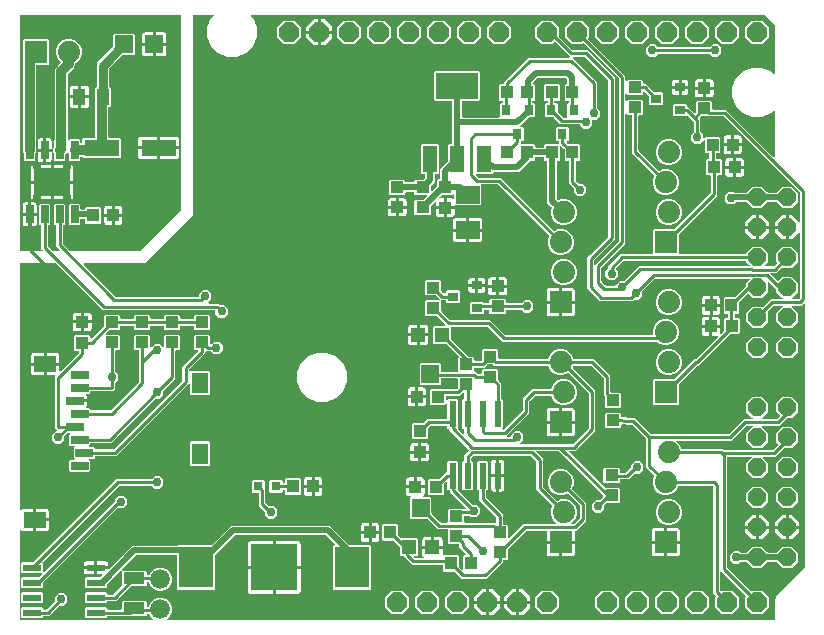
<source format=gbr>
G04 EAGLE Gerber RS-274X export*
G75*
%MOMM*%
%FSLAX34Y34*%
%LPD*%
%INTop Copper*%
%IPPOS*%
%AMOC8*
5,1,8,0,0,1.08239X$1,22.5*%
G01*
%ADD10P,1.814519X8X22.500000*%
%ADD11R,1.879600X1.879600*%
%ADD12C,1.879600*%
%ADD13P,1.649562X8X292.500000*%
%ADD14R,1.900000X1.400000*%
%ADD15R,1.400000X1.800000*%
%ADD16R,1.500000X0.700000*%
%ADD17R,1.100000X1.000000*%
%ADD18R,1.080000X1.050000*%
%ADD19R,0.600000X2.200000*%
%ADD20R,1.050000X1.080000*%
%ADD21R,1.500000X1.600000*%
%ADD22R,1.200000X1.200000*%
%ADD23R,0.650000X1.525000*%
%ADD24R,3.100000X2.400000*%
%ADD25R,1.000000X1.100000*%
%ADD26R,3.000000X1.400000*%
%ADD27R,1.100000X1.400000*%
%ADD28R,0.787400X0.889000*%
%ADD29P,1.649562X8X112.500000*%
%ADD30R,0.889000X0.787400*%
%ADD31R,1.550000X0.600000*%
%ADD32R,1.524000X1.524000*%
%ADD33R,2.000000X1.500000*%
%ADD34R,1.219200X2.235200*%
%ADD35R,3.600000X2.200000*%
%ADD36R,2.900000X3.500000*%
%ADD37R,3.960000X3.960000*%
%ADD38R,1.800000X1.000000*%
%ADD39C,1.676400*%
%ADD40R,0.800000X0.800000*%
%ADD41C,0.756400*%
%ADD42C,0.254000*%
%ADD43C,0.508000*%
%ADD44C,0.152400*%
%ADD45C,0.812800*%
%ADD46C,0.762000*%
%ADD47C,0.406400*%

G36*
X123002Y10558D02*
X123002Y10558D01*
X123090Y10567D01*
X123111Y10577D01*
X123135Y10581D01*
X123211Y10627D01*
X123291Y10666D01*
X123308Y10683D01*
X123328Y10696D01*
X123384Y10765D01*
X123445Y10829D01*
X123454Y10851D01*
X123469Y10870D01*
X123498Y10954D01*
X123533Y11036D01*
X123534Y11060D01*
X123541Y11082D01*
X123539Y11171D01*
X123543Y11260D01*
X123535Y11283D01*
X123535Y11307D01*
X123501Y11389D01*
X123474Y11474D01*
X123458Y11495D01*
X123450Y11514D01*
X123416Y11552D01*
X123362Y11624D01*
X121129Y13858D01*
X120485Y15413D01*
X120455Y15459D01*
X120435Y15509D01*
X120395Y15552D01*
X120363Y15602D01*
X120320Y15634D01*
X120284Y15674D01*
X120231Y15701D01*
X120184Y15737D01*
X120132Y15752D01*
X120084Y15777D01*
X120014Y15787D01*
X119969Y15801D01*
X119938Y15798D01*
X119899Y15804D01*
X118675Y15804D01*
X118610Y15793D01*
X118544Y15791D01*
X118501Y15773D01*
X118454Y15765D01*
X118397Y15731D01*
X118336Y15707D01*
X118302Y15675D01*
X118261Y15651D01*
X118219Y15600D01*
X118171Y15555D01*
X118149Y15513D01*
X118119Y15476D01*
X118098Y15414D01*
X118068Y15356D01*
X118060Y15301D01*
X118048Y15264D01*
X118049Y15225D01*
X118041Y15170D01*
X118041Y14635D01*
X117148Y13742D01*
X105206Y13742D01*
X105164Y13734D01*
X105122Y13736D01*
X105056Y13715D01*
X85069Y13715D01*
X85004Y13704D01*
X84938Y13702D01*
X84895Y13684D01*
X84848Y13676D01*
X84791Y13642D01*
X84731Y13617D01*
X84696Y13586D01*
X84655Y13561D01*
X84613Y13510D01*
X84565Y13466D01*
X84543Y13424D01*
X84514Y13387D01*
X84493Y13325D01*
X84462Y13266D01*
X84454Y13212D01*
X84442Y13175D01*
X84442Y13173D01*
X84442Y13172D01*
X84443Y13135D01*
X84435Y13081D01*
X84435Y12878D01*
X83542Y11985D01*
X66778Y11985D01*
X65885Y12878D01*
X65885Y20142D01*
X66778Y21035D01*
X83542Y21035D01*
X84435Y20142D01*
X84435Y19939D01*
X84446Y19874D01*
X84448Y19808D01*
X84466Y19765D01*
X84474Y19718D01*
X84508Y19661D01*
X84533Y19601D01*
X84564Y19566D01*
X84589Y19525D01*
X84640Y19483D01*
X84684Y19435D01*
X84726Y19413D01*
X84763Y19384D01*
X84825Y19363D01*
X84884Y19332D01*
X84938Y19324D01*
X84975Y19312D01*
X85015Y19313D01*
X85069Y19305D01*
X96357Y19305D01*
X96422Y19316D01*
X96487Y19318D01*
X96531Y19336D01*
X96578Y19344D01*
X96635Y19378D01*
X96695Y19403D01*
X96730Y19434D01*
X96771Y19459D01*
X96812Y19510D01*
X96861Y19554D01*
X96883Y19596D01*
X96912Y19633D01*
X96933Y19695D01*
X96963Y19754D01*
X96972Y19808D01*
X96984Y19845D01*
X96983Y19885D01*
X96991Y19939D01*
X96991Y25898D01*
X97884Y26791D01*
X117148Y26791D01*
X118041Y25898D01*
X118041Y22028D01*
X118052Y21963D01*
X118054Y21898D01*
X118072Y21854D01*
X118080Y21807D01*
X118114Y21751D01*
X118139Y21690D01*
X118170Y21655D01*
X118194Y21614D01*
X118246Y21573D01*
X118290Y21524D01*
X118332Y21502D01*
X118369Y21473D01*
X118431Y21452D01*
X118490Y21422D01*
X118544Y21413D01*
X118581Y21401D01*
X118620Y21402D01*
X118675Y21394D01*
X119177Y21394D01*
X119230Y21403D01*
X119285Y21403D01*
X119340Y21423D01*
X119398Y21434D01*
X119445Y21461D01*
X119496Y21480D01*
X119540Y21518D01*
X119591Y21548D01*
X119625Y21590D01*
X119667Y21625D01*
X119703Y21686D01*
X119733Y21722D01*
X119742Y21751D01*
X119763Y21785D01*
X121129Y25082D01*
X123915Y27869D01*
X127556Y29377D01*
X131498Y29377D01*
X135139Y27869D01*
X137926Y25082D01*
X139434Y21441D01*
X139434Y17500D01*
X137926Y13858D01*
X135692Y11624D01*
X135641Y11551D01*
X135585Y11482D01*
X135577Y11460D01*
X135563Y11440D01*
X135541Y11354D01*
X135513Y11270D01*
X135513Y11246D01*
X135508Y11223D01*
X135517Y11134D01*
X135519Y11045D01*
X135528Y11023D01*
X135531Y11000D01*
X135570Y10920D01*
X135604Y10838D01*
X135620Y10820D01*
X135630Y10799D01*
X135695Y10738D01*
X135755Y10672D01*
X135776Y10661D01*
X135793Y10645D01*
X135875Y10610D01*
X135955Y10569D01*
X135981Y10566D01*
X136000Y10557D01*
X136050Y10555D01*
X136140Y10542D01*
X649224Y10542D01*
X649289Y10553D01*
X649355Y10555D01*
X649398Y10573D01*
X649445Y10581D01*
X649502Y10615D01*
X649562Y10640D01*
X649597Y10671D01*
X649638Y10696D01*
X649680Y10747D01*
X649728Y10791D01*
X649750Y10833D01*
X649779Y10870D01*
X649800Y10932D01*
X649831Y10991D01*
X649839Y11045D01*
X649851Y11082D01*
X649850Y11122D01*
X649858Y11176D01*
X649858Y27497D01*
X651463Y31371D01*
X654518Y34426D01*
X675072Y54981D01*
X675097Y55016D01*
X675128Y55044D01*
X675160Y55107D01*
X675201Y55165D01*
X675211Y55206D01*
X675231Y55244D01*
X675244Y55333D01*
X675257Y55382D01*
X675254Y55403D01*
X675258Y55429D01*
X675258Y277725D01*
X675242Y277813D01*
X675233Y277902D01*
X675223Y277923D01*
X675219Y277946D01*
X675173Y278023D01*
X675134Y278103D01*
X675117Y278119D01*
X675104Y278140D01*
X675035Y278196D01*
X674971Y278257D01*
X674949Y278266D01*
X674930Y278281D01*
X674846Y278309D01*
X674764Y278344D01*
X674740Y278345D01*
X674718Y278353D01*
X674629Y278350D01*
X674540Y278354D01*
X674517Y278347D01*
X674493Y278346D01*
X674411Y278313D01*
X674326Y278285D01*
X674305Y278270D01*
X674286Y278262D01*
X674248Y278228D01*
X674176Y278174D01*
X672579Y276577D01*
X664986Y276577D01*
X664899Y276562D01*
X664810Y276552D01*
X664789Y276542D01*
X664766Y276538D01*
X664689Y276492D01*
X664609Y276453D01*
X664593Y276436D01*
X664572Y276424D01*
X664516Y276354D01*
X664455Y276290D01*
X664446Y276268D01*
X664431Y276249D01*
X664403Y276165D01*
X664368Y276083D01*
X664367Y276059D01*
X664359Y276037D01*
X664362Y275948D01*
X664358Y275859D01*
X664365Y275836D01*
X664366Y275813D01*
X664399Y275730D01*
X664426Y275645D01*
X664442Y275624D01*
X664450Y275605D01*
X664484Y275567D01*
X664538Y275495D01*
X669545Y270488D01*
X669545Y262912D01*
X664188Y257555D01*
X656612Y257555D01*
X651255Y262912D01*
X651255Y270488D01*
X656262Y275495D01*
X656313Y275568D01*
X656369Y275637D01*
X656377Y275659D01*
X656390Y275679D01*
X656412Y275765D01*
X656441Y275849D01*
X656440Y275873D01*
X656446Y275896D01*
X656437Y275985D01*
X656434Y276074D01*
X656425Y276096D01*
X656423Y276119D01*
X656383Y276199D01*
X656350Y276282D01*
X656334Y276299D01*
X656323Y276320D01*
X656259Y276381D01*
X656199Y276447D01*
X656177Y276458D01*
X656160Y276474D01*
X656078Y276509D01*
X655999Y276550D01*
X655973Y276554D01*
X655953Y276562D01*
X655903Y276564D01*
X655814Y276577D01*
X649092Y276577D01*
X649051Y276570D01*
X649008Y276572D01*
X648941Y276550D01*
X648872Y276538D01*
X648835Y276516D01*
X648795Y276503D01*
X648722Y276449D01*
X648678Y276424D01*
X648665Y276407D01*
X648644Y276392D01*
X643891Y271639D01*
X643853Y271585D01*
X643808Y271537D01*
X643790Y271493D01*
X643763Y271454D01*
X643746Y271391D01*
X643721Y271330D01*
X643719Y271283D01*
X643707Y271237D01*
X643714Y271172D01*
X643711Y271106D01*
X643725Y271061D01*
X643730Y271014D01*
X643759Y270955D01*
X643779Y270892D01*
X643812Y270848D01*
X643830Y270813D01*
X643858Y270786D01*
X643891Y270742D01*
X644145Y270488D01*
X644145Y262912D01*
X638788Y257555D01*
X631212Y257555D01*
X625855Y262912D01*
X625855Y270488D01*
X631212Y275845D01*
X638788Y275845D01*
X639042Y275591D01*
X639096Y275553D01*
X639144Y275508D01*
X639187Y275490D01*
X639226Y275463D01*
X639290Y275446D01*
X639350Y275421D01*
X639397Y275419D01*
X639443Y275407D01*
X639509Y275414D01*
X639574Y275411D01*
X639619Y275425D01*
X639666Y275430D01*
X639725Y275459D01*
X639788Y275479D01*
X639832Y275512D01*
X639867Y275530D01*
X639894Y275558D01*
X639939Y275591D01*
X644692Y280344D01*
X646514Y282167D01*
X655869Y282167D01*
X655957Y282183D01*
X656046Y282192D01*
X656067Y282202D01*
X656090Y282206D01*
X656167Y282252D01*
X656247Y282291D01*
X656263Y282309D01*
X656283Y282321D01*
X656340Y282390D01*
X656401Y282454D01*
X656410Y282476D01*
X656425Y282495D01*
X656453Y282579D01*
X656488Y282661D01*
X656489Y282685D01*
X656497Y282707D01*
X656494Y282796D01*
X656498Y282885D01*
X656491Y282908D01*
X656490Y282932D01*
X656457Y283014D01*
X656429Y283099D01*
X656414Y283120D01*
X656406Y283140D01*
X656372Y283177D01*
X656318Y283250D01*
X651255Y288312D01*
X651255Y290162D01*
X651248Y290204D01*
X651250Y290246D01*
X651228Y290313D01*
X651216Y290383D01*
X651194Y290419D01*
X651181Y290460D01*
X651127Y290532D01*
X651101Y290576D01*
X651085Y290589D01*
X651069Y290610D01*
X645227Y296452D01*
X645154Y296503D01*
X645085Y296559D01*
X645063Y296567D01*
X645043Y296580D01*
X644957Y296603D01*
X644873Y296631D01*
X644849Y296630D01*
X644826Y296636D01*
X644737Y296627D01*
X644648Y296624D01*
X644626Y296616D01*
X644603Y296613D01*
X644523Y296574D01*
X644441Y296540D01*
X644423Y296524D01*
X644402Y296514D01*
X644341Y296449D01*
X644275Y296389D01*
X644264Y296368D01*
X644248Y296350D01*
X644213Y296268D01*
X644172Y296189D01*
X644169Y296163D01*
X644160Y296144D01*
X644158Y296093D01*
X644145Y296004D01*
X644145Y288312D01*
X638788Y282955D01*
X631212Y282955D01*
X627588Y286579D01*
X627534Y286617D01*
X627486Y286662D01*
X627443Y286680D01*
X627404Y286707D01*
X627340Y286724D01*
X627280Y286749D01*
X627233Y286751D01*
X627187Y286763D01*
X627121Y286756D01*
X627056Y286759D01*
X627011Y286745D01*
X626964Y286740D01*
X626905Y286711D01*
X626842Y286691D01*
X626798Y286658D01*
X626763Y286640D01*
X626736Y286612D01*
X626691Y286579D01*
X619731Y279618D01*
X619706Y279583D01*
X619675Y279555D01*
X619643Y279492D01*
X619602Y279434D01*
X619592Y279393D01*
X619572Y279355D01*
X619559Y279265D01*
X619546Y279217D01*
X619549Y279196D01*
X619545Y279170D01*
X619545Y270728D01*
X618652Y269835D01*
X616449Y269835D01*
X616384Y269824D01*
X616318Y269822D01*
X616275Y269804D01*
X616228Y269796D01*
X616171Y269762D01*
X616111Y269737D01*
X616076Y269706D01*
X616035Y269681D01*
X615993Y269630D01*
X615945Y269586D01*
X615923Y269544D01*
X615894Y269507D01*
X615873Y269445D01*
X615842Y269386D01*
X615834Y269332D01*
X615822Y269295D01*
X615823Y269255D01*
X615815Y269201D01*
X615815Y266639D01*
X615826Y266574D01*
X615828Y266508D01*
X615846Y266465D01*
X615854Y266418D01*
X615888Y266361D01*
X615913Y266301D01*
X615944Y266266D01*
X615969Y266225D01*
X616020Y266183D01*
X616064Y266135D01*
X616106Y266113D01*
X616143Y266084D01*
X616205Y266063D01*
X616264Y266032D01*
X616318Y266024D01*
X616355Y266012D01*
X616395Y266013D01*
X616449Y266005D01*
X619152Y266005D01*
X620045Y265112D01*
X620045Y253048D01*
X619152Y252155D01*
X611970Y252155D01*
X611929Y252148D01*
X611886Y252150D01*
X611819Y252128D01*
X611749Y252116D01*
X611713Y252094D01*
X611673Y252081D01*
X611600Y252027D01*
X611556Y252001D01*
X611543Y251985D01*
X611522Y251969D01*
X585358Y225805D01*
X584350Y225805D01*
X584309Y225798D01*
X584266Y225800D01*
X584199Y225778D01*
X584129Y225766D01*
X584093Y225744D01*
X584053Y225731D01*
X583980Y225677D01*
X583936Y225651D01*
X583923Y225635D01*
X583902Y225619D01*
X568639Y210356D01*
X568614Y210321D01*
X568583Y210293D01*
X568551Y210230D01*
X568510Y210172D01*
X568500Y210131D01*
X568480Y210093D01*
X568467Y210003D01*
X568454Y209955D01*
X568457Y209934D01*
X568453Y209908D01*
X568453Y193170D01*
X567560Y192277D01*
X547500Y192277D01*
X546607Y193170D01*
X546607Y213230D01*
X547500Y214123D01*
X564238Y214123D01*
X564279Y214130D01*
X564322Y214128D01*
X564389Y214150D01*
X564459Y214162D01*
X564495Y214184D01*
X564535Y214197D01*
X564608Y214251D01*
X564652Y214277D01*
X564660Y214287D01*
X564665Y214290D01*
X564671Y214297D01*
X564686Y214309D01*
X581772Y231395D01*
X582780Y231395D01*
X582821Y231402D01*
X582864Y231400D01*
X582931Y231422D01*
X583001Y231434D01*
X583037Y231456D01*
X583077Y231469D01*
X583150Y231523D01*
X583194Y231549D01*
X583207Y231565D01*
X583228Y231581D01*
X601704Y250057D01*
X601755Y250130D01*
X601811Y250199D01*
X601819Y250221D01*
X601832Y250241D01*
X601854Y250327D01*
X601883Y250411D01*
X601882Y250435D01*
X601888Y250458D01*
X601879Y250547D01*
X601876Y250636D01*
X601867Y250658D01*
X601865Y250681D01*
X601826Y250761D01*
X601792Y250843D01*
X601776Y250861D01*
X601766Y250882D01*
X601701Y250943D01*
X601641Y251009D01*
X601620Y251020D01*
X601602Y251036D01*
X601520Y251071D01*
X601441Y251112D01*
X601415Y251115D01*
X601396Y251124D01*
X601345Y251126D01*
X601256Y251139D01*
X597039Y251139D01*
X597039Y257811D01*
X603561Y257811D01*
X603561Y253444D01*
X603573Y253376D01*
X603574Y253329D01*
X603581Y253312D01*
X603586Y253268D01*
X603596Y253247D01*
X603600Y253223D01*
X603646Y253147D01*
X603685Y253067D01*
X603702Y253051D01*
X603715Y253030D01*
X603784Y252974D01*
X603848Y252913D01*
X603870Y252904D01*
X603889Y252889D01*
X603973Y252860D01*
X604055Y252826D01*
X604079Y252825D01*
X604101Y252817D01*
X604190Y252820D01*
X604279Y252816D01*
X604302Y252823D01*
X604326Y252824D01*
X604408Y252857D01*
X604493Y252884D01*
X604514Y252900D01*
X604533Y252908D01*
X604571Y252942D01*
X604607Y252969D01*
X604624Y252979D01*
X604629Y252985D01*
X604643Y252996D01*
X606310Y254662D01*
X606334Y254697D01*
X606365Y254725D01*
X606397Y254788D01*
X606438Y254846D01*
X606448Y254887D01*
X606468Y254925D01*
X606481Y255015D01*
X606494Y255063D01*
X606491Y255084D01*
X606495Y255110D01*
X606495Y265112D01*
X607388Y266005D01*
X609591Y266005D01*
X609656Y266016D01*
X609722Y266018D01*
X609765Y266036D01*
X609812Y266044D01*
X609869Y266078D01*
X609929Y266103D01*
X609964Y266134D01*
X610005Y266159D01*
X610047Y266210D01*
X610095Y266254D01*
X610117Y266296D01*
X610146Y266333D01*
X610167Y266395D01*
X610198Y266454D01*
X610206Y266508D01*
X610218Y266545D01*
X610217Y266585D01*
X610225Y266639D01*
X610225Y269201D01*
X610214Y269266D01*
X610212Y269332D01*
X610194Y269375D01*
X610186Y269422D01*
X610152Y269479D01*
X610127Y269539D01*
X610096Y269574D01*
X610071Y269615D01*
X610020Y269657D01*
X609976Y269705D01*
X609934Y269727D01*
X609897Y269756D01*
X609835Y269777D01*
X609776Y269808D01*
X609722Y269816D01*
X609685Y269828D01*
X609645Y269827D01*
X609591Y269835D01*
X607388Y269835D01*
X606495Y270728D01*
X606495Y282992D01*
X607388Y283885D01*
X615830Y283885D01*
X615871Y283892D01*
X615914Y283890D01*
X615981Y283912D01*
X616051Y283924D01*
X616087Y283946D01*
X616127Y283959D01*
X616200Y284013D01*
X616244Y284039D01*
X616256Y284053D01*
X616262Y284057D01*
X616266Y284061D01*
X616278Y284071D01*
X625669Y293462D01*
X625694Y293497D01*
X625725Y293525D01*
X625757Y293588D01*
X625798Y293646D01*
X625808Y293687D01*
X625828Y293725D01*
X625841Y293815D01*
X625854Y293863D01*
X625851Y293884D01*
X625855Y293910D01*
X625855Y295888D01*
X628320Y298352D01*
X628371Y298425D01*
X628427Y298495D01*
X628434Y298517D01*
X628448Y298537D01*
X628470Y298623D01*
X628499Y298707D01*
X628498Y298731D01*
X628504Y298754D01*
X628495Y298842D01*
X628492Y298931D01*
X628483Y298953D01*
X628481Y298977D01*
X628441Y299057D01*
X628408Y299139D01*
X628392Y299157D01*
X628381Y299178D01*
X628316Y299239D01*
X628256Y299305D01*
X628235Y299316D01*
X628218Y299332D01*
X628136Y299367D01*
X628057Y299407D01*
X628030Y299411D01*
X628011Y299419D01*
X627961Y299422D01*
X627871Y299435D01*
X548760Y299435D01*
X548718Y299428D01*
X548676Y299429D01*
X548609Y299408D01*
X548539Y299395D01*
X548503Y299374D01*
X548462Y299361D01*
X548390Y299307D01*
X548346Y299281D01*
X548333Y299265D01*
X548312Y299249D01*
X537623Y288560D01*
X537598Y288525D01*
X537567Y288497D01*
X537535Y288434D01*
X537494Y288376D01*
X537484Y288335D01*
X537464Y288297D01*
X537451Y288207D01*
X537438Y288159D01*
X537441Y288138D01*
X537437Y288112D01*
X537437Y284822D01*
X534328Y281713D01*
X531038Y281713D01*
X530996Y281706D01*
X530954Y281708D01*
X530887Y281686D01*
X530817Y281674D01*
X530781Y281652D01*
X530740Y281639D01*
X530668Y281585D01*
X530624Y281559D01*
X530611Y281543D01*
X530590Y281527D01*
X529478Y280415D01*
X501762Y280415D01*
X491235Y290942D01*
X491235Y317388D01*
X493058Y319211D01*
X508829Y334982D01*
X508854Y335017D01*
X508885Y335045D01*
X508917Y335108D01*
X508958Y335166D01*
X508968Y335207D01*
X508988Y335245D01*
X509001Y335335D01*
X509014Y335383D01*
X509011Y335404D01*
X509015Y335430D01*
X509015Y467210D01*
X509008Y467251D01*
X509010Y467294D01*
X509002Y467317D01*
X509002Y467332D01*
X508987Y467370D01*
X508976Y467431D01*
X508954Y467467D01*
X508941Y467507D01*
X508918Y467538D01*
X508917Y467540D01*
X508914Y467544D01*
X508887Y467580D01*
X508861Y467624D01*
X508845Y467637D01*
X508829Y467658D01*
X489248Y487239D01*
X489213Y487264D01*
X489185Y487295D01*
X489122Y487327D01*
X489064Y487368D01*
X489023Y487378D01*
X488985Y487398D01*
X488895Y487411D01*
X488847Y487424D01*
X488826Y487421D01*
X488800Y487425D01*
X479448Y487425D01*
X479361Y487409D01*
X479272Y487400D01*
X479251Y487390D01*
X479227Y487386D01*
X479151Y487340D01*
X479071Y487301D01*
X479055Y487284D01*
X479034Y487271D01*
X478978Y487202D01*
X478917Y487138D01*
X478908Y487116D01*
X478893Y487097D01*
X478864Y487013D01*
X478830Y486931D01*
X478829Y486907D01*
X478821Y486885D01*
X478824Y486796D01*
X478820Y486707D01*
X478827Y486684D01*
X478828Y486660D01*
X478861Y486578D01*
X478888Y486493D01*
X478904Y486472D01*
X478912Y486453D01*
X478946Y486415D01*
X479000Y486343D01*
X499365Y465978D01*
X499365Y444393D01*
X499372Y444351D01*
X499370Y444309D01*
X499392Y444242D01*
X499404Y444172D01*
X499426Y444135D01*
X499439Y444095D01*
X499486Y444031D01*
X499487Y444030D01*
X499488Y444029D01*
X499493Y444022D01*
X499519Y443979D01*
X499535Y443966D01*
X499551Y443944D01*
X501877Y441618D01*
X501877Y437222D01*
X498768Y434113D01*
X496161Y434113D01*
X496096Y434102D01*
X496030Y434100D01*
X495987Y434082D01*
X495940Y434074D01*
X495883Y434040D01*
X495823Y434015D01*
X495788Y433984D01*
X495747Y433959D01*
X495705Y433908D01*
X495657Y433864D01*
X495635Y433822D01*
X495606Y433785D01*
X495585Y433723D01*
X495554Y433664D01*
X495546Y433610D01*
X495534Y433573D01*
X495535Y433533D01*
X495527Y433479D01*
X495527Y429602D01*
X492418Y426493D01*
X488022Y426493D01*
X484913Y429602D01*
X484913Y429641D01*
X484902Y429706D01*
X484900Y429772D01*
X484882Y429815D01*
X484874Y429862D01*
X484840Y429919D01*
X484815Y429979D01*
X484784Y430014D01*
X484759Y430055D01*
X484708Y430097D01*
X484664Y430145D01*
X484622Y430167D01*
X484585Y430196D01*
X484523Y430217D01*
X484464Y430248D01*
X484410Y430256D01*
X484373Y430268D01*
X484333Y430267D01*
X484279Y430275D01*
X468234Y430275D01*
X462705Y435804D01*
X462670Y435829D01*
X462642Y435860D01*
X462579Y435892D01*
X462521Y435933D01*
X462480Y435943D01*
X462442Y435963D01*
X462352Y435976D01*
X462304Y435989D01*
X462283Y435986D01*
X462257Y435990D01*
X455933Y435990D01*
X455040Y436883D01*
X455040Y447037D01*
X455933Y447930D01*
X457073Y447930D01*
X457138Y447941D01*
X457204Y447943D01*
X457247Y447961D01*
X457294Y447969D01*
X457351Y448003D01*
X457411Y448028D01*
X457446Y448059D01*
X457487Y448084D01*
X457528Y448135D01*
X457577Y448179D01*
X457599Y448221D01*
X457628Y448258D01*
X457649Y448320D01*
X457680Y448379D01*
X457688Y448433D01*
X457700Y448470D01*
X457699Y448510D01*
X457707Y448564D01*
X457707Y449541D01*
X457696Y449606D01*
X457694Y449672D01*
X457676Y449715D01*
X457668Y449762D01*
X457634Y449819D01*
X457609Y449879D01*
X457578Y449914D01*
X457553Y449955D01*
X457502Y449997D01*
X457458Y450045D01*
X457416Y450067D01*
X457379Y450096D01*
X457317Y450117D01*
X457258Y450148D01*
X457204Y450156D01*
X457167Y450168D01*
X457127Y450167D01*
X457073Y450175D01*
X455768Y450175D01*
X454875Y451068D01*
X454875Y463332D01*
X455768Y464225D01*
X467032Y464225D01*
X467925Y463332D01*
X467925Y451068D01*
X467032Y450175D01*
X463931Y450175D01*
X463866Y450164D01*
X463800Y450162D01*
X463757Y450144D01*
X463710Y450136D01*
X463653Y450102D01*
X463593Y450077D01*
X463558Y450046D01*
X463517Y450021D01*
X463475Y449970D01*
X463427Y449926D01*
X463405Y449884D01*
X463376Y449847D01*
X463355Y449785D01*
X463324Y449726D01*
X463316Y449672D01*
X463304Y449635D01*
X463305Y449595D01*
X463297Y449541D01*
X463297Y448564D01*
X463308Y448499D01*
X463310Y448433D01*
X463328Y448390D01*
X463336Y448343D01*
X463370Y448286D01*
X463395Y448226D01*
X463426Y448191D01*
X463451Y448150D01*
X463502Y448108D01*
X463546Y448060D01*
X463588Y448038D01*
X463625Y448009D01*
X463687Y447988D01*
X463746Y447957D01*
X463800Y447949D01*
X463837Y447937D01*
X463877Y447938D01*
X463931Y447930D01*
X465071Y447930D01*
X465964Y447037D01*
X465964Y440713D01*
X465971Y440672D01*
X465969Y440629D01*
X465991Y440562D01*
X466003Y440492D01*
X466025Y440456D01*
X466038Y440416D01*
X466092Y440343D01*
X466118Y440299D01*
X466134Y440286D01*
X466150Y440265D01*
X470364Y436051D01*
X470399Y436026D01*
X470427Y435995D01*
X470490Y435963D01*
X470548Y435922D01*
X470589Y435912D01*
X470627Y435892D01*
X470717Y435879D01*
X470765Y435866D01*
X470786Y435869D01*
X470812Y435865D01*
X473832Y435865D01*
X473919Y435880D01*
X474008Y435890D01*
X474029Y435900D01*
X474053Y435904D01*
X474129Y435950D01*
X474209Y435989D01*
X474225Y436006D01*
X474246Y436019D01*
X474302Y436088D01*
X474363Y436152D01*
X474372Y436174D01*
X474387Y436193D01*
X474416Y436277D01*
X474450Y436359D01*
X474451Y436383D01*
X474459Y436405D01*
X474456Y436494D01*
X474460Y436583D01*
X474453Y436606D01*
X474452Y436630D01*
X474419Y436712D01*
X474392Y436797D01*
X474376Y436818D01*
X474368Y436837D01*
X474344Y436864D01*
X474344Y447037D01*
X475419Y448112D01*
X475444Y448147D01*
X475475Y448175D01*
X475507Y448238D01*
X475548Y448296D01*
X475558Y448337D01*
X475578Y448375D01*
X475591Y448465D01*
X475604Y448513D01*
X475601Y448534D01*
X475605Y448560D01*
X475605Y449541D01*
X475594Y449606D01*
X475592Y449672D01*
X475574Y449715D01*
X475566Y449762D01*
X475532Y449819D01*
X475507Y449879D01*
X475476Y449914D01*
X475451Y449955D01*
X475400Y449997D01*
X475356Y450045D01*
X475314Y450067D01*
X475277Y450096D01*
X475215Y450117D01*
X475156Y450148D01*
X475102Y450156D01*
X475065Y450168D01*
X475025Y450167D01*
X474971Y450175D01*
X472768Y450175D01*
X471875Y451068D01*
X471875Y463332D01*
X472768Y464225D01*
X473701Y464225D01*
X473766Y464236D01*
X473832Y464238D01*
X473875Y464256D01*
X473922Y464264D01*
X473979Y464298D01*
X474039Y464323D01*
X474074Y464354D01*
X474115Y464379D01*
X474157Y464430D01*
X474205Y464474D01*
X474227Y464516D01*
X474256Y464553D01*
X474277Y464615D01*
X474308Y464674D01*
X474316Y464728D01*
X474328Y464765D01*
X474327Y464805D01*
X474335Y464859D01*
X474335Y468344D01*
X474328Y468385D01*
X474330Y468428D01*
X474308Y468495D01*
X474296Y468564D01*
X474274Y468601D01*
X474261Y468641D01*
X474207Y468714D01*
X474181Y468758D01*
X474165Y468771D01*
X474150Y468792D01*
X473482Y469459D01*
X473447Y469484D01*
X473419Y469515D01*
X473356Y469547D01*
X473298Y469588D01*
X473257Y469598D01*
X473219Y469618D01*
X473129Y469631D01*
X473081Y469644D01*
X473060Y469641D01*
X473034Y469645D01*
X449300Y469645D01*
X449258Y469638D01*
X449216Y469640D01*
X449148Y469618D01*
X449079Y469606D01*
X449042Y469584D01*
X449002Y469571D01*
X448929Y469517D01*
X448886Y469491D01*
X448873Y469475D01*
X448851Y469459D01*
X444941Y465549D01*
X444916Y465514D01*
X444885Y465485D01*
X444853Y465422D01*
X444812Y465364D01*
X444802Y465323D01*
X444782Y465286D01*
X444769Y465196D01*
X444756Y465147D01*
X444759Y465126D01*
X444755Y465100D01*
X444755Y464859D01*
X444766Y464794D01*
X444768Y464728D01*
X444786Y464685D01*
X444794Y464638D01*
X444828Y464581D01*
X444853Y464521D01*
X444884Y464486D01*
X444909Y464445D01*
X444960Y464403D01*
X445004Y464355D01*
X445046Y464333D01*
X445083Y464304D01*
X445145Y464283D01*
X445204Y464252D01*
X445258Y464244D01*
X445295Y464232D01*
X445335Y464233D01*
X445389Y464225D01*
X445932Y464225D01*
X446825Y463332D01*
X446825Y451068D01*
X445932Y450175D01*
X445135Y450175D01*
X445070Y450164D01*
X445004Y450162D01*
X444961Y450144D01*
X444914Y450136D01*
X444857Y450102D01*
X444797Y450077D01*
X444762Y450046D01*
X444721Y450021D01*
X444679Y449970D01*
X444631Y449926D01*
X444609Y449884D01*
X444580Y449847D01*
X444559Y449785D01*
X444528Y449726D01*
X444520Y449672D01*
X444508Y449635D01*
X444509Y449595D01*
X444501Y449541D01*
X444501Y448564D01*
X444512Y448499D01*
X444514Y448433D01*
X444532Y448390D01*
X444540Y448343D01*
X444574Y448286D01*
X444599Y448226D01*
X444630Y448191D01*
X444655Y448150D01*
X444706Y448108D01*
X444750Y448060D01*
X444792Y448038D01*
X444829Y448009D01*
X444891Y447988D01*
X444950Y447957D01*
X445004Y447949D01*
X445041Y447937D01*
X445081Y447938D01*
X445135Y447930D01*
X446275Y447930D01*
X447168Y447037D01*
X447168Y436883D01*
X446275Y435990D01*
X442001Y435990D01*
X441960Y435983D01*
X441917Y435985D01*
X441850Y435963D01*
X441781Y435951D01*
X441744Y435929D01*
X441704Y435916D01*
X441631Y435862D01*
X441587Y435836D01*
X441574Y435820D01*
X441553Y435804D01*
X436051Y430302D01*
X434441Y428692D01*
X434390Y428619D01*
X434334Y428550D01*
X434326Y428528D01*
X434313Y428508D01*
X434291Y428422D01*
X434262Y428338D01*
X434263Y428314D01*
X434257Y428291D01*
X434266Y428202D01*
X434269Y428113D01*
X434278Y428091D01*
X434280Y428068D01*
X434320Y427988D01*
X434353Y427906D01*
X434369Y427888D01*
X434379Y427867D01*
X434444Y427806D01*
X434504Y427740D01*
X434526Y427729D01*
X434543Y427713D01*
X434625Y427678D01*
X434704Y427637D01*
X434730Y427634D01*
X434749Y427625D01*
X434800Y427623D01*
X434889Y427610D01*
X436623Y427610D01*
X437516Y426717D01*
X437516Y416563D01*
X436623Y415670D01*
X435483Y415670D01*
X435418Y415659D01*
X435352Y415657D01*
X435309Y415639D01*
X435262Y415631D01*
X435205Y415597D01*
X435145Y415572D01*
X435110Y415541D01*
X435069Y415516D01*
X435027Y415465D01*
X434979Y415421D01*
X434957Y415379D01*
X434928Y415342D01*
X434907Y415280D01*
X434876Y415221D01*
X434868Y415167D01*
X434856Y415130D01*
X434857Y415090D01*
X434849Y415036D01*
X434849Y414059D01*
X434860Y413994D01*
X434862Y413928D01*
X434880Y413885D01*
X434888Y413838D01*
X434922Y413781D01*
X434947Y413721D01*
X434978Y413686D01*
X435003Y413645D01*
X435054Y413603D01*
X435098Y413555D01*
X435140Y413533D01*
X435177Y413504D01*
X435239Y413483D01*
X435298Y413452D01*
X435352Y413444D01*
X435389Y413432D01*
X435429Y413433D01*
X435483Y413425D01*
X445932Y413425D01*
X446825Y412532D01*
X446825Y411099D01*
X446836Y411034D01*
X446838Y410968D01*
X446856Y410925D01*
X446864Y410878D01*
X446898Y410821D01*
X446923Y410761D01*
X446954Y410726D01*
X446979Y410685D01*
X447030Y410643D01*
X447074Y410595D01*
X447116Y410573D01*
X447153Y410544D01*
X447215Y410523D01*
X447274Y410492D01*
X447328Y410484D01*
X447365Y410472D01*
X447405Y410473D01*
X447459Y410465D01*
X454241Y410465D01*
X454306Y410476D01*
X454372Y410478D01*
X454415Y410496D01*
X454462Y410504D01*
X454519Y410538D01*
X454579Y410563D01*
X454614Y410594D01*
X454655Y410619D01*
X454697Y410670D01*
X454745Y410714D01*
X454767Y410756D01*
X454796Y410793D01*
X454817Y410855D01*
X454848Y410914D01*
X454856Y410968D01*
X454868Y411005D01*
X454867Y411045D01*
X454875Y411099D01*
X454875Y412532D01*
X455768Y413425D01*
X466725Y413425D01*
X466790Y413436D01*
X466856Y413438D01*
X466899Y413456D01*
X466946Y413464D01*
X467003Y413498D01*
X467063Y413523D01*
X467098Y413554D01*
X467139Y413579D01*
X467181Y413630D01*
X467229Y413674D01*
X467251Y413716D01*
X467280Y413753D01*
X467301Y413815D01*
X467332Y413874D01*
X467340Y413928D01*
X467352Y413965D01*
X467351Y414005D01*
X467359Y414059D01*
X467359Y415036D01*
X467348Y415101D01*
X467346Y415167D01*
X467328Y415210D01*
X467320Y415257D01*
X467286Y415314D01*
X467261Y415374D01*
X467230Y415409D01*
X467205Y415450D01*
X467154Y415492D01*
X467110Y415540D01*
X467068Y415562D01*
X467031Y415591D01*
X466969Y415612D01*
X466910Y415643D01*
X466856Y415651D01*
X466819Y415663D01*
X466779Y415662D01*
X466725Y415670D01*
X465585Y415670D01*
X464692Y416563D01*
X464692Y426717D01*
X465585Y427610D01*
X474723Y427610D01*
X475616Y426717D01*
X475616Y416563D01*
X474723Y415670D01*
X474613Y415670D01*
X474526Y415654D01*
X474437Y415645D01*
X474416Y415635D01*
X474392Y415631D01*
X474316Y415585D01*
X474236Y415546D01*
X474220Y415529D01*
X474199Y415516D01*
X474143Y415447D01*
X474082Y415383D01*
X474073Y415361D01*
X474058Y415342D01*
X474029Y415258D01*
X473995Y415176D01*
X473994Y415152D01*
X473986Y415130D01*
X473989Y415041D01*
X473985Y414952D01*
X473992Y414929D01*
X473993Y414905D01*
X474026Y414823D01*
X474053Y414738D01*
X474069Y414717D01*
X474077Y414698D01*
X474111Y414660D01*
X474165Y414588D01*
X475142Y413611D01*
X475177Y413586D01*
X475205Y413555D01*
X475268Y413523D01*
X475326Y413482D01*
X475367Y413472D01*
X475405Y413452D01*
X475495Y413439D01*
X475543Y413426D01*
X475564Y413429D01*
X475590Y413425D01*
X484032Y413425D01*
X484925Y412532D01*
X484925Y400268D01*
X484032Y399375D01*
X481829Y399375D01*
X481764Y399364D01*
X481698Y399362D01*
X481655Y399344D01*
X481608Y399336D01*
X481551Y399302D01*
X481491Y399277D01*
X481456Y399246D01*
X481415Y399221D01*
X481373Y399170D01*
X481325Y399126D01*
X481303Y399084D01*
X481274Y399047D01*
X481253Y398985D01*
X481222Y398926D01*
X481214Y398872D01*
X481202Y398835D01*
X481203Y398800D01*
X481202Y398796D01*
X481202Y398789D01*
X481195Y398741D01*
X481195Y382810D01*
X481202Y382769D01*
X481200Y382726D01*
X481222Y382659D01*
X481234Y382589D01*
X481256Y382553D01*
X481269Y382513D01*
X481323Y382440D01*
X481349Y382396D01*
X481365Y382383D01*
X481381Y382362D01*
X483600Y380143D01*
X483635Y380118D01*
X483663Y380087D01*
X483726Y380055D01*
X483784Y380014D01*
X483825Y380004D01*
X483863Y379984D01*
X483953Y379971D01*
X484001Y379958D01*
X484022Y379961D01*
X484048Y379957D01*
X487338Y379957D01*
X490447Y376848D01*
X490447Y372452D01*
X487338Y369343D01*
X482942Y369343D01*
X479833Y372452D01*
X479833Y375742D01*
X479826Y375783D01*
X479828Y375826D01*
X479806Y375893D01*
X479794Y375963D01*
X479772Y375999D01*
X479759Y376039D01*
X479705Y376112D01*
X479679Y376156D01*
X479663Y376169D01*
X479647Y376190D01*
X475605Y380232D01*
X475605Y398741D01*
X475594Y398806D01*
X475592Y398872D01*
X475574Y398915D01*
X475566Y398962D01*
X475532Y399019D01*
X475507Y399079D01*
X475476Y399114D01*
X475451Y399155D01*
X475400Y399197D01*
X475356Y399245D01*
X475314Y399267D01*
X475277Y399296D01*
X475215Y399317D01*
X475156Y399348D01*
X475102Y399356D01*
X475065Y399368D01*
X475025Y399367D01*
X474971Y399375D01*
X472768Y399375D01*
X471875Y400268D01*
X471875Y408710D01*
X471868Y408752D01*
X471870Y408794D01*
X471848Y408861D01*
X471836Y408931D01*
X471814Y408967D01*
X471801Y409008D01*
X471747Y409080D01*
X471721Y409124D01*
X471705Y409137D01*
X471689Y409158D01*
X469182Y411665D01*
X469008Y411840D01*
X468973Y411864D01*
X468948Y411892D01*
X468908Y411912D01*
X468865Y411947D01*
X468843Y411955D01*
X468823Y411968D01*
X468775Y411981D01*
X468748Y411994D01*
X468708Y412000D01*
X468653Y412019D01*
X468629Y412018D01*
X468606Y412024D01*
X468572Y412021D01*
X468563Y412022D01*
X468559Y412022D01*
X468524Y412016D01*
X468517Y412015D01*
X468428Y412012D01*
X468407Y412004D01*
X468383Y412001D01*
X468349Y411984D01*
X468338Y411982D01*
X468303Y411962D01*
X468303Y411961D01*
X468221Y411928D01*
X468203Y411912D01*
X468182Y411902D01*
X468157Y411875D01*
X468145Y411868D01*
X468116Y411833D01*
X468055Y411777D01*
X468044Y411756D01*
X468028Y411738D01*
X468015Y411708D01*
X468004Y411694D01*
X467986Y411643D01*
X467952Y411577D01*
X467949Y411551D01*
X467940Y411532D01*
X467939Y411503D01*
X467932Y411481D01*
X467933Y411446D01*
X467925Y411392D01*
X467925Y400268D01*
X467032Y399375D01*
X466099Y399375D01*
X466034Y399364D01*
X465968Y399362D01*
X465925Y399344D01*
X465878Y399336D01*
X465821Y399302D01*
X465761Y399277D01*
X465726Y399246D01*
X465685Y399221D01*
X465643Y399170D01*
X465595Y399126D01*
X465573Y399084D01*
X465544Y399047D01*
X465523Y398985D01*
X465492Y398926D01*
X465484Y398872D01*
X465472Y398835D01*
X465473Y398800D01*
X465472Y398796D01*
X465472Y398789D01*
X465465Y398741D01*
X465465Y367316D01*
X465472Y367275D01*
X465470Y367232D01*
X465492Y367165D01*
X465504Y367096D01*
X465526Y367059D01*
X465539Y367019D01*
X465593Y366946D01*
X465619Y366902D01*
X465635Y366889D01*
X465650Y366868D01*
X466575Y365943D01*
X466620Y365912D01*
X466658Y365874D01*
X466711Y365849D01*
X466759Y365815D01*
X466812Y365802D01*
X466861Y365779D01*
X466920Y365774D01*
X466977Y365759D01*
X467031Y365765D01*
X467084Y365760D01*
X467154Y365778D01*
X467200Y365782D01*
X467227Y365796D01*
X467266Y365806D01*
X468997Y366523D01*
X473343Y366523D01*
X477357Y364860D01*
X480430Y361787D01*
X482093Y357773D01*
X482093Y353427D01*
X480430Y349413D01*
X477357Y346340D01*
X473343Y344677D01*
X468997Y344677D01*
X464983Y346340D01*
X461910Y349413D01*
X460247Y353427D01*
X460247Y357773D01*
X460964Y359504D01*
X460976Y359557D01*
X460997Y359606D01*
X461000Y359665D01*
X461012Y359723D01*
X461005Y359777D01*
X461007Y359831D01*
X460989Y359887D01*
X460981Y359945D01*
X460955Y359993D01*
X460938Y360044D01*
X460896Y360101D01*
X460874Y360142D01*
X460851Y360162D01*
X460827Y360195D01*
X459902Y361120D01*
X457335Y363686D01*
X457335Y398741D01*
X457324Y398806D01*
X457322Y398872D01*
X457304Y398915D01*
X457296Y398962D01*
X457262Y399019D01*
X457237Y399079D01*
X457206Y399114D01*
X457181Y399155D01*
X457130Y399197D01*
X457086Y399245D01*
X457044Y399267D01*
X457007Y399296D01*
X456945Y399317D01*
X456886Y399348D01*
X456832Y399356D01*
X456795Y399368D01*
X456755Y399367D01*
X456701Y399375D01*
X455768Y399375D01*
X454875Y400268D01*
X454875Y401701D01*
X454864Y401766D01*
X454862Y401832D01*
X454844Y401875D01*
X454836Y401922D01*
X454802Y401979D01*
X454777Y402039D01*
X454746Y402074D01*
X454721Y402115D01*
X454670Y402157D01*
X454626Y402205D01*
X454584Y402227D01*
X454547Y402256D01*
X454485Y402277D01*
X454426Y402308D01*
X454372Y402316D01*
X454335Y402328D01*
X454295Y402327D01*
X454241Y402335D01*
X447459Y402335D01*
X447394Y402324D01*
X447328Y402322D01*
X447285Y402304D01*
X447238Y402296D01*
X447181Y402262D01*
X447121Y402237D01*
X447086Y402206D01*
X447045Y402181D01*
X447003Y402130D01*
X446955Y402086D01*
X446933Y402044D01*
X446904Y402007D01*
X446883Y401945D01*
X446852Y401886D01*
X446844Y401832D01*
X446832Y401795D01*
X446833Y401755D01*
X446825Y401701D01*
X446825Y400268D01*
X445932Y399375D01*
X443486Y399375D01*
X443445Y399368D01*
X443402Y399370D01*
X443335Y399348D01*
X443266Y399336D01*
X443229Y399314D01*
X443189Y399301D01*
X443116Y399247D01*
X443072Y399221D01*
X443059Y399205D01*
X443038Y399189D01*
X433484Y389635D01*
X412369Y389635D01*
X412304Y389624D01*
X412238Y389622D01*
X412195Y389604D01*
X412148Y389596D01*
X412091Y389562D01*
X412031Y389537D01*
X411996Y389506D01*
X411955Y389481D01*
X411913Y389430D01*
X411865Y389386D01*
X411843Y389344D01*
X411814Y389307D01*
X411793Y389245D01*
X411762Y389186D01*
X411754Y389132D01*
X411742Y389095D01*
X411743Y389055D01*
X411735Y389005D01*
X410842Y388111D01*
X397152Y388111D01*
X397065Y388095D01*
X396976Y388086D01*
X396955Y388076D01*
X396931Y388072D01*
X396855Y388026D01*
X396775Y387987D01*
X396759Y387970D01*
X396738Y387957D01*
X396682Y387888D01*
X396621Y387824D01*
X396612Y387802D01*
X396597Y387783D01*
X396568Y387699D01*
X396534Y387617D01*
X396533Y387593D01*
X396525Y387571D01*
X396528Y387482D01*
X396524Y387393D01*
X396531Y387370D01*
X396532Y387346D01*
X396565Y387264D01*
X396592Y387179D01*
X396608Y387158D01*
X396616Y387139D01*
X396650Y387101D01*
X396704Y387029D01*
X398482Y385250D01*
X398517Y385226D01*
X398545Y385195D01*
X398608Y385163D01*
X398666Y385122D01*
X398707Y385112D01*
X398745Y385092D01*
X398835Y385079D01*
X398883Y385066D01*
X398904Y385069D01*
X398930Y385065D01*
X417718Y385065D01*
X419541Y383242D01*
X462765Y340017D01*
X462810Y339986D01*
X462848Y339948D01*
X462901Y339923D01*
X462949Y339889D01*
X463002Y339876D01*
X463051Y339853D01*
X463110Y339848D01*
X463167Y339833D01*
X463221Y339839D01*
X463274Y339834D01*
X463344Y339852D01*
X463390Y339856D01*
X463417Y339870D01*
X463456Y339880D01*
X466457Y341123D01*
X470803Y341123D01*
X474817Y339460D01*
X477890Y336387D01*
X479553Y332373D01*
X479553Y328027D01*
X477890Y324013D01*
X474817Y320940D01*
X470803Y319277D01*
X466457Y319277D01*
X462443Y320940D01*
X459370Y324013D01*
X457707Y328027D01*
X457707Y332373D01*
X458950Y335374D01*
X458962Y335427D01*
X458983Y335476D01*
X458986Y335535D01*
X458998Y335593D01*
X458991Y335646D01*
X458993Y335701D01*
X458975Y335757D01*
X458967Y335815D01*
X458941Y335863D01*
X458924Y335914D01*
X458882Y335971D01*
X458860Y336012D01*
X458837Y336033D01*
X458813Y336065D01*
X415588Y379289D01*
X415553Y379314D01*
X415525Y379345D01*
X415462Y379377D01*
X415404Y379418D01*
X415363Y379428D01*
X415325Y379448D01*
X415235Y379461D01*
X415187Y379474D01*
X415166Y379471D01*
X415140Y379475D01*
X402049Y379475D01*
X401984Y379464D01*
X401918Y379462D01*
X401875Y379444D01*
X401828Y379436D01*
X401771Y379402D01*
X401711Y379377D01*
X401676Y379346D01*
X401635Y379321D01*
X401593Y379270D01*
X401545Y379226D01*
X401523Y379184D01*
X401494Y379147D01*
X401473Y379085D01*
X401442Y379026D01*
X401434Y378972D01*
X401422Y378935D01*
X401423Y378895D01*
X401415Y378841D01*
X401415Y362468D01*
X400522Y361575D01*
X379415Y361575D01*
X379350Y361564D01*
X379284Y361562D01*
X379241Y361544D01*
X379194Y361536D01*
X379137Y361502D01*
X379077Y361477D01*
X379042Y361446D01*
X379001Y361421D01*
X378959Y361370D01*
X378911Y361326D01*
X378889Y361284D01*
X378860Y361247D01*
X378839Y361185D01*
X378808Y361126D01*
X378800Y361072D01*
X378788Y361035D01*
X378789Y360995D01*
X378781Y360941D01*
X378781Y360819D01*
X372109Y360819D01*
X372109Y367341D01*
X376575Y367341D01*
X377221Y367168D01*
X377414Y367056D01*
X377420Y367054D01*
X377425Y367050D01*
X377499Y367025D01*
X377512Y367018D01*
X377525Y367016D01*
X377625Y366980D01*
X377631Y366980D01*
X377637Y366978D01*
X377743Y366981D01*
X377849Y366982D01*
X377855Y366984D01*
X377862Y366985D01*
X377959Y367024D01*
X378059Y367062D01*
X378064Y367067D01*
X378069Y367069D01*
X378148Y367141D01*
X378227Y367210D01*
X378230Y367216D01*
X378235Y367220D01*
X378284Y367315D01*
X378286Y367318D01*
X378288Y367323D01*
X378334Y367408D01*
X378335Y367414D01*
X378338Y367420D01*
X378351Y367509D01*
X378358Y367531D01*
X378358Y367554D01*
X378365Y367605D01*
X378365Y370238D01*
X378350Y370325D01*
X378340Y370414D01*
X378330Y370435D01*
X378326Y370459D01*
X378280Y370535D01*
X378241Y370615D01*
X378224Y370631D01*
X378211Y370652D01*
X378142Y370708D01*
X378078Y370769D01*
X378056Y370778D01*
X378037Y370793D01*
X377953Y370822D01*
X377871Y370856D01*
X377847Y370857D01*
X377825Y370865D01*
X377736Y370862D01*
X377647Y370866D01*
X377624Y370859D01*
X377600Y370858D01*
X377518Y370825D01*
X377433Y370798D01*
X377412Y370782D01*
X377393Y370774D01*
X377355Y370740D01*
X377283Y370686D01*
X376872Y370275D01*
X368276Y370275D01*
X368235Y370268D01*
X368192Y370270D01*
X368125Y370248D01*
X368056Y370236D01*
X368019Y370214D01*
X367979Y370201D01*
X367906Y370147D01*
X367862Y370121D01*
X367849Y370105D01*
X367828Y370090D01*
X366162Y368423D01*
X366111Y368350D01*
X366055Y368281D01*
X366047Y368259D01*
X366034Y368239D01*
X366012Y368153D01*
X365983Y368069D01*
X365984Y368045D01*
X365978Y368022D01*
X365987Y367933D01*
X365990Y367844D01*
X365999Y367822D01*
X366001Y367799D01*
X366041Y367719D01*
X366074Y367637D01*
X366090Y367619D01*
X366100Y367598D01*
X366165Y367537D01*
X366225Y367471D01*
X366247Y367460D01*
X366264Y367444D01*
X366346Y367409D01*
X366425Y367368D01*
X366451Y367365D01*
X366470Y367356D01*
X366521Y367354D01*
X366610Y367341D01*
X369571Y367341D01*
X369571Y360819D01*
X362899Y360819D01*
X362899Y363630D01*
X362883Y363717D01*
X362874Y363806D01*
X362864Y363827D01*
X362860Y363851D01*
X362814Y363927D01*
X362775Y364007D01*
X362758Y364023D01*
X362745Y364044D01*
X362676Y364100D01*
X362612Y364161D01*
X362590Y364170D01*
X362571Y364185D01*
X362487Y364214D01*
X362405Y364248D01*
X362381Y364249D01*
X362359Y364257D01*
X362270Y364254D01*
X362181Y364258D01*
X362158Y364251D01*
X362134Y364250D01*
X362052Y364217D01*
X361967Y364190D01*
X361946Y364174D01*
X361927Y364166D01*
X361889Y364132D01*
X361817Y364078D01*
X359000Y361262D01*
X358976Y361227D01*
X358945Y361199D01*
X358913Y361136D01*
X358872Y361078D01*
X358862Y361037D01*
X358842Y360999D01*
X358829Y360909D01*
X358816Y360861D01*
X358819Y360840D01*
X358815Y360814D01*
X358815Y354168D01*
X357922Y353275D01*
X345658Y353275D01*
X344765Y354168D01*
X344765Y365432D01*
X345658Y366325D01*
X352304Y366325D01*
X352345Y366332D01*
X352388Y366330D01*
X352455Y366352D01*
X352524Y366364D01*
X352561Y366386D01*
X352601Y366399D01*
X352674Y366453D01*
X352718Y366479D01*
X352731Y366495D01*
X352752Y366510D01*
X355434Y369193D01*
X355485Y369266D01*
X355541Y369335D01*
X355549Y369357D01*
X355562Y369377D01*
X355584Y369463D01*
X355613Y369547D01*
X355612Y369571D01*
X355618Y369594D01*
X355609Y369683D01*
X355606Y369772D01*
X355597Y369794D01*
X355595Y369817D01*
X355555Y369897D01*
X355522Y369979D01*
X355506Y369997D01*
X355496Y370018D01*
X355431Y370079D01*
X355371Y370145D01*
X355349Y370156D01*
X355332Y370172D01*
X355250Y370207D01*
X355171Y370248D01*
X355145Y370251D01*
X355126Y370260D01*
X355075Y370262D01*
X354986Y370275D01*
X345658Y370275D01*
X344765Y371168D01*
X344765Y372101D01*
X344754Y372166D01*
X344752Y372232D01*
X344734Y372275D01*
X344726Y372322D01*
X344692Y372379D01*
X344667Y372439D01*
X344636Y372474D01*
X344611Y372515D01*
X344560Y372557D01*
X344516Y372605D01*
X344474Y372627D01*
X344437Y372656D01*
X344375Y372677D01*
X344316Y372708D01*
X344262Y372716D01*
X344225Y372728D01*
X344185Y372727D01*
X344131Y372735D01*
X337859Y372735D01*
X337794Y372724D01*
X337728Y372722D01*
X337685Y372704D01*
X337638Y372696D01*
X337581Y372662D01*
X337521Y372637D01*
X337486Y372606D01*
X337445Y372581D01*
X337403Y372530D01*
X337355Y372486D01*
X337333Y372444D01*
X337304Y372407D01*
X337283Y372345D01*
X337252Y372286D01*
X337244Y372232D01*
X337232Y372195D01*
X337233Y372161D01*
X337232Y372158D01*
X337232Y372149D01*
X337225Y372101D01*
X337225Y371168D01*
X336332Y370275D01*
X324068Y370275D01*
X323175Y371168D01*
X323175Y382432D01*
X324068Y383325D01*
X336332Y383325D01*
X337225Y382432D01*
X337225Y381499D01*
X337236Y381434D01*
X337238Y381368D01*
X337256Y381325D01*
X337264Y381278D01*
X337298Y381221D01*
X337323Y381161D01*
X337354Y381126D01*
X337379Y381085D01*
X337430Y381043D01*
X337474Y380995D01*
X337516Y380973D01*
X337553Y380944D01*
X337615Y380923D01*
X337674Y380892D01*
X337728Y380884D01*
X337765Y380872D01*
X337805Y380873D01*
X337859Y380865D01*
X344131Y380865D01*
X344196Y380876D01*
X344262Y380878D01*
X344305Y380896D01*
X344352Y380904D01*
X344409Y380938D01*
X344469Y380963D01*
X344504Y380994D01*
X344545Y381019D01*
X344587Y381070D01*
X344635Y381114D01*
X344657Y381156D01*
X344686Y381193D01*
X344707Y381255D01*
X344738Y381314D01*
X344746Y381368D01*
X344758Y381405D01*
X344757Y381445D01*
X344765Y381499D01*
X344765Y382432D01*
X345658Y383325D01*
X352304Y383325D01*
X352345Y383332D01*
X352388Y383330D01*
X352455Y383352D01*
X352524Y383364D01*
X352561Y383386D01*
X352601Y383399D01*
X352674Y383453D01*
X352718Y383479D01*
X352731Y383495D01*
X352752Y383511D01*
X353636Y384394D01*
X353660Y384429D01*
X353691Y384457D01*
X353723Y384520D01*
X353764Y384578D01*
X353774Y384619D01*
X353794Y384657D01*
X353807Y384747D01*
X353820Y384795D01*
X353817Y384816D01*
X353821Y384842D01*
X353821Y387477D01*
X353810Y387542D01*
X353808Y387608D01*
X353790Y387651D01*
X353782Y387698D01*
X353748Y387755D01*
X353723Y387815D01*
X353692Y387850D01*
X353667Y387891D01*
X353616Y387933D01*
X353572Y387981D01*
X353530Y388003D01*
X353493Y388032D01*
X353431Y388053D01*
X353372Y388084D01*
X353318Y388092D01*
X353281Y388104D01*
X353241Y388103D01*
X353187Y388111D01*
X351158Y388111D01*
X350265Y389004D01*
X350265Y412620D01*
X351158Y413513D01*
X364614Y413513D01*
X365507Y412620D01*
X365507Y389004D01*
X364614Y388111D01*
X362585Y388111D01*
X362520Y388100D01*
X362454Y388098D01*
X362411Y388080D01*
X362364Y388072D01*
X362307Y388038D01*
X362247Y388013D01*
X362212Y387982D01*
X362171Y387957D01*
X362129Y387906D01*
X362081Y387862D01*
X362059Y387820D01*
X362030Y387783D01*
X362009Y387721D01*
X361978Y387662D01*
X361970Y387608D01*
X361958Y387571D01*
X361959Y387531D01*
X361951Y387477D01*
X361951Y381212D01*
X359384Y378646D01*
X359001Y378262D01*
X358976Y378227D01*
X358945Y378199D01*
X358913Y378136D01*
X358872Y378078D01*
X358862Y378037D01*
X358842Y377999D01*
X358829Y377909D01*
X358816Y377861D01*
X358819Y377840D01*
X358815Y377814D01*
X358815Y374104D01*
X358831Y374017D01*
X358840Y373928D01*
X358850Y373907D01*
X358854Y373883D01*
X358900Y373807D01*
X358939Y373727D01*
X358956Y373711D01*
X358969Y373690D01*
X359038Y373634D01*
X359102Y373573D01*
X359124Y373564D01*
X359143Y373549D01*
X359227Y373520D01*
X359309Y373486D01*
X359333Y373485D01*
X359355Y373477D01*
X359444Y373480D01*
X359533Y373476D01*
X359556Y373483D01*
X359580Y373484D01*
X359662Y373517D01*
X359747Y373544D01*
X359768Y373560D01*
X359787Y373568D01*
X359825Y373602D01*
X359897Y373656D01*
X363729Y377488D01*
X363754Y377523D01*
X363785Y377551D01*
X363817Y377614D01*
X363858Y377672D01*
X363868Y377713D01*
X363888Y377751D01*
X363901Y377841D01*
X363914Y377889D01*
X363911Y377910D01*
X363915Y377936D01*
X363915Y382932D01*
X364808Y383825D01*
X366141Y383825D01*
X366206Y383836D01*
X366272Y383838D01*
X366315Y383856D01*
X366362Y383864D01*
X366419Y383898D01*
X366479Y383923D01*
X366514Y383954D01*
X366555Y383979D01*
X366597Y384030D01*
X366645Y384074D01*
X366667Y384116D01*
X366696Y384153D01*
X366717Y384215D01*
X366748Y384274D01*
X366756Y384328D01*
X366768Y384365D01*
X366767Y384405D01*
X366775Y384459D01*
X366775Y392336D01*
X373193Y398754D01*
X373218Y398789D01*
X373249Y398817D01*
X373281Y398880D01*
X373322Y398938D01*
X373332Y398979D01*
X373352Y399017D01*
X373365Y399107D01*
X373378Y399155D01*
X373375Y399176D01*
X373379Y399202D01*
X373379Y412620D01*
X374272Y413513D01*
X376301Y413513D01*
X376366Y413524D01*
X376432Y413526D01*
X376475Y413544D01*
X376522Y413552D01*
X376579Y413586D01*
X376639Y413611D01*
X376674Y413642D01*
X376715Y413667D01*
X376757Y413718D01*
X376805Y413762D01*
X376827Y413804D01*
X376856Y413841D01*
X376877Y413903D01*
X376908Y413962D01*
X376916Y414016D01*
X376928Y414053D01*
X376927Y414093D01*
X376935Y414147D01*
X376935Y449631D01*
X376924Y449696D01*
X376922Y449762D01*
X376904Y449805D01*
X376896Y449852D01*
X376862Y449909D01*
X376837Y449969D01*
X376806Y450004D01*
X376781Y450045D01*
X376730Y450087D01*
X376686Y450135D01*
X376644Y450157D01*
X376607Y450186D01*
X376545Y450207D01*
X376486Y450238D01*
X376432Y450246D01*
X376395Y450258D01*
X376355Y450257D01*
X376301Y450265D01*
X362368Y450265D01*
X361475Y451158D01*
X361475Y474422D01*
X362368Y475315D01*
X399632Y475315D01*
X400525Y474422D01*
X400525Y451158D01*
X399632Y450265D01*
X385699Y450265D01*
X385634Y450254D01*
X385568Y450252D01*
X385525Y450234D01*
X385478Y450226D01*
X385421Y450192D01*
X385361Y450167D01*
X385326Y450136D01*
X385285Y450111D01*
X385243Y450060D01*
X385195Y450016D01*
X385173Y449974D01*
X385144Y449937D01*
X385123Y449875D01*
X385092Y449816D01*
X385084Y449762D01*
X385072Y449725D01*
X385073Y449685D01*
X385065Y449631D01*
X385065Y436499D01*
X385076Y436434D01*
X385078Y436368D01*
X385096Y436325D01*
X385104Y436278D01*
X385138Y436221D01*
X385163Y436161D01*
X385194Y436126D01*
X385219Y436085D01*
X385270Y436043D01*
X385314Y435995D01*
X385356Y435973D01*
X385393Y435944D01*
X385455Y435923D01*
X385514Y435892D01*
X385568Y435884D01*
X385605Y435872D01*
X385645Y435873D01*
X385699Y435865D01*
X416428Y435865D01*
X416515Y435880D01*
X416604Y435890D01*
X416625Y435900D01*
X416649Y435904D01*
X416725Y435950D01*
X416805Y435989D01*
X416821Y436006D01*
X416842Y436019D01*
X416898Y436088D01*
X416959Y436152D01*
X416968Y436174D01*
X416983Y436193D01*
X417012Y436277D01*
X417046Y436359D01*
X417047Y436383D01*
X417055Y436405D01*
X417052Y436494D01*
X417056Y436583D01*
X417049Y436606D01*
X417048Y436630D01*
X417015Y436712D01*
X416988Y436797D01*
X416972Y436818D01*
X416964Y436837D01*
X416940Y436864D01*
X416940Y447037D01*
X417833Y447930D01*
X418973Y447930D01*
X419038Y447941D01*
X419104Y447943D01*
X419147Y447961D01*
X419194Y447969D01*
X419251Y448003D01*
X419311Y448028D01*
X419346Y448059D01*
X419387Y448084D01*
X419428Y448135D01*
X419477Y448179D01*
X419499Y448221D01*
X419528Y448258D01*
X419549Y448320D01*
X419580Y448379D01*
X419588Y448433D01*
X419600Y448470D01*
X419599Y448510D01*
X419607Y448564D01*
X419607Y449541D01*
X419596Y449606D01*
X419594Y449672D01*
X419576Y449715D01*
X419568Y449762D01*
X419534Y449819D01*
X419509Y449879D01*
X419478Y449914D01*
X419453Y449955D01*
X419402Y449997D01*
X419358Y450045D01*
X419316Y450067D01*
X419279Y450096D01*
X419217Y450117D01*
X419158Y450148D01*
X419104Y450156D01*
X419067Y450168D01*
X419027Y450167D01*
X418973Y450175D01*
X417668Y450175D01*
X416775Y451068D01*
X416775Y459510D01*
X416768Y459551D01*
X416770Y459594D01*
X416748Y459661D01*
X416736Y459731D01*
X416714Y459767D01*
X416701Y459807D01*
X416647Y459880D01*
X416621Y459924D01*
X416605Y459937D01*
X416589Y459958D01*
X416305Y460242D01*
X416305Y462558D01*
X416589Y462842D01*
X416614Y462877D01*
X416645Y462905D01*
X416677Y462968D01*
X416718Y463026D01*
X416728Y463067D01*
X416748Y463105D01*
X416761Y463195D01*
X416774Y463243D01*
X416771Y463264D01*
X416775Y463290D01*
X416775Y463332D01*
X417668Y464225D01*
X419871Y464225D01*
X419936Y464236D01*
X420002Y464238D01*
X420045Y464256D01*
X420092Y464264D01*
X420149Y464298D01*
X420209Y464323D01*
X420244Y464354D01*
X420285Y464379D01*
X420327Y464430D01*
X420375Y464474D01*
X420397Y464516D01*
X420426Y464553D01*
X420447Y464615D01*
X420478Y464674D01*
X420486Y464728D01*
X420498Y464765D01*
X420497Y464805D01*
X420505Y464859D01*
X420505Y465978D01*
X441192Y486665D01*
X475592Y486665D01*
X475679Y486680D01*
X475768Y486690D01*
X475789Y486700D01*
X475813Y486704D01*
X475889Y486750D01*
X475969Y486789D01*
X475985Y486806D01*
X476006Y486819D01*
X476062Y486888D01*
X476123Y486952D01*
X476132Y486974D01*
X476147Y486993D01*
X476176Y487077D01*
X476210Y487159D01*
X476211Y487183D01*
X476219Y487205D01*
X476216Y487294D01*
X476220Y487383D01*
X476213Y487406D01*
X476212Y487430D01*
X476179Y487512D01*
X476152Y487597D01*
X476136Y487618D01*
X476128Y487637D01*
X476094Y487675D01*
X476040Y487747D01*
X474539Y489248D01*
X463947Y499840D01*
X463893Y499878D01*
X463846Y499923D01*
X463802Y499941D01*
X463763Y499968D01*
X463700Y499985D01*
X463639Y500010D01*
X463592Y500012D01*
X463546Y500024D01*
X463481Y500017D01*
X463415Y500020D01*
X463370Y500006D01*
X463323Y500001D01*
X463264Y499972D01*
X463201Y499952D01*
X463157Y499919D01*
X463122Y499902D01*
X463095Y499873D01*
X463050Y499840D01*
X461304Y498093D01*
X453096Y498093D01*
X447293Y503896D01*
X447293Y512104D01*
X453096Y517907D01*
X461304Y517907D01*
X467107Y512104D01*
X467107Y504848D01*
X467114Y504806D01*
X467112Y504764D01*
X467134Y504697D01*
X467146Y504627D01*
X467168Y504591D01*
X467181Y504550D01*
X467235Y504478D01*
X467261Y504434D01*
X467277Y504421D01*
X467293Y504400D01*
X478492Y493201D01*
X478527Y493176D01*
X478555Y493145D01*
X478618Y493113D01*
X478676Y493072D01*
X478717Y493062D01*
X478755Y493042D01*
X478845Y493029D01*
X478893Y493016D01*
X478914Y493019D01*
X478940Y493015D01*
X491378Y493015D01*
X514605Y469788D01*
X514605Y332852D01*
X512782Y331030D01*
X512782Y331029D01*
X497011Y315258D01*
X496986Y315223D01*
X496955Y315195D01*
X496923Y315132D01*
X496882Y315074D01*
X496872Y315033D01*
X496852Y314995D01*
X496839Y314905D01*
X496826Y314857D01*
X496829Y314836D01*
X496825Y314810D01*
X496825Y311808D01*
X496836Y311743D01*
X496838Y311680D01*
X496847Y311659D01*
X496850Y311632D01*
X496860Y311611D01*
X496864Y311587D01*
X496901Y311526D01*
X496923Y311472D01*
X496936Y311457D01*
X496949Y311431D01*
X496966Y311415D01*
X496979Y311394D01*
X497037Y311346D01*
X497074Y311306D01*
X497090Y311298D01*
X497112Y311277D01*
X497134Y311268D01*
X497153Y311253D01*
X497228Y311228D01*
X497274Y311204D01*
X497292Y311201D01*
X497319Y311190D01*
X497343Y311189D01*
X497365Y311181D01*
X497417Y311183D01*
X497459Y311176D01*
X497461Y311176D01*
X497493Y311182D01*
X497543Y311180D01*
X497566Y311187D01*
X497590Y311188D01*
X497641Y311209D01*
X497682Y311216D01*
X497713Y311234D01*
X497757Y311248D01*
X497778Y311264D01*
X497797Y311272D01*
X497835Y311306D01*
X497836Y311307D01*
X497875Y311330D01*
X497887Y311345D01*
X497907Y311360D01*
X499408Y312861D01*
X517719Y331172D01*
X517744Y331207D01*
X517775Y331235D01*
X517807Y331298D01*
X517848Y331356D01*
X517858Y331397D01*
X517878Y331435D01*
X517891Y331525D01*
X517904Y331573D01*
X517901Y331594D01*
X517905Y331620D01*
X517905Y468480D01*
X517898Y468521D01*
X517900Y468564D01*
X517892Y468587D01*
X517892Y468601D01*
X517877Y468637D01*
X517866Y468701D01*
X517844Y468737D01*
X517831Y468777D01*
X517777Y468850D01*
X517751Y468894D01*
X517735Y468907D01*
X517719Y468928D01*
X488077Y498570D01*
X488023Y498608D01*
X487976Y498653D01*
X487932Y498671D01*
X487893Y498698D01*
X487830Y498715D01*
X487769Y498740D01*
X487722Y498742D01*
X487676Y498754D01*
X487611Y498747D01*
X487545Y498750D01*
X487500Y498736D01*
X487453Y498731D01*
X487394Y498702D01*
X487331Y498682D01*
X487287Y498649D01*
X487252Y498632D01*
X487225Y498603D01*
X487180Y498570D01*
X486704Y498093D01*
X478496Y498093D01*
X472693Y503896D01*
X472693Y512104D01*
X478496Y517907D01*
X486704Y517907D01*
X492507Y512104D01*
X492507Y503896D01*
X492030Y503420D01*
X491992Y503366D01*
X491947Y503318D01*
X491929Y503274D01*
X491902Y503235D01*
X491885Y503172D01*
X491860Y503111D01*
X491858Y503064D01*
X491846Y503018D01*
X491853Y502953D01*
X491850Y502887D01*
X491864Y502842D01*
X491869Y502795D01*
X491898Y502736D01*
X491918Y502673D01*
X491951Y502629D01*
X491968Y502594D01*
X491997Y502567D01*
X492030Y502523D01*
X521672Y472881D01*
X523495Y471058D01*
X523495Y467441D01*
X523510Y467353D01*
X523520Y467265D01*
X523530Y467244D01*
X523534Y467220D01*
X523580Y467144D01*
X523619Y467064D01*
X523636Y467048D01*
X523649Y467027D01*
X523718Y466971D01*
X523782Y466910D01*
X523804Y466901D01*
X523823Y466886D01*
X523907Y466857D01*
X523989Y466823D01*
X524013Y466822D01*
X524035Y466814D01*
X524124Y466817D01*
X524213Y466813D01*
X524236Y466820D01*
X524260Y466821D01*
X524342Y466854D01*
X524427Y466881D01*
X524448Y466897D01*
X524467Y466905D01*
X524505Y466939D01*
X524577Y466993D01*
X525575Y467991D01*
X537838Y467991D01*
X538732Y467097D01*
X538732Y464895D01*
X538743Y464830D01*
X538745Y464764D01*
X538763Y464721D01*
X538771Y464674D01*
X538805Y464617D01*
X538829Y464556D01*
X538861Y464521D01*
X538885Y464481D01*
X538936Y464439D01*
X538981Y464391D01*
X539023Y464369D01*
X539060Y464339D01*
X539122Y464318D01*
X539180Y464288D01*
X539235Y464280D01*
X539272Y464268D01*
X539311Y464269D01*
X539366Y464261D01*
X541044Y464261D01*
X547791Y457513D01*
X547826Y457489D01*
X547855Y457457D01*
X547918Y457425D01*
X547976Y457385D01*
X548017Y457374D01*
X548055Y457355D01*
X548144Y457341D01*
X548193Y457329D01*
X548214Y457331D01*
X548240Y457327D01*
X554563Y457327D01*
X555456Y456434D01*
X555456Y447297D01*
X554563Y446404D01*
X544410Y446404D01*
X543517Y447297D01*
X543517Y453620D01*
X543509Y453662D01*
X543511Y453704D01*
X543490Y453771D01*
X543477Y453841D01*
X543456Y453877D01*
X543443Y453918D01*
X543389Y453991D01*
X543363Y454034D01*
X543347Y454047D01*
X543331Y454068D01*
X539814Y457585D01*
X539741Y457636D01*
X539672Y457692D01*
X539650Y457700D01*
X539630Y457713D01*
X539544Y457735D01*
X539460Y457764D01*
X539436Y457763D01*
X539413Y457769D01*
X539324Y457760D01*
X539235Y457757D01*
X539213Y457748D01*
X539190Y457746D01*
X539110Y457706D01*
X539027Y457673D01*
X539010Y457657D01*
X538989Y457647D01*
X538927Y457582D01*
X538862Y457522D01*
X538851Y457501D01*
X538835Y457483D01*
X538800Y457401D01*
X538759Y457322D01*
X538755Y457296D01*
X538747Y457277D01*
X538745Y457226D01*
X538732Y457137D01*
X538732Y455834D01*
X537838Y454941D01*
X525575Y454941D01*
X524577Y455939D01*
X524504Y455990D01*
X524435Y456046D01*
X524413Y456053D01*
X524393Y456067D01*
X524307Y456089D01*
X524223Y456118D01*
X524199Y456117D01*
X524176Y456123D01*
X524087Y456114D01*
X523998Y456111D01*
X523976Y456102D01*
X523953Y456100D01*
X523873Y456060D01*
X523791Y456027D01*
X523773Y456011D01*
X523752Y456000D01*
X523691Y455935D01*
X523625Y455875D01*
X523614Y455854D01*
X523598Y455837D01*
X523563Y455755D01*
X523522Y455676D01*
X523519Y455650D01*
X523510Y455630D01*
X523508Y455580D01*
X523495Y455490D01*
X523495Y450441D01*
X523510Y450353D01*
X523520Y450265D01*
X523530Y450244D01*
X523534Y450220D01*
X523580Y450144D01*
X523619Y450064D01*
X523636Y450048D01*
X523649Y450027D01*
X523718Y449971D01*
X523782Y449910D01*
X523804Y449901D01*
X523823Y449886D01*
X523907Y449857D01*
X523989Y449823D01*
X524013Y449822D01*
X524035Y449814D01*
X524124Y449817D01*
X524213Y449813D01*
X524236Y449820D01*
X524260Y449821D01*
X524342Y449854D01*
X524427Y449881D01*
X524448Y449897D01*
X524467Y449905D01*
X524505Y449939D01*
X524577Y449993D01*
X525575Y450991D01*
X537838Y450991D01*
X538732Y450097D01*
X538732Y438834D01*
X537838Y437941D01*
X535136Y437941D01*
X535071Y437929D01*
X535005Y437927D01*
X534962Y437910D01*
X534915Y437901D01*
X534858Y437868D01*
X534797Y437843D01*
X534763Y437811D01*
X534722Y437787D01*
X534680Y437736D01*
X534632Y437692D01*
X534610Y437650D01*
X534580Y437613D01*
X534559Y437551D01*
X534529Y437492D01*
X534521Y437438D01*
X534509Y437401D01*
X534510Y437361D01*
X534502Y437307D01*
X534502Y408243D01*
X534509Y408202D01*
X534507Y408159D01*
X534529Y408092D01*
X534541Y408023D01*
X534563Y407986D01*
X534576Y407946D01*
X534630Y407873D01*
X534655Y407829D01*
X534672Y407816D01*
X534687Y407795D01*
X551665Y390817D01*
X551710Y390786D01*
X551748Y390748D01*
X551801Y390723D01*
X551849Y390689D01*
X551902Y390676D01*
X551951Y390653D01*
X552010Y390648D01*
X552067Y390633D01*
X552121Y390639D01*
X552174Y390634D01*
X552244Y390652D01*
X552290Y390656D01*
X552317Y390670D01*
X552356Y390680D01*
X555357Y391923D01*
X559703Y391923D01*
X563717Y390260D01*
X566790Y387187D01*
X568453Y383173D01*
X568453Y378827D01*
X566790Y374813D01*
X563717Y371740D01*
X559703Y370077D01*
X555357Y370077D01*
X551343Y371740D01*
X548270Y374813D01*
X546607Y378827D01*
X546607Y383173D01*
X547850Y386174D01*
X547862Y386227D01*
X547883Y386276D01*
X547886Y386335D01*
X547898Y386393D01*
X547891Y386446D01*
X547893Y386501D01*
X547875Y386557D01*
X547867Y386615D01*
X547841Y386663D01*
X547824Y386714D01*
X547782Y386771D01*
X547760Y386812D01*
X547737Y386833D01*
X547713Y386865D01*
X530735Y403843D01*
X528912Y405666D01*
X528912Y437307D01*
X528900Y437372D01*
X528899Y437437D01*
X528881Y437481D01*
X528872Y437528D01*
X528839Y437584D01*
X528814Y437645D01*
X528782Y437680D01*
X528758Y437721D01*
X528707Y437762D01*
X528663Y437811D01*
X528621Y437832D01*
X528584Y437862D01*
X528522Y437883D01*
X528463Y437913D01*
X528409Y437922D01*
X528372Y437934D01*
X528332Y437933D01*
X528278Y437941D01*
X525575Y437941D01*
X524577Y438939D01*
X524504Y438990D01*
X524435Y439046D01*
X524413Y439053D01*
X524393Y439067D01*
X524307Y439089D01*
X524223Y439118D01*
X524199Y439117D01*
X524176Y439123D01*
X524087Y439114D01*
X523998Y439111D01*
X523976Y439102D01*
X523953Y439100D01*
X523873Y439060D01*
X523791Y439027D01*
X523773Y439011D01*
X523752Y439000D01*
X523691Y438935D01*
X523625Y438875D01*
X523614Y438854D01*
X523598Y438837D01*
X523563Y438755D01*
X523522Y438676D01*
X523519Y438650D01*
X523510Y438630D01*
X523508Y438580D01*
X523495Y438490D01*
X523495Y329042D01*
X503361Y308908D01*
X503336Y308873D01*
X503305Y308845D01*
X503273Y308782D01*
X503232Y308724D01*
X503222Y308683D01*
X503202Y308645D01*
X503189Y308555D01*
X503176Y308507D01*
X503179Y308486D01*
X503175Y308460D01*
X503175Y297330D01*
X503182Y297289D01*
X503180Y297246D01*
X503202Y297179D01*
X503214Y297109D01*
X503236Y297073D01*
X503249Y297033D01*
X503303Y296960D01*
X503329Y296916D01*
X503345Y296903D01*
X503361Y296882D01*
X506432Y293811D01*
X506467Y293786D01*
X506495Y293755D01*
X506558Y293723D01*
X506616Y293682D01*
X506657Y293672D01*
X506695Y293652D01*
X506785Y293639D01*
X506833Y293626D01*
X506854Y293629D01*
X506880Y293625D01*
X514759Y293625D01*
X514824Y293636D01*
X514890Y293638D01*
X514933Y293656D01*
X514980Y293664D01*
X515037Y293698D01*
X515097Y293723D01*
X515132Y293754D01*
X515173Y293779D01*
X515215Y293830D01*
X515263Y293874D01*
X515285Y293916D01*
X515314Y293953D01*
X515335Y294015D01*
X515366Y294074D01*
X515374Y294128D01*
X515386Y294165D01*
X515385Y294205D01*
X515393Y294259D01*
X515393Y294298D01*
X518502Y297407D01*
X521792Y297407D01*
X521833Y297414D01*
X521876Y297412D01*
X521943Y297434D01*
X522013Y297446D01*
X522049Y297468D01*
X522089Y297481D01*
X522162Y297535D01*
X522206Y297561D01*
X522219Y297577D01*
X522240Y297593D01*
X532959Y308312D01*
X532960Y308312D01*
X534782Y310135D01*
X627901Y310135D01*
X627989Y310151D01*
X628078Y310160D01*
X628099Y310170D01*
X628122Y310174D01*
X628199Y310220D01*
X628279Y310259D01*
X628295Y310276D01*
X628316Y310289D01*
X628372Y310358D01*
X628433Y310422D01*
X628442Y310444D01*
X628457Y310463D01*
X628485Y310547D01*
X628520Y310629D01*
X628521Y310653D01*
X628529Y310675D01*
X628526Y310764D01*
X628530Y310853D01*
X628523Y310876D01*
X628522Y310900D01*
X628489Y310982D01*
X628461Y311067D01*
X628446Y311088D01*
X628438Y311107D01*
X628404Y311145D01*
X628350Y311217D01*
X625855Y313712D01*
X625855Y314072D01*
X625844Y314137D01*
X625842Y314203D01*
X625824Y314247D01*
X625816Y314293D01*
X625782Y314350D01*
X625757Y314411D01*
X625726Y314446D01*
X625701Y314486D01*
X625650Y314528D01*
X625606Y314576D01*
X625564Y314598D01*
X625527Y314628D01*
X625465Y314649D01*
X625406Y314679D01*
X625352Y314687D01*
X625315Y314700D01*
X625275Y314698D01*
X625221Y314707D01*
X620758Y314707D01*
X620751Y314705D01*
X522120Y314705D01*
X522079Y314698D01*
X522036Y314700D01*
X521969Y314678D01*
X521899Y314666D01*
X521863Y314644D01*
X521823Y314631D01*
X521750Y314577D01*
X521706Y314551D01*
X521693Y314535D01*
X521672Y314519D01*
X515447Y308295D01*
X515410Y308241D01*
X515364Y308193D01*
X515346Y308149D01*
X515319Y308111D01*
X515303Y308047D01*
X515277Y307986D01*
X515275Y307939D01*
X515263Y307893D01*
X515270Y307828D01*
X515267Y307762D01*
X515281Y307717D01*
X515286Y307670D01*
X515315Y307611D01*
X515336Y307548D01*
X515368Y307504D01*
X515386Y307469D01*
X515414Y307442D01*
X515447Y307398D01*
X517117Y305728D01*
X517117Y301332D01*
X514008Y298223D01*
X509612Y298223D01*
X506503Y301332D01*
X506503Y305728D01*
X508829Y308054D01*
X508854Y308089D01*
X508885Y308118D01*
X508917Y308181D01*
X508958Y308239D01*
X508968Y308280D01*
X508988Y308317D01*
X509001Y308407D01*
X509014Y308456D01*
X509011Y308477D01*
X509015Y308503D01*
X509015Y309768D01*
X519542Y320295D01*
X545973Y320295D01*
X546038Y320306D01*
X546104Y320308D01*
X546147Y320326D01*
X546194Y320334D01*
X546251Y320368D01*
X546311Y320393D01*
X546346Y320424D01*
X546387Y320449D01*
X546429Y320500D01*
X546477Y320544D01*
X546499Y320586D01*
X546528Y320623D01*
X546549Y320685D01*
X546580Y320744D01*
X546588Y320798D01*
X546600Y320835D01*
X546599Y320875D01*
X546607Y320929D01*
X546607Y340230D01*
X547500Y341123D01*
X564238Y341123D01*
X564280Y341130D01*
X564322Y341128D01*
X564389Y341150D01*
X564459Y341162D01*
X564495Y341184D01*
X564536Y341197D01*
X564608Y341251D01*
X564652Y341277D01*
X564665Y341293D01*
X564686Y341309D01*
X595329Y371952D01*
X595354Y371987D01*
X595385Y372015D01*
X595417Y372078D01*
X595458Y372136D01*
X595468Y372177D01*
X595488Y372215D01*
X595501Y372305D01*
X595514Y372353D01*
X595511Y372374D01*
X595515Y372400D01*
X595515Y386141D01*
X595504Y386206D01*
X595502Y386272D01*
X595484Y386315D01*
X595476Y386362D01*
X595442Y386419D01*
X595417Y386479D01*
X595386Y386514D01*
X595361Y386555D01*
X595310Y386597D01*
X595266Y386645D01*
X595224Y386667D01*
X595187Y386696D01*
X595125Y386717D01*
X595066Y386748D01*
X595012Y386756D01*
X594975Y386768D01*
X594935Y386767D01*
X594881Y386775D01*
X592428Y386775D01*
X591535Y387668D01*
X591535Y399732D01*
X592428Y400625D01*
X593861Y400625D01*
X593926Y400636D01*
X593992Y400638D01*
X594035Y400656D01*
X594082Y400664D01*
X594139Y400698D01*
X594199Y400723D01*
X594234Y400754D01*
X594275Y400779D01*
X594317Y400830D01*
X594365Y400874D01*
X594387Y400916D01*
X594416Y400953D01*
X594437Y401015D01*
X594468Y401074D01*
X594476Y401128D01*
X594488Y401165D01*
X594487Y401205D01*
X594495Y401259D01*
X594495Y405091D01*
X594484Y405156D01*
X594482Y405222D01*
X594464Y405265D01*
X594456Y405312D01*
X594422Y405369D01*
X594397Y405429D01*
X594366Y405464D01*
X594341Y405505D01*
X594290Y405547D01*
X594246Y405595D01*
X594204Y405617D01*
X594167Y405646D01*
X594105Y405667D01*
X594046Y405698D01*
X593992Y405706D01*
X593955Y405718D01*
X593915Y405717D01*
X593861Y405725D01*
X591658Y405725D01*
X590765Y406618D01*
X590765Y416629D01*
X590749Y416717D01*
X590740Y416805D01*
X590730Y416827D01*
X590726Y416850D01*
X590680Y416927D01*
X590641Y417006D01*
X590624Y417023D01*
X590611Y417043D01*
X590542Y417099D01*
X590478Y417160D01*
X590456Y417170D01*
X590437Y417185D01*
X590353Y417213D01*
X590271Y417248D01*
X590247Y417249D01*
X590225Y417256D01*
X590136Y417254D01*
X590047Y417258D01*
X590024Y417251D01*
X590000Y417250D01*
X589918Y417217D01*
X589833Y417189D01*
X589812Y417173D01*
X589793Y417166D01*
X589755Y417132D01*
X589683Y417078D01*
X586398Y413793D01*
X582002Y413793D01*
X578893Y416902D01*
X578893Y421298D01*
X581219Y423624D01*
X581244Y423659D01*
X581275Y423688D01*
X581297Y423730D01*
X581326Y423766D01*
X581334Y423789D01*
X581348Y423809D01*
X581358Y423850D01*
X581378Y423887D01*
X581386Y423942D01*
X581398Y423979D01*
X581397Y424002D01*
X581404Y424026D01*
X581401Y424047D01*
X581405Y424073D01*
X581405Y431768D01*
X581398Y431809D01*
X581400Y431852D01*
X581378Y431919D01*
X581366Y431989D01*
X581344Y432025D01*
X581331Y432065D01*
X581277Y432138D01*
X581251Y432182D01*
X581235Y432195D01*
X581219Y432216D01*
X580976Y432460D01*
X576232Y437204D01*
X576178Y437241D01*
X576130Y437286D01*
X576087Y437305D01*
X576048Y437332D01*
X575984Y437348D01*
X575924Y437374D01*
X575876Y437376D01*
X575831Y437388D01*
X575765Y437381D01*
X575699Y437384D01*
X575654Y437369D01*
X575607Y437364D01*
X575548Y437335D01*
X575486Y437315D01*
X575442Y437282D01*
X575406Y437265D01*
X575379Y437236D01*
X575335Y437204D01*
X574883Y436752D01*
X564730Y436752D01*
X563837Y437645D01*
X563837Y446782D01*
X564730Y447675D01*
X574883Y447675D01*
X575776Y446782D01*
X575776Y445642D01*
X575788Y445577D01*
X575790Y445512D01*
X575808Y445468D01*
X575816Y445421D01*
X575849Y445365D01*
X575874Y445304D01*
X575906Y445269D01*
X575930Y445228D01*
X575981Y445187D01*
X576026Y445138D01*
X576068Y445117D01*
X576104Y445087D01*
X576167Y445066D01*
X576225Y445036D01*
X576280Y445028D01*
X576317Y445015D01*
X576325Y445015D01*
X581499Y439841D01*
X581553Y439804D01*
X581601Y439759D01*
X581644Y439740D01*
X581683Y439713D01*
X581747Y439697D01*
X581808Y439671D01*
X581855Y439669D01*
X581900Y439657D01*
X581966Y439664D01*
X582032Y439661D01*
X582077Y439676D01*
X582124Y439681D01*
X582183Y439710D01*
X582245Y439730D01*
X582289Y439763D01*
X582325Y439780D01*
X582352Y439809D01*
X582396Y439841D01*
X582916Y440361D01*
X582940Y440396D01*
X582971Y440425D01*
X583003Y440487D01*
X583044Y440545D01*
X583054Y440586D01*
X583074Y440624D01*
X583087Y440714D01*
X583100Y440763D01*
X583097Y440783D01*
X583101Y440810D01*
X583101Y449251D01*
X583994Y450144D01*
X596258Y450144D01*
X597151Y449251D01*
X597151Y443239D01*
X597162Y443174D01*
X597164Y443108D01*
X597182Y443065D01*
X597191Y443018D01*
X597224Y442961D01*
X597249Y442901D01*
X597281Y442866D01*
X597305Y442825D01*
X597356Y442783D01*
X597400Y442735D01*
X597442Y442713D01*
X597479Y442684D01*
X597541Y442663D01*
X597600Y442632D01*
X597654Y442624D01*
X597691Y442612D01*
X597731Y442613D01*
X597785Y442605D01*
X608904Y442605D01*
X648776Y402733D01*
X648849Y402683D01*
X648918Y402627D01*
X648940Y402619D01*
X648960Y402605D01*
X649046Y402583D01*
X649130Y402555D01*
X649154Y402555D01*
X649177Y402549D01*
X649266Y402559D01*
X649355Y402561D01*
X649377Y402570D01*
X649400Y402573D01*
X649480Y402612D01*
X649562Y402646D01*
X649580Y402662D01*
X649601Y402672D01*
X649662Y402737D01*
X649728Y402797D01*
X649739Y402818D01*
X649755Y402835D01*
X649790Y402917D01*
X649831Y402997D01*
X649834Y403023D01*
X649843Y403042D01*
X649845Y403092D01*
X649858Y403182D01*
X649858Y440891D01*
X649842Y440979D01*
X649833Y441067D01*
X649823Y441089D01*
X649819Y441112D01*
X649773Y441189D01*
X649734Y441268D01*
X649717Y441285D01*
X649704Y441305D01*
X649635Y441361D01*
X649571Y441422D01*
X649549Y441432D01*
X649530Y441447D01*
X649446Y441475D01*
X649364Y441510D01*
X649340Y441511D01*
X649318Y441518D01*
X649229Y441516D01*
X649140Y441520D01*
X649117Y441513D01*
X649093Y441512D01*
X649011Y441478D01*
X648926Y441451D01*
X648905Y441435D01*
X648886Y441428D01*
X648848Y441394D01*
X648776Y441340D01*
X646870Y439435D01*
X639168Y436244D01*
X630832Y436244D01*
X623129Y439435D01*
X617235Y445329D01*
X614044Y453032D01*
X614044Y461368D01*
X617235Y469071D01*
X623129Y474965D01*
X630832Y478156D01*
X639168Y478156D01*
X646870Y474965D01*
X648776Y473060D01*
X648802Y473042D01*
X648804Y473040D01*
X648807Y473038D01*
X648849Y473009D01*
X648918Y472953D01*
X648940Y472946D01*
X648960Y472932D01*
X649046Y472910D01*
X649130Y472882D01*
X649154Y472882D01*
X649177Y472876D01*
X649266Y472886D01*
X649355Y472888D01*
X649377Y472897D01*
X649400Y472900D01*
X649480Y472939D01*
X649562Y472972D01*
X649580Y472988D01*
X649601Y472999D01*
X649662Y473064D01*
X649728Y473124D01*
X649739Y473145D01*
X649755Y473162D01*
X649790Y473244D01*
X649831Y473323D01*
X649834Y473350D01*
X649843Y473369D01*
X649845Y473419D01*
X649848Y473441D01*
X649851Y473451D01*
X649851Y473460D01*
X649858Y473509D01*
X649858Y513813D01*
X649853Y513841D01*
X649856Y513870D01*
X649833Y513951D01*
X649819Y514034D01*
X649804Y514058D01*
X649796Y514086D01*
X649726Y514190D01*
X649704Y514227D01*
X649698Y514232D01*
X649692Y514241D01*
X641981Y522653D01*
X641937Y522687D01*
X641899Y522728D01*
X641848Y522754D01*
X641803Y522789D01*
X641749Y522805D01*
X641699Y522831D01*
X641632Y522841D01*
X641588Y522854D01*
X641556Y522852D01*
X641514Y522858D01*
X206809Y522858D01*
X206721Y522842D01*
X206633Y522833D01*
X206611Y522823D01*
X206588Y522819D01*
X206511Y522773D01*
X206432Y522734D01*
X206415Y522717D01*
X206395Y522704D01*
X206339Y522635D01*
X206278Y522571D01*
X206268Y522549D01*
X206253Y522530D01*
X206225Y522446D01*
X206190Y522364D01*
X206189Y522340D01*
X206182Y522318D01*
X206184Y522229D01*
X206180Y522140D01*
X206187Y522117D01*
X206188Y522093D01*
X206222Y522011D01*
X206249Y521926D01*
X206265Y521905D01*
X206272Y521886D01*
X206306Y521848D01*
X206360Y521776D01*
X208265Y519870D01*
X211456Y512168D01*
X211456Y503832D01*
X208265Y496129D01*
X202371Y490235D01*
X194668Y487044D01*
X186332Y487044D01*
X178629Y490235D01*
X172735Y496129D01*
X169544Y503832D01*
X169544Y512168D01*
X172735Y519870D01*
X174640Y521776D01*
X174691Y521849D01*
X174747Y521918D01*
X174754Y521940D01*
X174768Y521960D01*
X174790Y522046D01*
X174818Y522130D01*
X174818Y522154D01*
X174824Y522177D01*
X174814Y522266D01*
X174812Y522355D01*
X174803Y522377D01*
X174800Y522400D01*
X174761Y522480D01*
X174728Y522562D01*
X174712Y522580D01*
X174701Y522601D01*
X174636Y522662D01*
X174576Y522728D01*
X174555Y522739D01*
X174538Y522755D01*
X174456Y522790D01*
X174377Y522831D01*
X174350Y522834D01*
X174331Y522843D01*
X174281Y522845D01*
X174191Y522858D01*
X158115Y522858D01*
X158050Y522847D01*
X157984Y522845D01*
X157941Y522827D01*
X157894Y522819D01*
X157837Y522785D01*
X157777Y522760D01*
X157742Y522729D01*
X157701Y522704D01*
X157659Y522653D01*
X157611Y522609D01*
X157589Y522567D01*
X157560Y522530D01*
X157539Y522468D01*
X157508Y522409D01*
X157500Y522355D01*
X157488Y522318D01*
X157489Y522278D01*
X157481Y522224D01*
X157481Y353495D01*
X116405Y312419D01*
X65174Y312419D01*
X65087Y312403D01*
X64998Y312394D01*
X64977Y312384D01*
X64953Y312380D01*
X64877Y312334D01*
X64797Y312295D01*
X64781Y312278D01*
X64760Y312265D01*
X64704Y312196D01*
X64643Y312132D01*
X64634Y312110D01*
X64619Y312091D01*
X64590Y312007D01*
X64556Y311925D01*
X64555Y311901D01*
X64547Y311879D01*
X64550Y311790D01*
X64546Y311701D01*
X64553Y311678D01*
X64554Y311654D01*
X64587Y311572D01*
X64614Y311487D01*
X64630Y311466D01*
X64638Y311447D01*
X64672Y311409D01*
X64726Y311337D01*
X91777Y284286D01*
X91812Y284261D01*
X91840Y284230D01*
X91903Y284198D01*
X91961Y284157D01*
X92002Y284147D01*
X92040Y284127D01*
X92130Y284114D01*
X92178Y284101D01*
X92199Y284104D01*
X92225Y284100D01*
X161699Y284100D01*
X161764Y284111D01*
X161830Y284113D01*
X161873Y284131D01*
X161920Y284139D01*
X161977Y284173D01*
X162037Y284198D01*
X162072Y284229D01*
X162113Y284254D01*
X162155Y284305D01*
X162203Y284349D01*
X162225Y284391D01*
X162254Y284428D01*
X162275Y284490D01*
X162306Y284549D01*
X162314Y284603D01*
X162326Y284640D01*
X162325Y284680D01*
X162333Y284734D01*
X162333Y286678D01*
X165442Y289787D01*
X169838Y289787D01*
X172947Y286678D01*
X172947Y282282D01*
X170132Y279467D01*
X170081Y279394D01*
X170025Y279325D01*
X170018Y279303D01*
X170004Y279283D01*
X169982Y279197D01*
X169954Y279113D01*
X169954Y279089D01*
X169948Y279066D01*
X169958Y278977D01*
X169960Y278888D01*
X169969Y278866D01*
X169972Y278843D01*
X170011Y278763D01*
X170044Y278681D01*
X170060Y278663D01*
X170071Y278642D01*
X170136Y278581D01*
X170196Y278515D01*
X170217Y278504D01*
X170234Y278488D01*
X170316Y278453D01*
X170395Y278412D01*
X170422Y278409D01*
X170441Y278400D01*
X170491Y278398D01*
X170581Y278385D01*
X178958Y278385D01*
X180070Y277273D01*
X180105Y277248D01*
X180133Y277217D01*
X180196Y277185D01*
X180254Y277144D01*
X180295Y277134D01*
X180333Y277114D01*
X180423Y277101D01*
X180471Y277088D01*
X180492Y277091D01*
X180518Y277087D01*
X183808Y277087D01*
X186917Y273978D01*
X186917Y269582D01*
X183808Y266473D01*
X179412Y266473D01*
X176303Y269582D01*
X176303Y272161D01*
X176292Y272226D01*
X176290Y272292D01*
X176272Y272335D01*
X176264Y272382D01*
X176230Y272439D01*
X176205Y272499D01*
X176174Y272534D01*
X176149Y272575D01*
X176098Y272617D01*
X176054Y272665D01*
X176012Y272687D01*
X175975Y272716D01*
X175913Y272737D01*
X175854Y272768D01*
X175800Y272776D01*
X175763Y272788D01*
X175723Y272787D01*
X175669Y272795D01*
X80725Y272795D01*
X41287Y312233D01*
X41252Y312258D01*
X41223Y312289D01*
X41160Y312321D01*
X41103Y312362D01*
X41061Y312372D01*
X41024Y312392D01*
X40934Y312405D01*
X40885Y312418D01*
X40865Y312415D01*
X40838Y312419D01*
X11176Y312419D01*
X11111Y312408D01*
X11045Y312406D01*
X11002Y312388D01*
X10955Y312380D01*
X10898Y312346D01*
X10838Y312321D01*
X10803Y312290D01*
X10762Y312265D01*
X10720Y312214D01*
X10672Y312170D01*
X10650Y312128D01*
X10621Y312091D01*
X10600Y312029D01*
X10569Y311970D01*
X10561Y311916D01*
X10549Y311879D01*
X10550Y311839D01*
X10542Y311785D01*
X10542Y104049D01*
X10552Y103990D01*
X10553Y103930D01*
X10572Y103880D01*
X10581Y103828D01*
X10612Y103776D01*
X10633Y103721D01*
X10668Y103681D01*
X10696Y103635D01*
X10742Y103597D01*
X10781Y103552D01*
X10828Y103527D01*
X10870Y103493D01*
X10926Y103474D01*
X10979Y103446D01*
X11032Y103439D01*
X11082Y103422D01*
X11142Y103423D01*
X11201Y103415D01*
X11253Y103427D01*
X11307Y103428D01*
X11362Y103451D01*
X11420Y103464D01*
X11465Y103493D01*
X11514Y103513D01*
X11559Y103553D01*
X11609Y103585D01*
X11648Y103635D01*
X11680Y103664D01*
X11690Y103683D01*
X12180Y104173D01*
X12759Y104508D01*
X13405Y104681D01*
X21971Y104681D01*
X21971Y95775D01*
X21982Y95710D01*
X21984Y95645D01*
X22002Y95601D01*
X22010Y95554D01*
X22044Y95498D01*
X22069Y95437D01*
X22101Y95402D01*
X22125Y95361D01*
X22176Y95320D01*
X22220Y95271D01*
X22262Y95249D01*
X22299Y95220D01*
X22361Y95199D01*
X22420Y95169D01*
X22474Y95160D01*
X22511Y95148D01*
X22551Y95149D01*
X22605Y95141D01*
X23241Y95141D01*
X23241Y95139D01*
X22605Y95139D01*
X22540Y95127D01*
X22475Y95126D01*
X22431Y95108D01*
X22384Y95099D01*
X22327Y95066D01*
X22267Y95041D01*
X22232Y95009D01*
X22191Y94985D01*
X22150Y94934D01*
X22101Y94890D01*
X22079Y94848D01*
X22050Y94811D01*
X22029Y94749D01*
X21998Y94690D01*
X21990Y94636D01*
X21978Y94599D01*
X21979Y94559D01*
X21971Y94505D01*
X21971Y85599D01*
X13405Y85599D01*
X12759Y85772D01*
X12180Y86107D01*
X11678Y86609D01*
X11656Y86645D01*
X11615Y86679D01*
X11581Y86719D01*
X11529Y86749D01*
X11482Y86787D01*
X11432Y86804D01*
X11385Y86830D01*
X11326Y86839D01*
X11270Y86858D01*
X11216Y86857D01*
X11164Y86865D01*
X11105Y86854D01*
X11045Y86852D01*
X10996Y86832D01*
X10944Y86821D01*
X10893Y86790D01*
X10838Y86767D01*
X10798Y86732D01*
X10753Y86704D01*
X10716Y86656D01*
X10672Y86616D01*
X10648Y86569D01*
X10615Y86527D01*
X10597Y86470D01*
X10569Y86416D01*
X10560Y86354D01*
X10547Y86313D01*
X10549Y86278D01*
X10542Y86231D01*
X10542Y11176D01*
X10553Y11111D01*
X10555Y11045D01*
X10573Y11002D01*
X10581Y10955D01*
X10615Y10898D01*
X10640Y10838D01*
X10671Y10803D01*
X10696Y10762D01*
X10747Y10720D01*
X10791Y10672D01*
X10833Y10650D01*
X10870Y10621D01*
X10932Y10600D01*
X10991Y10569D01*
X11045Y10561D01*
X11082Y10549D01*
X11122Y10550D01*
X11176Y10542D01*
X122914Y10542D01*
X123002Y10558D01*
G37*
G36*
X29496Y322596D02*
X29496Y322596D01*
X29585Y322606D01*
X29606Y322616D01*
X29629Y322620D01*
X29706Y322666D01*
X29786Y322705D01*
X29802Y322722D01*
X29822Y322735D01*
X29879Y322804D01*
X29940Y322868D01*
X29949Y322890D01*
X29964Y322909D01*
X29992Y322993D01*
X30027Y323075D01*
X30028Y323099D01*
X30036Y323121D01*
X30033Y323210D01*
X30037Y323299D01*
X30030Y323322D01*
X30029Y323346D01*
X29996Y323428D01*
X29968Y323513D01*
X29953Y323534D01*
X29945Y323553D01*
X29911Y323591D01*
X29857Y323663D01*
X28955Y324565D01*
X28955Y344096D01*
X28944Y344161D01*
X28942Y344227D01*
X28924Y344270D01*
X28916Y344317D01*
X28882Y344374D01*
X28857Y344434D01*
X28826Y344469D01*
X28801Y344510D01*
X28750Y344552D01*
X28706Y344600D01*
X28664Y344622D01*
X28627Y344651D01*
X28565Y344672D01*
X28506Y344703D01*
X28452Y344711D01*
X28415Y344723D01*
X28375Y344722D01*
X28321Y344730D01*
X27868Y344730D01*
X26975Y345623D01*
X26975Y362137D01*
X27868Y363030D01*
X35632Y363030D01*
X36525Y362137D01*
X36525Y345623D01*
X35632Y344730D01*
X35179Y344730D01*
X35114Y344719D01*
X35048Y344717D01*
X35005Y344699D01*
X34958Y344691D01*
X34901Y344657D01*
X34841Y344632D01*
X34806Y344601D01*
X34765Y344576D01*
X34723Y344525D01*
X34675Y344481D01*
X34653Y344439D01*
X34624Y344402D01*
X34603Y344340D01*
X34572Y344281D01*
X34564Y344227D01*
X34552Y344190D01*
X34553Y344150D01*
X34545Y344096D01*
X34545Y327143D01*
X34552Y327101D01*
X34550Y327059D01*
X34572Y326992D01*
X34584Y326922D01*
X34606Y326886D01*
X34619Y326845D01*
X34673Y326772D01*
X34699Y326729D01*
X34715Y326716D01*
X34731Y326694D01*
X38658Y322767D01*
X38690Y322744D01*
X38710Y322723D01*
X38712Y322722D01*
X38722Y322711D01*
X38785Y322679D01*
X38843Y322638D01*
X38884Y322628D01*
X38922Y322608D01*
X39011Y322595D01*
X39060Y322582D01*
X39081Y322585D01*
X39107Y322581D01*
X44046Y322581D01*
X44133Y322597D01*
X44222Y322606D01*
X44243Y322616D01*
X44267Y322620D01*
X44343Y322666D01*
X44423Y322705D01*
X44439Y322722D01*
X44460Y322735D01*
X44516Y322804D01*
X44577Y322868D01*
X44586Y322890D01*
X44601Y322909D01*
X44630Y322993D01*
X44664Y323075D01*
X44665Y323099D01*
X44673Y323121D01*
X44670Y323210D01*
X44674Y323299D01*
X44667Y323322D01*
X44666Y323346D01*
X44633Y323428D01*
X44606Y323513D01*
X44590Y323534D01*
X44582Y323553D01*
X44548Y323591D01*
X44494Y323663D01*
X41655Y326502D01*
X41655Y344096D01*
X41644Y344161D01*
X41642Y344227D01*
X41624Y344270D01*
X41616Y344317D01*
X41582Y344374D01*
X41557Y344434D01*
X41526Y344469D01*
X41501Y344510D01*
X41450Y344552D01*
X41406Y344600D01*
X41364Y344622D01*
X41327Y344651D01*
X41265Y344672D01*
X41206Y344703D01*
X41152Y344711D01*
X41115Y344723D01*
X41075Y344722D01*
X41021Y344730D01*
X40568Y344730D01*
X39675Y345623D01*
X39675Y362137D01*
X40568Y363030D01*
X48332Y363030D01*
X49225Y362137D01*
X49225Y345623D01*
X48332Y344730D01*
X47879Y344730D01*
X47814Y344719D01*
X47748Y344717D01*
X47705Y344699D01*
X47658Y344691D01*
X47601Y344657D01*
X47541Y344632D01*
X47506Y344601D01*
X47465Y344576D01*
X47423Y344525D01*
X47375Y344481D01*
X47353Y344439D01*
X47324Y344402D01*
X47303Y344340D01*
X47272Y344281D01*
X47264Y344227D01*
X47252Y344190D01*
X47253Y344150D01*
X47245Y344096D01*
X47245Y329080D01*
X47252Y329039D01*
X47250Y328996D01*
X47272Y328929D01*
X47284Y328859D01*
X47306Y328823D01*
X47319Y328783D01*
X47373Y328710D01*
X47399Y328666D01*
X47415Y328653D01*
X47431Y328632D01*
X53296Y322767D01*
X53328Y322744D01*
X53347Y322723D01*
X53349Y322722D01*
X53359Y322711D01*
X53422Y322679D01*
X53480Y322638D01*
X53521Y322628D01*
X53559Y322608D01*
X53649Y322595D01*
X53697Y322582D01*
X53718Y322585D01*
X53744Y322581D01*
X111933Y322581D01*
X111975Y322588D01*
X112017Y322586D01*
X112084Y322608D01*
X112154Y322620D01*
X112190Y322642D01*
X112231Y322655D01*
X112303Y322709D01*
X112347Y322735D01*
X112354Y322744D01*
X112359Y322747D01*
X112366Y322755D01*
X112381Y322767D01*
X147133Y357519D01*
X147158Y357554D01*
X147189Y357582D01*
X147221Y357645D01*
X147262Y357703D01*
X147272Y357744D01*
X147292Y357782D01*
X147305Y357871D01*
X147318Y357920D01*
X147315Y357941D01*
X147319Y357967D01*
X147319Y522224D01*
X147308Y522289D01*
X147306Y522355D01*
X147288Y522398D01*
X147280Y522445D01*
X147246Y522502D01*
X147221Y522562D01*
X147190Y522597D01*
X147165Y522638D01*
X147114Y522680D01*
X147070Y522728D01*
X147028Y522750D01*
X146991Y522779D01*
X146929Y522800D01*
X146870Y522831D01*
X146816Y522839D01*
X146779Y522851D01*
X146739Y522850D01*
X146685Y522858D01*
X11176Y522858D01*
X11111Y522847D01*
X11045Y522845D01*
X11002Y522827D01*
X10955Y522819D01*
X10898Y522785D01*
X10838Y522760D01*
X10803Y522729D01*
X10762Y522704D01*
X10720Y522653D01*
X10672Y522609D01*
X10650Y522567D01*
X10621Y522530D01*
X10600Y522468D01*
X10569Y522409D01*
X10561Y522355D01*
X10549Y522318D01*
X10550Y522278D01*
X10542Y522224D01*
X10542Y323215D01*
X10553Y323150D01*
X10555Y323084D01*
X10573Y323041D01*
X10581Y322994D01*
X10615Y322937D01*
X10640Y322877D01*
X10671Y322842D01*
X10696Y322801D01*
X10747Y322759D01*
X10791Y322711D01*
X10833Y322689D01*
X10870Y322660D01*
X10932Y322639D01*
X10991Y322608D01*
X11045Y322600D01*
X11082Y322588D01*
X11122Y322589D01*
X11176Y322581D01*
X29408Y322581D01*
X29496Y322596D01*
G37*
%LPC*%
G36*
X384871Y45460D02*
X384871Y45460D01*
X379111Y51220D01*
X379077Y51244D01*
X379048Y51275D01*
X378985Y51308D01*
X378927Y51348D01*
X378886Y51358D01*
X378848Y51378D01*
X378759Y51391D01*
X378710Y51404D01*
X378689Y51402D01*
X378663Y51405D01*
X370222Y51405D01*
X369329Y52299D01*
X369329Y56678D01*
X369317Y56743D01*
X369315Y56809D01*
X369297Y56853D01*
X369289Y56899D01*
X369255Y56956D01*
X369231Y57017D01*
X369199Y57052D01*
X369175Y57092D01*
X369124Y57134D01*
X369079Y57182D01*
X369037Y57204D01*
X369001Y57234D01*
X368938Y57255D01*
X368880Y57285D01*
X368825Y57293D01*
X368788Y57306D01*
X368749Y57304D01*
X368694Y57313D01*
X342555Y57313D01*
X335658Y64209D01*
X335623Y64233D01*
X335594Y64265D01*
X335532Y64297D01*
X335474Y64337D01*
X335433Y64348D01*
X335395Y64367D01*
X335305Y64381D01*
X335257Y64393D01*
X335236Y64391D01*
X335210Y64395D01*
X333466Y64395D01*
X332573Y65288D01*
X332573Y72146D01*
X332565Y72188D01*
X332567Y72230D01*
X332545Y72297D01*
X332533Y72367D01*
X332511Y72403D01*
X332498Y72444D01*
X332444Y72516D01*
X332419Y72560D01*
X332403Y72573D01*
X332387Y72594D01*
X327533Y77448D01*
X327498Y77472D01*
X327470Y77503D01*
X327407Y77536D01*
X327349Y77576D01*
X327308Y77586D01*
X327270Y77606D01*
X327181Y77619D01*
X327132Y77632D01*
X327111Y77630D01*
X327085Y77634D01*
X318644Y77634D01*
X317750Y78527D01*
X317750Y90790D01*
X318644Y91683D01*
X329907Y91683D01*
X330800Y90790D01*
X330800Y82349D01*
X330807Y82307D01*
X330805Y82264D01*
X330827Y82197D01*
X330840Y82128D01*
X330861Y82091D01*
X330874Y82051D01*
X330928Y81978D01*
X330954Y81935D01*
X330970Y81921D01*
X330986Y81900D01*
X333255Y79630D01*
X333290Y79606D01*
X333319Y79575D01*
X333382Y79542D01*
X333440Y79502D01*
X333481Y79492D01*
X333519Y79472D01*
X333608Y79459D01*
X333657Y79446D01*
X333678Y79448D01*
X333704Y79444D01*
X346729Y79444D01*
X347622Y78551D01*
X347622Y65288D01*
X346729Y64395D01*
X344908Y64395D01*
X344820Y64379D01*
X344732Y64370D01*
X344711Y64360D01*
X344687Y64355D01*
X344611Y64310D01*
X344531Y64271D01*
X344515Y64253D01*
X344494Y64241D01*
X344438Y64172D01*
X344377Y64107D01*
X344368Y64085D01*
X344353Y64067D01*
X344324Y63983D01*
X344289Y63901D01*
X344288Y63877D01*
X344281Y63854D01*
X344283Y63766D01*
X344279Y63677D01*
X344287Y63654D01*
X344287Y63630D01*
X344321Y63548D01*
X344348Y63463D01*
X344364Y63442D01*
X344372Y63422D01*
X344406Y63385D01*
X344460Y63312D01*
X344684Y63088D01*
X344719Y63064D01*
X344748Y63032D01*
X344811Y63000D01*
X344868Y62960D01*
X344909Y62949D01*
X344947Y62930D01*
X345037Y62916D01*
X345086Y62904D01*
X345106Y62906D01*
X345133Y62902D01*
X351991Y62902D01*
X352078Y62918D01*
X352167Y62927D01*
X352188Y62938D01*
X352212Y62942D01*
X352288Y62987D01*
X352368Y63026D01*
X352384Y63044D01*
X352405Y63056D01*
X352461Y63125D01*
X352522Y63190D01*
X352531Y63212D01*
X352546Y63230D01*
X352575Y63314D01*
X352609Y63396D01*
X352610Y63420D01*
X352618Y63443D01*
X352615Y63532D01*
X352619Y63621D01*
X352612Y63643D01*
X352611Y63667D01*
X352578Y63749D01*
X352551Y63834D01*
X352535Y63855D01*
X352527Y63875D01*
X352493Y63912D01*
X352439Y63985D01*
X352064Y64360D01*
X351730Y64939D01*
X351557Y65585D01*
X351557Y70651D01*
X359462Y70651D01*
X359527Y70662D01*
X359593Y70664D01*
X359636Y70682D01*
X359683Y70690D01*
X359740Y70724D01*
X359801Y70748D01*
X359836Y70780D01*
X359876Y70804D01*
X359918Y70855D01*
X359966Y70900D01*
X359988Y70942D01*
X360018Y70979D01*
X360039Y71041D01*
X360069Y71099D01*
X360077Y71154D01*
X360090Y71191D01*
X360088Y71230D01*
X360096Y71285D01*
X360096Y71921D01*
X360098Y71921D01*
X360098Y71285D01*
X360110Y71220D01*
X360112Y71154D01*
X360130Y71111D01*
X360138Y71064D01*
X360171Y71007D01*
X360196Y70946D01*
X360228Y70911D01*
X360252Y70871D01*
X360303Y70829D01*
X360347Y70781D01*
X360390Y70759D01*
X360426Y70729D01*
X360488Y70708D01*
X360547Y70678D01*
X360602Y70670D01*
X360639Y70658D01*
X360678Y70659D01*
X360732Y70651D01*
X368638Y70651D01*
X368638Y65585D01*
X368623Y65530D01*
X368618Y65471D01*
X368603Y65413D01*
X368609Y65360D01*
X368605Y65307D01*
X368621Y65249D01*
X368627Y65190D01*
X368650Y65142D01*
X368665Y65091D01*
X368700Y65042D01*
X368726Y64989D01*
X368765Y64952D01*
X368796Y64909D01*
X368846Y64876D01*
X368889Y64835D01*
X368939Y64814D01*
X368983Y64784D01*
X369041Y64771D01*
X369096Y64747D01*
X369149Y64745D01*
X369201Y64733D01*
X369261Y64740D01*
X369320Y64737D01*
X369371Y64754D01*
X369424Y64760D01*
X369477Y64788D01*
X369534Y64806D01*
X369585Y64844D01*
X369623Y64864D01*
X369647Y64890D01*
X369684Y64918D01*
X370222Y65455D01*
X381485Y65455D01*
X382378Y64562D01*
X382378Y56120D01*
X382386Y56079D01*
X382384Y56036D01*
X382405Y55969D01*
X382418Y55900D01*
X382439Y55863D01*
X382452Y55823D01*
X382506Y55750D01*
X382532Y55706D01*
X382548Y55693D01*
X382564Y55672D01*
X385246Y52990D01*
X385319Y52939D01*
X385388Y52883D01*
X385411Y52875D01*
X385430Y52862D01*
X385516Y52840D01*
X385601Y52811D01*
X385624Y52812D01*
X385647Y52806D01*
X385736Y52815D01*
X385825Y52818D01*
X385847Y52827D01*
X385870Y52829D01*
X385950Y52869D01*
X386033Y52902D01*
X386050Y52918D01*
X386072Y52929D01*
X386133Y52993D01*
X386198Y53053D01*
X386209Y53075D01*
X386226Y53092D01*
X386260Y53174D01*
X386301Y53253D01*
X386305Y53279D01*
X386313Y53299D01*
X386315Y53349D01*
X386329Y53438D01*
X386329Y64562D01*
X387222Y65455D01*
X387921Y65455D01*
X388009Y65471D01*
X388098Y65480D01*
X388119Y65490D01*
X388142Y65495D01*
X388219Y65540D01*
X388299Y65579D01*
X388315Y65597D01*
X388336Y65609D01*
X388392Y65678D01*
X388453Y65743D01*
X388462Y65764D01*
X388477Y65783D01*
X388505Y65867D01*
X388540Y65949D01*
X388541Y65973D01*
X388549Y65995D01*
X388546Y66084D01*
X388550Y66173D01*
X388543Y66196D01*
X388542Y66220D01*
X388509Y66302D01*
X388481Y66387D01*
X388466Y66408D01*
X388458Y66428D01*
X388424Y66465D01*
X388370Y66538D01*
X382830Y72078D01*
X382830Y74087D01*
X382818Y74152D01*
X382816Y74217D01*
X382798Y74261D01*
X382790Y74308D01*
X382756Y74364D01*
X382732Y74425D01*
X382700Y74460D01*
X382676Y74501D01*
X382625Y74542D01*
X382580Y74591D01*
X382538Y74612D01*
X382502Y74642D01*
X382439Y74663D01*
X382381Y74693D01*
X382326Y74701D01*
X382289Y74714D01*
X382250Y74713D01*
X382195Y74721D01*
X374023Y74721D01*
X373129Y75614D01*
X373129Y86740D01*
X373118Y86805D01*
X373116Y86871D01*
X373098Y86914D01*
X373090Y86961D01*
X373056Y87018D01*
X373032Y87078D01*
X373000Y87113D01*
X372976Y87154D01*
X372925Y87196D01*
X372880Y87244D01*
X372838Y87266D01*
X372801Y87295D01*
X372739Y87316D01*
X372681Y87347D01*
X372626Y87355D01*
X372589Y87367D01*
X372550Y87366D01*
X372495Y87374D01*
X364603Y87374D01*
X356518Y95459D01*
X356484Y95483D01*
X356455Y95515D01*
X356392Y95547D01*
X356334Y95587D01*
X356293Y95598D01*
X356255Y95617D01*
X356166Y95631D01*
X356117Y95643D01*
X356096Y95641D01*
X356070Y95645D01*
X341966Y95645D01*
X341073Y96538D01*
X341073Y113801D01*
X341438Y114167D01*
X341489Y114240D01*
X341545Y114309D01*
X341552Y114331D01*
X341566Y114351D01*
X341588Y114437D01*
X341617Y114521D01*
X341616Y114545D01*
X341622Y114568D01*
X341613Y114657D01*
X341610Y114746D01*
X341601Y114767D01*
X341599Y114791D01*
X341559Y114871D01*
X341526Y114953D01*
X341510Y114971D01*
X341499Y114992D01*
X341434Y115053D01*
X341374Y115119D01*
X341353Y115130D01*
X341336Y115146D01*
X341254Y115181D01*
X341175Y115222D01*
X341149Y115225D01*
X341129Y115234D01*
X341079Y115236D01*
X340989Y115249D01*
X339995Y115249D01*
X339349Y115422D01*
X338770Y115757D01*
X338297Y116230D01*
X337962Y116809D01*
X337789Y117455D01*
X337789Y121921D01*
X344945Y121921D01*
X345010Y121932D01*
X345075Y121934D01*
X345119Y121952D01*
X345166Y121960D01*
X345222Y121994D01*
X345283Y122019D01*
X345318Y122051D01*
X345359Y122075D01*
X345400Y122126D01*
X345449Y122170D01*
X345471Y122212D01*
X345500Y122249D01*
X345521Y122311D01*
X345551Y122370D01*
X345560Y122424D01*
X345572Y122461D01*
X345571Y122501D01*
X345579Y122555D01*
X345579Y123191D01*
X345581Y123191D01*
X345581Y122555D01*
X345593Y122490D01*
X345594Y122425D01*
X345612Y122381D01*
X345621Y122334D01*
X345654Y122277D01*
X345679Y122217D01*
X345711Y122182D01*
X345735Y122141D01*
X345786Y122100D01*
X345830Y122051D01*
X345872Y122029D01*
X345909Y122000D01*
X345971Y121979D01*
X346030Y121948D01*
X346084Y121940D01*
X346121Y121928D01*
X346161Y121929D01*
X346215Y121921D01*
X353371Y121921D01*
X353371Y117455D01*
X353198Y116809D01*
X352863Y116230D01*
X352410Y115777D01*
X352359Y115704D01*
X352303Y115635D01*
X352296Y115613D01*
X352282Y115593D01*
X352260Y115507D01*
X352232Y115422D01*
X352232Y115399D01*
X352226Y115376D01*
X352236Y115287D01*
X352238Y115198D01*
X352247Y115176D01*
X352249Y115153D01*
X352289Y115072D01*
X352322Y114990D01*
X352338Y114973D01*
X352349Y114951D01*
X352414Y114890D01*
X352474Y114825D01*
X352495Y114814D01*
X352512Y114798D01*
X352594Y114763D01*
X352673Y114722D01*
X352700Y114718D01*
X352719Y114710D01*
X352769Y114708D01*
X352859Y114694D01*
X358229Y114694D01*
X359122Y113801D01*
X359122Y101023D01*
X359130Y100981D01*
X359128Y100939D01*
X359149Y100872D01*
X359162Y100802D01*
X359183Y100766D01*
X359196Y100725D01*
X359250Y100652D01*
X359276Y100609D01*
X359292Y100596D01*
X359308Y100575D01*
X366733Y93150D01*
X366760Y93130D01*
X366766Y93124D01*
X366771Y93122D01*
X366796Y93094D01*
X366859Y93062D01*
X366917Y93021D01*
X366958Y93011D01*
X366996Y92991D01*
X367086Y92978D01*
X367134Y92965D01*
X367155Y92968D01*
X367181Y92964D01*
X372495Y92964D01*
X372560Y92975D01*
X372626Y92977D01*
X372669Y92995D01*
X372716Y93003D01*
X372773Y93037D01*
X372834Y93062D01*
X372868Y93093D01*
X372909Y93118D01*
X372951Y93169D01*
X372999Y93213D01*
X373021Y93255D01*
X373051Y93292D01*
X373072Y93354D01*
X373102Y93413D01*
X373110Y93467D01*
X373122Y93504D01*
X373122Y93532D01*
X373122Y93535D01*
X373122Y93549D01*
X373129Y93598D01*
X373129Y103877D01*
X374023Y104771D01*
X386286Y104771D01*
X386476Y104581D01*
X386507Y104559D01*
X386523Y104541D01*
X386526Y104540D01*
X386539Y104525D01*
X386602Y104493D01*
X386660Y104452D01*
X386701Y104442D01*
X386739Y104422D01*
X386828Y104409D01*
X386877Y104396D01*
X386898Y104399D01*
X386924Y104395D01*
X387962Y104395D01*
X388049Y104411D01*
X388138Y104420D01*
X388159Y104430D01*
X388183Y104434D01*
X388259Y104480D01*
X388339Y104519D01*
X388355Y104536D01*
X388376Y104549D01*
X388432Y104618D01*
X388493Y104682D01*
X388502Y104704D01*
X388517Y104723D01*
X388546Y104807D01*
X388580Y104889D01*
X388581Y104913D01*
X388589Y104935D01*
X388586Y105024D01*
X388590Y105113D01*
X388583Y105136D01*
X388582Y105160D01*
X388549Y105242D01*
X388522Y105327D01*
X388506Y105348D01*
X388498Y105367D01*
X388464Y105405D01*
X388410Y105477D01*
X376604Y117284D01*
X374781Y119107D01*
X374781Y119591D01*
X374769Y119656D01*
X374767Y119722D01*
X374750Y119765D01*
X374741Y119812D01*
X374708Y119869D01*
X374683Y119929D01*
X374651Y119964D01*
X374627Y120005D01*
X374576Y120047D01*
X374532Y120095D01*
X374489Y120117D01*
X374453Y120146D01*
X374391Y120167D01*
X374332Y120198D01*
X374278Y120206D01*
X374240Y120218D01*
X374201Y120217D01*
X374147Y120225D01*
X373558Y120225D01*
X372665Y121118D01*
X372665Y127292D01*
X372652Y127366D01*
X372652Y127374D01*
X372649Y127380D01*
X372640Y127468D01*
X372630Y127489D01*
X372626Y127513D01*
X372580Y127589D01*
X372541Y127669D01*
X372524Y127685D01*
X372511Y127706D01*
X372442Y127762D01*
X372378Y127823D01*
X372356Y127832D01*
X372337Y127847D01*
X372253Y127876D01*
X372171Y127910D01*
X372147Y127911D01*
X372125Y127919D01*
X372036Y127916D01*
X371947Y127920D01*
X371924Y127913D01*
X371900Y127912D01*
X371818Y127879D01*
X371733Y127852D01*
X371712Y127836D01*
X371693Y127828D01*
X371655Y127794D01*
X371583Y127740D01*
X370040Y126198D01*
X370016Y126163D01*
X369985Y126135D01*
X369953Y126072D01*
X369912Y126014D01*
X369902Y125973D01*
X369882Y125935D01*
X369869Y125845D01*
X369856Y125797D01*
X369859Y125776D01*
X369855Y125750D01*
X369855Y117158D01*
X368962Y116265D01*
X357198Y116265D01*
X356305Y117158D01*
X356305Y129222D01*
X357198Y130115D01*
X365790Y130115D01*
X365831Y130122D01*
X365874Y130120D01*
X365941Y130142D01*
X366011Y130154D01*
X366047Y130176D01*
X366087Y130189D01*
X366160Y130243D01*
X366204Y130269D01*
X366217Y130285D01*
X366238Y130301D01*
X371482Y135545D01*
X372031Y135545D01*
X372096Y135556D01*
X372162Y135558D01*
X372205Y135576D01*
X372252Y135584D01*
X372309Y135618D01*
X372369Y135643D01*
X372404Y135674D01*
X372445Y135699D01*
X372487Y135750D01*
X372535Y135794D01*
X372557Y135836D01*
X372586Y135873D01*
X372607Y135935D01*
X372638Y135994D01*
X372646Y136048D01*
X372658Y136085D01*
X372657Y136125D01*
X372665Y136179D01*
X372665Y144382D01*
X373558Y145275D01*
X380822Y145275D01*
X381715Y144382D01*
X381715Y121118D01*
X381643Y121047D01*
X381605Y120992D01*
X381560Y120945D01*
X381542Y120901D01*
X381515Y120862D01*
X381498Y120799D01*
X381473Y120738D01*
X381471Y120691D01*
X381459Y120645D01*
X381466Y120580D01*
X381463Y120514D01*
X381477Y120469D01*
X381482Y120422D01*
X381511Y120363D01*
X381531Y120300D01*
X381564Y120256D01*
X381581Y120221D01*
X381610Y120194D01*
X381643Y120150D01*
X393430Y108363D01*
X393465Y108338D01*
X393493Y108307D01*
X393556Y108275D01*
X393614Y108234D01*
X393655Y108224D01*
X393693Y108204D01*
X393783Y108191D01*
X393831Y108178D01*
X393852Y108181D01*
X393878Y108177D01*
X397168Y108177D01*
X400277Y105068D01*
X400277Y100672D01*
X397168Y97563D01*
X392772Y97563D01*
X391716Y98619D01*
X391681Y98644D01*
X391652Y98675D01*
X391589Y98707D01*
X391531Y98748D01*
X391490Y98758D01*
X391453Y98778D01*
X391363Y98791D01*
X391314Y98804D01*
X391293Y98801D01*
X391267Y98805D01*
X387813Y98805D01*
X387748Y98794D01*
X387683Y98792D01*
X387639Y98774D01*
X387592Y98766D01*
X387536Y98732D01*
X387475Y98707D01*
X387440Y98676D01*
X387399Y98651D01*
X387358Y98600D01*
X387309Y98556D01*
X387287Y98514D01*
X387258Y98477D01*
X387237Y98415D01*
X387207Y98356D01*
X387198Y98302D01*
X387186Y98265D01*
X387187Y98225D01*
X387179Y98171D01*
X387179Y93598D01*
X387191Y93533D01*
X387192Y93467D01*
X387210Y93424D01*
X387219Y93377D01*
X387252Y93320D01*
X387277Y93260D01*
X387309Y93225D01*
X387333Y93184D01*
X387384Y93142D01*
X387428Y93094D01*
X387470Y93072D01*
X387507Y93043D01*
X387569Y93022D01*
X387628Y92991D01*
X387682Y92983D01*
X387719Y92971D01*
X387759Y92972D01*
X387813Y92964D01*
X412671Y92964D01*
X413105Y92530D01*
X413136Y92508D01*
X413153Y92490D01*
X413184Y92474D01*
X413247Y92423D01*
X413270Y92415D01*
X413289Y92402D01*
X413375Y92380D01*
X413460Y92351D01*
X413483Y92352D01*
X413506Y92346D01*
X413595Y92355D01*
X413684Y92358D01*
X413706Y92367D01*
X413730Y92369D01*
X413809Y92408D01*
X413892Y92442D01*
X413909Y92458D01*
X413931Y92468D01*
X413992Y92533D01*
X414057Y92593D01*
X414068Y92614D01*
X414085Y92632D01*
X414108Y92687D01*
X414109Y92688D01*
X414110Y92693D01*
X414119Y92714D01*
X414160Y92793D01*
X414164Y92819D01*
X414172Y92838D01*
X414174Y92880D01*
X414181Y92901D01*
X414180Y92926D01*
X414188Y92978D01*
X414188Y97217D01*
X414180Y97259D01*
X414182Y97301D01*
X414160Y97369D01*
X414148Y97438D01*
X414126Y97475D01*
X414113Y97515D01*
X414060Y97588D01*
X414034Y97631D01*
X414018Y97645D01*
X414002Y97666D01*
X399795Y111872D01*
X399795Y119591D01*
X399784Y119656D01*
X399782Y119722D01*
X399764Y119765D01*
X399756Y119812D01*
X399722Y119869D01*
X399697Y119929D01*
X399666Y119964D01*
X399641Y120005D01*
X399590Y120047D01*
X399546Y120095D01*
X399504Y120117D01*
X399467Y120146D01*
X399405Y120167D01*
X399346Y120198D01*
X399292Y120206D01*
X399255Y120218D01*
X399215Y120217D01*
X399161Y120225D01*
X398958Y120225D01*
X398065Y121118D01*
X398065Y144382D01*
X398958Y145275D01*
X406222Y145275D01*
X407115Y144382D01*
X407115Y121118D01*
X406222Y120225D01*
X406019Y120225D01*
X405954Y120214D01*
X405888Y120212D01*
X405845Y120194D01*
X405798Y120186D01*
X405741Y120152D01*
X405681Y120127D01*
X405646Y120096D01*
X405605Y120071D01*
X405563Y120020D01*
X405515Y119976D01*
X405493Y119934D01*
X405464Y119897D01*
X405443Y119835D01*
X405412Y119776D01*
X405404Y119722D01*
X405392Y119685D01*
X405393Y119645D01*
X405385Y119591D01*
X405385Y114450D01*
X405392Y114409D01*
X405390Y114366D01*
X405412Y114299D01*
X405424Y114229D01*
X405446Y114193D01*
X405459Y114153D01*
X405513Y114080D01*
X405539Y114036D01*
X405555Y114023D01*
X405571Y114002D01*
X419777Y99795D01*
X419777Y91859D01*
X419789Y91794D01*
X419791Y91728D01*
X419808Y91685D01*
X419817Y91638D01*
X419850Y91581D01*
X419875Y91521D01*
X419907Y91486D01*
X419931Y91445D01*
X419982Y91403D01*
X420026Y91355D01*
X420068Y91333D01*
X420105Y91304D01*
X420167Y91283D01*
X420226Y91252D01*
X420280Y91244D01*
X420318Y91232D01*
X420357Y91233D01*
X420411Y91225D01*
X423114Y91225D01*
X424007Y90332D01*
X424007Y80208D01*
X424023Y80121D01*
X424032Y80032D01*
X424043Y80011D01*
X424047Y79987D01*
X424092Y79911D01*
X424132Y79831D01*
X424149Y79815D01*
X424161Y79794D01*
X424230Y79738D01*
X424295Y79677D01*
X424317Y79668D01*
X424335Y79653D01*
X424419Y79624D01*
X424501Y79590D01*
X424525Y79589D01*
X424548Y79581D01*
X424637Y79584D01*
X424726Y79580D01*
X424748Y79587D01*
X424772Y79588D01*
X424854Y79621D01*
X424939Y79648D01*
X424961Y79664D01*
X424980Y79672D01*
X425017Y79706D01*
X425090Y79760D01*
X435193Y89863D01*
X437016Y91686D01*
X464106Y91686D01*
X464194Y91702D01*
X464282Y91711D01*
X464303Y91721D01*
X464327Y91726D01*
X464403Y91771D01*
X464483Y91810D01*
X464499Y91828D01*
X464520Y91840D01*
X464576Y91909D01*
X464637Y91974D01*
X464646Y91995D01*
X464661Y92014D01*
X464690Y92098D01*
X464724Y92180D01*
X464726Y92204D01*
X464733Y92226D01*
X464731Y92315D01*
X464734Y92404D01*
X464727Y92427D01*
X464727Y92451D01*
X464693Y92533D01*
X464666Y92618D01*
X464650Y92639D01*
X464642Y92659D01*
X464608Y92696D01*
X464554Y92769D01*
X461910Y95413D01*
X460247Y99427D01*
X460247Y103773D01*
X461490Y106774D01*
X461502Y106827D01*
X461523Y106876D01*
X461526Y106935D01*
X461538Y106993D01*
X461531Y107046D01*
X461533Y107101D01*
X461515Y107157D01*
X461507Y107215D01*
X461481Y107263D01*
X461464Y107314D01*
X461422Y107371D01*
X461400Y107412D01*
X461377Y107433D01*
X461353Y107465D01*
X449878Y118939D01*
X449878Y118940D01*
X448055Y120762D01*
X448055Y144630D01*
X448048Y144672D01*
X448050Y144714D01*
X448028Y144781D01*
X448016Y144851D01*
X447994Y144887D01*
X447981Y144928D01*
X447927Y145000D01*
X447901Y145044D01*
X447885Y145057D01*
X447869Y145078D01*
X443528Y149419D01*
X443493Y149444D01*
X443465Y149475D01*
X443402Y149507D01*
X443344Y149548D01*
X443303Y149558D01*
X443265Y149578D01*
X443175Y149591D01*
X443127Y149604D01*
X443106Y149601D01*
X443080Y149605D01*
X395120Y149605D01*
X395079Y149598D01*
X395036Y149600D01*
X394969Y149578D01*
X394899Y149566D01*
X394863Y149544D01*
X394823Y149531D01*
X394750Y149477D01*
X394706Y149451D01*
X394693Y149435D01*
X394672Y149419D01*
X392871Y147618D01*
X392846Y147583D01*
X392815Y147555D01*
X392783Y147492D01*
X392742Y147434D01*
X392732Y147393D01*
X392712Y147355D01*
X392699Y147265D01*
X392686Y147217D01*
X392689Y147196D01*
X392685Y147170D01*
X392685Y145909D01*
X392696Y145844D01*
X392698Y145778D01*
X392716Y145735D01*
X392724Y145688D01*
X392758Y145631D01*
X392783Y145571D01*
X392814Y145536D01*
X392839Y145495D01*
X392890Y145453D01*
X392934Y145405D01*
X392976Y145383D01*
X393013Y145354D01*
X393075Y145333D01*
X393134Y145302D01*
X393188Y145294D01*
X393225Y145282D01*
X393265Y145283D01*
X393319Y145275D01*
X393522Y145275D01*
X394415Y144382D01*
X394415Y121118D01*
X393522Y120225D01*
X386258Y120225D01*
X385365Y121118D01*
X385365Y144382D01*
X386258Y145275D01*
X386461Y145275D01*
X386526Y145286D01*
X386592Y145288D01*
X386635Y145306D01*
X386682Y145314D01*
X386739Y145348D01*
X386799Y145373D01*
X386834Y145404D01*
X386875Y145429D01*
X386917Y145480D01*
X386965Y145524D01*
X386987Y145566D01*
X387016Y145603D01*
X387037Y145665D01*
X387068Y145724D01*
X387076Y145778D01*
X387088Y145815D01*
X387087Y145855D01*
X387095Y145909D01*
X387095Y149748D01*
X391204Y153857D01*
X391242Y153911D01*
X391287Y153958D01*
X391305Y154002D01*
X391332Y154041D01*
X391349Y154104D01*
X391374Y154165D01*
X391376Y154212D01*
X391388Y154258D01*
X391381Y154323D01*
X391384Y154389D01*
X391370Y154434D01*
X391365Y154481D01*
X391336Y154540D01*
X391316Y154603D01*
X391283Y154647D01*
X391266Y154682D01*
X391237Y154709D01*
X391204Y154754D01*
X390465Y155492D01*
X374395Y171562D01*
X374395Y171591D01*
X374384Y171656D01*
X374382Y171722D01*
X374364Y171765D01*
X374356Y171812D01*
X374322Y171869D01*
X374297Y171929D01*
X374266Y171964D01*
X374241Y172005D01*
X374190Y172047D01*
X374146Y172095D01*
X374104Y172117D01*
X374067Y172146D01*
X374005Y172167D01*
X373946Y172198D01*
X373892Y172206D01*
X373855Y172218D01*
X373815Y172217D01*
X373761Y172225D01*
X373558Y172225D01*
X372665Y173118D01*
X372665Y174371D01*
X372654Y174436D01*
X372652Y174502D01*
X372634Y174545D01*
X372626Y174592D01*
X372592Y174649D01*
X372567Y174709D01*
X372536Y174744D01*
X372511Y174785D01*
X372460Y174827D01*
X372416Y174875D01*
X372374Y174897D01*
X372337Y174926D01*
X372275Y174947D01*
X372216Y174978D01*
X372162Y174986D01*
X372125Y174998D01*
X372085Y174997D01*
X372031Y175005D01*
X358430Y175005D01*
X358389Y174998D01*
X358346Y175000D01*
X358279Y174978D01*
X358209Y174966D01*
X358173Y174944D01*
X358133Y174931D01*
X358060Y174877D01*
X358016Y174851D01*
X358003Y174835D01*
X357982Y174820D01*
X356361Y173198D01*
X356336Y173163D01*
X356305Y173135D01*
X356273Y173072D01*
X356232Y173014D01*
X356222Y172973D01*
X356202Y172935D01*
X356189Y172845D01*
X356176Y172797D01*
X356179Y172776D01*
X356175Y172750D01*
X356175Y164158D01*
X355282Y163265D01*
X343218Y163265D01*
X342325Y164158D01*
X342325Y175922D01*
X343218Y176815D01*
X351810Y176815D01*
X351852Y176822D01*
X351894Y176820D01*
X351961Y176842D01*
X352031Y176854D01*
X352067Y176876D01*
X352108Y176889D01*
X352180Y176943D01*
X352224Y176969D01*
X352237Y176985D01*
X352258Y177001D01*
X354030Y178772D01*
X355852Y180595D01*
X372031Y180595D01*
X372096Y180606D01*
X372162Y180608D01*
X372205Y180626D01*
X372252Y180634D01*
X372309Y180668D01*
X372369Y180693D01*
X372404Y180724D01*
X372445Y180749D01*
X372487Y180800D01*
X372535Y180844D01*
X372557Y180886D01*
X372586Y180923D01*
X372607Y180985D01*
X372638Y181044D01*
X372646Y181098D01*
X372658Y181135D01*
X372657Y181175D01*
X372665Y181229D01*
X372665Y196382D01*
X373558Y197275D01*
X380822Y197275D01*
X381715Y196382D01*
X381715Y173118D01*
X381678Y173082D01*
X381640Y173028D01*
X381595Y172980D01*
X381577Y172936D01*
X381550Y172897D01*
X381533Y172834D01*
X381508Y172773D01*
X381506Y172726D01*
X381494Y172680D01*
X381501Y172615D01*
X381498Y172549D01*
X381512Y172504D01*
X381517Y172457D01*
X381546Y172398D01*
X381566Y172335D01*
X381599Y172291D01*
X381616Y172256D01*
X381645Y172229D01*
X381678Y172185D01*
X386013Y167850D01*
X386086Y167799D01*
X386155Y167743D01*
X386177Y167735D01*
X386197Y167722D01*
X386283Y167700D01*
X386367Y167671D01*
X386391Y167672D01*
X386414Y167666D01*
X386503Y167675D01*
X386592Y167678D01*
X386614Y167687D01*
X386637Y167689D01*
X386717Y167728D01*
X386799Y167762D01*
X386817Y167778D01*
X386838Y167788D01*
X386899Y167853D01*
X386965Y167913D01*
X386976Y167934D01*
X386992Y167952D01*
X387027Y168034D01*
X387068Y168113D01*
X387071Y168139D01*
X387080Y168158D01*
X387082Y168209D01*
X387095Y168298D01*
X387095Y171591D01*
X387084Y171656D01*
X387082Y171722D01*
X387064Y171765D01*
X387056Y171812D01*
X387022Y171869D01*
X386997Y171929D01*
X386966Y171964D01*
X386941Y172005D01*
X386890Y172047D01*
X386846Y172095D01*
X386804Y172117D01*
X386767Y172146D01*
X386705Y172167D01*
X386646Y172198D01*
X386592Y172206D01*
X386555Y172218D01*
X386515Y172217D01*
X386461Y172225D01*
X386258Y172225D01*
X385365Y173118D01*
X385365Y196382D01*
X386258Y197275D01*
X386461Y197275D01*
X386526Y197286D01*
X386592Y197288D01*
X386635Y197306D01*
X386682Y197314D01*
X386739Y197348D01*
X386799Y197373D01*
X386834Y197404D01*
X386875Y197429D01*
X386917Y197480D01*
X386965Y197524D01*
X386987Y197566D01*
X387016Y197603D01*
X387037Y197665D01*
X387068Y197724D01*
X387076Y197778D01*
X387088Y197815D01*
X387087Y197855D01*
X387095Y197909D01*
X387095Y202781D01*
X387084Y202846D01*
X387082Y202912D01*
X387064Y202955D01*
X387056Y203002D01*
X387022Y203059D01*
X386997Y203119D01*
X386966Y203154D01*
X386941Y203195D01*
X386890Y203237D01*
X386846Y203285D01*
X386804Y203307D01*
X386767Y203336D01*
X386705Y203357D01*
X386646Y203388D01*
X386592Y203396D01*
X386555Y203408D01*
X386515Y203407D01*
X386461Y203415D01*
X386310Y203415D01*
X386269Y203408D01*
X386226Y203410D01*
X386159Y203388D01*
X386089Y203376D01*
X386053Y203354D01*
X386013Y203341D01*
X385940Y203287D01*
X385896Y203261D01*
X385883Y203245D01*
X385862Y203229D01*
X383038Y200405D01*
X371759Y200405D01*
X371694Y200394D01*
X371628Y200392D01*
X371585Y200374D01*
X371538Y200366D01*
X371481Y200332D01*
X371421Y200307D01*
X371386Y200276D01*
X371345Y200251D01*
X371303Y200200D01*
X371255Y200156D01*
X371233Y200114D01*
X371204Y200077D01*
X371183Y200015D01*
X371152Y199956D01*
X371144Y199902D01*
X371132Y199865D01*
X371133Y199825D01*
X371125Y199771D01*
X371125Y193358D01*
X370232Y192465D01*
X358468Y192465D01*
X357575Y193358D01*
X357575Y205422D01*
X358468Y206315D01*
X370232Y206315D01*
X370366Y206181D01*
X370401Y206156D01*
X370429Y206125D01*
X370492Y206093D01*
X370550Y206052D01*
X370591Y206042D01*
X370629Y206022D01*
X370719Y206009D01*
X370767Y205996D01*
X370788Y205999D01*
X370814Y205995D01*
X380460Y205995D01*
X380501Y206002D01*
X380544Y206000D01*
X380611Y206022D01*
X380681Y206034D01*
X380717Y206056D01*
X380757Y206069D01*
X380830Y206123D01*
X380874Y206149D01*
X380887Y206165D01*
X380908Y206181D01*
X381409Y206682D01*
X381434Y206717D01*
X381465Y206745D01*
X381497Y206808D01*
X381538Y206866D01*
X381548Y206907D01*
X381568Y206945D01*
X381581Y207035D01*
X381594Y207083D01*
X381591Y207104D01*
X381595Y207130D01*
X381595Y214305D01*
X381584Y214370D01*
X381582Y214436D01*
X381564Y214479D01*
X381556Y214526D01*
X381522Y214583D01*
X381497Y214643D01*
X381466Y214678D01*
X381441Y214719D01*
X381390Y214761D01*
X381346Y214809D01*
X381304Y214831D01*
X381267Y214860D01*
X381205Y214881D01*
X381146Y214912D01*
X381092Y214920D01*
X381055Y214932D01*
X381015Y214931D01*
X380961Y214939D01*
X367799Y214939D01*
X367734Y214928D01*
X367668Y214926D01*
X367625Y214908D01*
X367578Y214900D01*
X367521Y214866D01*
X367461Y214841D01*
X367426Y214810D01*
X367385Y214785D01*
X367343Y214734D01*
X367295Y214690D01*
X367273Y214648D01*
X367244Y214611D01*
X367223Y214549D01*
X367192Y214490D01*
X367184Y214436D01*
X367172Y214399D01*
X367173Y214359D01*
X367165Y214305D01*
X367165Y210048D01*
X366272Y209155D01*
X350008Y209155D01*
X349115Y210048D01*
X349115Y227312D01*
X350008Y228205D01*
X366272Y228205D01*
X367165Y227312D01*
X367165Y221163D01*
X367176Y221098D01*
X367178Y221032D01*
X367196Y220989D01*
X367204Y220942D01*
X367238Y220885D01*
X367263Y220825D01*
X367294Y220790D01*
X367319Y220749D01*
X367370Y220707D01*
X367414Y220659D01*
X367456Y220637D01*
X367493Y220608D01*
X367555Y220587D01*
X367614Y220556D01*
X367668Y220548D01*
X367705Y220536D01*
X367745Y220537D01*
X367799Y220529D01*
X380961Y220529D01*
X381026Y220540D01*
X381092Y220542D01*
X381135Y220560D01*
X381182Y220568D01*
X381239Y220602D01*
X381299Y220627D01*
X381334Y220658D01*
X381375Y220683D01*
X381417Y220734D01*
X381465Y220778D01*
X381487Y220820D01*
X381516Y220857D01*
X381537Y220919D01*
X381568Y220978D01*
X381576Y221032D01*
X381588Y221069D01*
X381587Y221109D01*
X381595Y221163D01*
X381595Y232572D01*
X382122Y233098D01*
X382160Y233153D01*
X382205Y233200D01*
X382223Y233244D01*
X382250Y233283D01*
X382267Y233346D01*
X382292Y233407D01*
X382294Y233454D01*
X382306Y233500D01*
X382299Y233565D01*
X382302Y233631D01*
X382288Y233676D01*
X382283Y233723D01*
X382254Y233782D01*
X382234Y233845D01*
X382201Y233889D01*
X382184Y233924D01*
X382155Y233951D01*
X382122Y233995D01*
X371898Y244219D01*
X371863Y244244D01*
X371835Y244275D01*
X371772Y244307D01*
X371714Y244348D01*
X371673Y244358D01*
X371635Y244378D01*
X371545Y244391D01*
X371497Y244404D01*
X371476Y244401D01*
X371450Y244405D01*
X361508Y244405D01*
X360615Y245298D01*
X360615Y258562D01*
X361508Y259455D01*
X370452Y259455D01*
X370539Y259470D01*
X370628Y259480D01*
X370649Y259490D01*
X370673Y259494D01*
X370749Y259540D01*
X370829Y259579D01*
X370845Y259596D01*
X370866Y259609D01*
X370922Y259678D01*
X370983Y259742D01*
X370992Y259764D01*
X371007Y259783D01*
X371036Y259867D01*
X371070Y259949D01*
X371071Y259973D01*
X371079Y259995D01*
X371076Y260084D01*
X371080Y260173D01*
X371073Y260196D01*
X371072Y260220D01*
X371039Y260302D01*
X371012Y260387D01*
X370996Y260408D01*
X370988Y260427D01*
X370954Y260465D01*
X370900Y260538D01*
X370789Y260648D01*
X363438Y267999D01*
X363403Y268024D01*
X363375Y268055D01*
X363312Y268087D01*
X363254Y268128D01*
X363213Y268138D01*
X363175Y268158D01*
X363085Y268171D01*
X363037Y268184D01*
X363016Y268181D01*
X362990Y268185D01*
X354548Y268185D01*
X353655Y269078D01*
X353655Y280342D01*
X354548Y281235D01*
X365672Y281235D01*
X365759Y281251D01*
X365848Y281260D01*
X365869Y281270D01*
X365893Y281274D01*
X365969Y281320D01*
X366049Y281359D01*
X366065Y281376D01*
X366086Y281389D01*
X366142Y281458D01*
X366203Y281522D01*
X366212Y281544D01*
X366227Y281563D01*
X366256Y281647D01*
X366290Y281729D01*
X366291Y281753D01*
X366299Y281775D01*
X366296Y281864D01*
X366300Y281953D01*
X366293Y281976D01*
X366292Y282000D01*
X366259Y282082D01*
X366232Y282167D01*
X366216Y282188D01*
X366208Y282207D01*
X366174Y282245D01*
X366120Y282317D01*
X363438Y285000D01*
X363406Y285022D01*
X363388Y285042D01*
X363386Y285043D01*
X363375Y285055D01*
X363312Y285087D01*
X363254Y285128D01*
X363213Y285138D01*
X363175Y285158D01*
X363085Y285171D01*
X363037Y285184D01*
X363016Y285181D01*
X362990Y285185D01*
X354548Y285185D01*
X353655Y286078D01*
X353655Y297342D01*
X354548Y298235D01*
X366812Y298235D01*
X367705Y297342D01*
X367705Y288900D01*
X367712Y288859D01*
X367710Y288816D01*
X367732Y288749D01*
X367744Y288679D01*
X367766Y288643D01*
X367779Y288603D01*
X367833Y288530D01*
X367859Y288486D01*
X367875Y288473D01*
X367891Y288452D01*
X369136Y287207D01*
X369171Y287182D01*
X369199Y287151D01*
X369262Y287119D01*
X369320Y287078D01*
X369361Y287068D01*
X369399Y287048D01*
X369489Y287035D01*
X369537Y287022D01*
X369558Y287025D01*
X369584Y287021D01*
X370586Y287021D01*
X370651Y287032D01*
X370717Y287034D01*
X370760Y287052D01*
X370807Y287060D01*
X370864Y287094D01*
X370924Y287119D01*
X370959Y287150D01*
X371000Y287175D01*
X371042Y287226D01*
X371090Y287270D01*
X371112Y287312D01*
X371141Y287349D01*
X371162Y287411D01*
X371193Y287470D01*
X371201Y287524D01*
X371213Y287561D01*
X371212Y287601D01*
X371220Y287655D01*
X371220Y288795D01*
X372113Y289688D01*
X382267Y289688D01*
X383160Y288795D01*
X383160Y279657D01*
X382267Y278764D01*
X372113Y278764D01*
X371220Y279657D01*
X371220Y280797D01*
X371209Y280862D01*
X371207Y280928D01*
X371189Y280971D01*
X371181Y281018D01*
X371147Y281075D01*
X371122Y281135D01*
X371091Y281170D01*
X371066Y281211D01*
X371015Y281253D01*
X370971Y281301D01*
X370929Y281323D01*
X370892Y281352D01*
X370830Y281373D01*
X370771Y281404D01*
X370717Y281412D01*
X370680Y281424D01*
X370640Y281423D01*
X370586Y281431D01*
X368146Y281431D01*
X368059Y281416D01*
X367970Y281406D01*
X367949Y281396D01*
X367925Y281392D01*
X367849Y281346D01*
X367769Y281307D01*
X367753Y281290D01*
X367732Y281277D01*
X367676Y281208D01*
X367615Y281144D01*
X367606Y281122D01*
X367591Y281103D01*
X367562Y281019D01*
X367528Y280937D01*
X367527Y280913D01*
X367519Y280891D01*
X367522Y280802D01*
X367518Y280713D01*
X367525Y280690D01*
X367526Y280666D01*
X367559Y280584D01*
X367586Y280499D01*
X367602Y280478D01*
X367610Y280459D01*
X367644Y280421D01*
X367698Y280348D01*
X367705Y280342D01*
X367705Y271900D01*
X367712Y271859D01*
X367710Y271816D01*
X367732Y271749D01*
X367744Y271679D01*
X367766Y271643D01*
X367779Y271603D01*
X367833Y271530D01*
X367859Y271486D01*
X367875Y271473D01*
X367891Y271452D01*
X374742Y264601D01*
X374777Y264576D01*
X374805Y264545D01*
X374868Y264513D01*
X374926Y264472D01*
X374967Y264462D01*
X375005Y264442D01*
X375095Y264429D01*
X375143Y264416D01*
X375164Y264419D01*
X375190Y264415D01*
X408828Y264415D01*
X421342Y251901D01*
X421377Y251876D01*
X421405Y251845D01*
X421468Y251813D01*
X421526Y251772D01*
X421567Y251762D01*
X421605Y251742D01*
X421695Y251729D01*
X421743Y251716D01*
X421764Y251719D01*
X421790Y251715D01*
X545973Y251715D01*
X546038Y251726D01*
X546104Y251728D01*
X546147Y251746D01*
X546194Y251754D01*
X546251Y251788D01*
X546311Y251813D01*
X546346Y251844D01*
X546387Y251869D01*
X546429Y251920D01*
X546477Y251964D01*
X546499Y252006D01*
X546528Y252043D01*
X546549Y252105D01*
X546580Y252164D01*
X546588Y252218D01*
X546600Y252255D01*
X546599Y252295D01*
X546607Y252349D01*
X546607Y256173D01*
X548270Y260187D01*
X551343Y263260D01*
X555357Y264923D01*
X559703Y264923D01*
X563717Y263260D01*
X566790Y260187D01*
X568453Y256173D01*
X568453Y251827D01*
X566790Y247813D01*
X563717Y244740D01*
X559703Y243077D01*
X555357Y243077D01*
X551343Y244740D01*
X550143Y245939D01*
X550109Y245964D01*
X550080Y245995D01*
X550017Y246027D01*
X549959Y246068D01*
X549918Y246078D01*
X549880Y246098D01*
X549791Y246111D01*
X549742Y246124D01*
X549721Y246121D01*
X549695Y246125D01*
X419212Y246125D01*
X406698Y258639D01*
X406663Y258664D01*
X406635Y258695D01*
X406572Y258727D01*
X406514Y258768D01*
X406473Y258778D01*
X406435Y258798D01*
X406345Y258811D01*
X406297Y258824D01*
X406276Y258821D01*
X406250Y258825D01*
X376299Y258825D01*
X376234Y258814D01*
X376168Y258812D01*
X376125Y258794D01*
X376078Y258786D01*
X376021Y258752D01*
X375961Y258727D01*
X375926Y258696D01*
X375885Y258671D01*
X375843Y258620D01*
X375795Y258576D01*
X375773Y258534D01*
X375744Y258497D01*
X375723Y258435D01*
X375692Y258376D01*
X375684Y258322D01*
X375672Y258285D01*
X375673Y258245D01*
X375665Y258191D01*
X375665Y248620D01*
X375672Y248579D01*
X375670Y248536D01*
X375692Y248469D01*
X375704Y248399D01*
X375726Y248363D01*
X375739Y248323D01*
X375793Y248250D01*
X375819Y248206D01*
X375835Y248193D01*
X375851Y248172D01*
X390372Y233651D01*
X390407Y233626D01*
X390435Y233595D01*
X390498Y233563D01*
X390556Y233522D01*
X390597Y233512D01*
X390635Y233492D01*
X390725Y233479D01*
X390773Y233466D01*
X390794Y233469D01*
X390820Y233465D01*
X394752Y233465D01*
X395645Y232572D01*
X395645Y230369D01*
X395656Y230304D01*
X395658Y230238D01*
X395676Y230195D01*
X395684Y230148D01*
X395718Y230091D01*
X395743Y230031D01*
X395774Y229996D01*
X395799Y229955D01*
X395850Y229913D01*
X395894Y229865D01*
X395936Y229843D01*
X395973Y229814D01*
X396035Y229793D01*
X396094Y229762D01*
X396148Y229754D01*
X396185Y229742D01*
X396225Y229743D01*
X396279Y229735D01*
X401170Y229735D01*
X401211Y229742D01*
X401254Y229740D01*
X401321Y229762D01*
X401391Y229774D01*
X401427Y229796D01*
X401467Y229809D01*
X401540Y229863D01*
X401584Y229889D01*
X401597Y229905D01*
X401618Y229921D01*
X401729Y230032D01*
X401754Y230067D01*
X401785Y230095D01*
X401817Y230158D01*
X401858Y230216D01*
X401868Y230257D01*
X401888Y230295D01*
X401901Y230385D01*
X401914Y230433D01*
X401911Y230454D01*
X401915Y230480D01*
X401915Y238922D01*
X402808Y239815D01*
X415072Y239815D01*
X415965Y238922D01*
X415965Y232029D01*
X415976Y231964D01*
X415978Y231898D01*
X415996Y231855D01*
X416004Y231808D01*
X416038Y231751D01*
X416063Y231691D01*
X416094Y231656D01*
X416119Y231615D01*
X416170Y231573D01*
X416214Y231525D01*
X416256Y231503D01*
X416293Y231474D01*
X416355Y231453D01*
X416414Y231422D01*
X416468Y231414D01*
X416505Y231402D01*
X416545Y231403D01*
X416599Y231395D01*
X457541Y231395D01*
X457594Y231404D01*
X457649Y231404D01*
X457704Y231424D01*
X457762Y231434D01*
X457809Y231462D01*
X457860Y231480D01*
X457904Y231519D01*
X457955Y231549D01*
X457989Y231591D01*
X458031Y231626D01*
X458067Y231687D01*
X458097Y231723D01*
X458106Y231752D01*
X458127Y231786D01*
X459370Y234787D01*
X462443Y237860D01*
X466457Y239523D01*
X470803Y239523D01*
X474817Y237860D01*
X477890Y234787D01*
X479133Y231786D01*
X479162Y231741D01*
X479182Y231691D01*
X479222Y231647D01*
X479254Y231597D01*
X479297Y231565D01*
X479334Y231525D01*
X479386Y231498D01*
X479433Y231463D01*
X479485Y231447D01*
X479533Y231422D01*
X479604Y231412D01*
X479648Y231399D01*
X479679Y231401D01*
X479719Y231395D01*
X496458Y231395D01*
X510795Y217058D01*
X510795Y203619D01*
X510806Y203554D01*
X510808Y203488D01*
X510826Y203445D01*
X510834Y203398D01*
X510868Y203341D01*
X510893Y203281D01*
X510924Y203246D01*
X510949Y203205D01*
X511000Y203163D01*
X511044Y203115D01*
X511086Y203093D01*
X511123Y203064D01*
X511185Y203043D01*
X511244Y203012D01*
X511298Y203004D01*
X511335Y202992D01*
X511375Y202993D01*
X511429Y202985D01*
X519212Y202985D01*
X520105Y202092D01*
X520105Y190828D01*
X519212Y189935D01*
X506948Y189935D01*
X506055Y190828D01*
X506055Y199270D01*
X506048Y199311D01*
X506050Y199354D01*
X506028Y199421D01*
X506016Y199491D01*
X505994Y199527D01*
X505981Y199567D01*
X505927Y199640D01*
X505901Y199684D01*
X505885Y199697D01*
X505869Y199718D01*
X505205Y200382D01*
X505205Y214480D01*
X505198Y214521D01*
X505200Y214564D01*
X505178Y214631D01*
X505166Y214701D01*
X505144Y214737D01*
X505131Y214777D01*
X505077Y214850D01*
X505051Y214894D01*
X505035Y214907D01*
X505019Y214928D01*
X494328Y225619D01*
X494293Y225644D01*
X494265Y225675D01*
X494202Y225707D01*
X494144Y225748D01*
X494103Y225758D01*
X494065Y225778D01*
X493975Y225791D01*
X493927Y225804D01*
X493906Y225801D01*
X493880Y225805D01*
X479719Y225805D01*
X479666Y225796D01*
X479611Y225796D01*
X479556Y225776D01*
X479498Y225766D01*
X479451Y225738D01*
X479400Y225720D01*
X479356Y225681D01*
X479305Y225651D01*
X479271Y225609D01*
X479229Y225574D01*
X479193Y225513D01*
X479163Y225477D01*
X479154Y225448D01*
X479133Y225414D01*
X478682Y224324D01*
X478670Y224272D01*
X478649Y224222D01*
X478646Y224163D01*
X478634Y224105D01*
X478641Y224052D01*
X478639Y223997D01*
X478657Y223941D01*
X478665Y223883D01*
X478691Y223835D01*
X478708Y223784D01*
X478750Y223727D01*
X478772Y223686D01*
X478795Y223666D01*
X478819Y223633D01*
X498095Y204358D01*
X498095Y170699D01*
X481065Y153669D01*
X476592Y153669D01*
X476504Y153653D01*
X476416Y153644D01*
X476394Y153634D01*
X476371Y153630D01*
X476294Y153584D01*
X476214Y153545D01*
X476198Y153528D01*
X476178Y153515D01*
X476122Y153446D01*
X476061Y153382D01*
X476051Y153360D01*
X476036Y153341D01*
X476008Y153257D01*
X475973Y153175D01*
X475972Y153151D01*
X475964Y153129D01*
X475967Y153040D01*
X475963Y152951D01*
X475970Y152928D01*
X475971Y152904D01*
X476004Y152822D01*
X476032Y152737D01*
X476048Y152716D01*
X476055Y152697D01*
X476089Y152659D01*
X476143Y152587D01*
X506059Y122671D01*
X506094Y122646D01*
X506123Y122615D01*
X506186Y122583D01*
X506244Y122542D01*
X506285Y122532D01*
X506322Y122512D01*
X506412Y122499D01*
X506461Y122486D01*
X506482Y122489D01*
X506508Y122485D01*
X517942Y122485D01*
X518835Y121592D01*
X518835Y110328D01*
X517942Y109435D01*
X507350Y109435D01*
X507308Y109428D01*
X507266Y109430D01*
X507199Y109408D01*
X507129Y109396D01*
X507093Y109374D01*
X507052Y109361D01*
X506980Y109307D01*
X506936Y109281D01*
X506923Y109265D01*
X506902Y109249D01*
X505872Y108220D01*
X505848Y108185D01*
X505817Y108157D01*
X505785Y108094D01*
X505744Y108036D01*
X505734Y107995D01*
X505714Y107957D01*
X505701Y107867D01*
X505688Y107819D01*
X505691Y107798D01*
X505687Y107772D01*
X505687Y104482D01*
X502578Y101373D01*
X498182Y101373D01*
X495073Y104482D01*
X495073Y108878D01*
X498182Y111987D01*
X501472Y111987D01*
X501513Y111994D01*
X501556Y111992D01*
X501623Y112014D01*
X501693Y112026D01*
X501729Y112048D01*
X501769Y112061D01*
X501842Y112115D01*
X501886Y112141D01*
X501899Y112157D01*
X501920Y112172D01*
X504599Y114852D01*
X504624Y114887D01*
X504655Y114915D01*
X504687Y114978D01*
X504728Y115036D01*
X504738Y115077D01*
X504758Y115115D01*
X504771Y115205D01*
X504784Y115253D01*
X504781Y115274D01*
X504785Y115300D01*
X504785Y115777D01*
X504778Y115819D01*
X504780Y115861D01*
X504758Y115929D01*
X504746Y115998D01*
X504724Y116035D01*
X504711Y116075D01*
X504657Y116148D01*
X504631Y116191D01*
X504615Y116204D01*
X504599Y116226D01*
X467342Y153483D01*
X467307Y153508D01*
X467278Y153539D01*
X467215Y153571D01*
X467157Y153612D01*
X467116Y153622D01*
X467079Y153642D01*
X466989Y153655D01*
X466940Y153668D01*
X466919Y153665D01*
X466893Y153669D01*
X448714Y153669D01*
X448627Y153653D01*
X448538Y153644D01*
X448517Y153634D01*
X448493Y153630D01*
X448417Y153584D01*
X448337Y153545D01*
X448321Y153528D01*
X448300Y153515D01*
X448244Y153446D01*
X448183Y153382D01*
X448174Y153360D01*
X448159Y153341D01*
X448130Y153257D01*
X448096Y153175D01*
X448095Y153151D01*
X448087Y153129D01*
X448090Y153040D01*
X448086Y152951D01*
X448093Y152928D01*
X448094Y152904D01*
X448127Y152822D01*
X448154Y152737D01*
X448170Y152716D01*
X448178Y152697D01*
X448212Y152659D01*
X448266Y152587D01*
X451822Y149031D01*
X451822Y149030D01*
X453645Y147208D01*
X453645Y123340D01*
X453652Y123298D01*
X453650Y123256D01*
X453672Y123189D01*
X453684Y123119D01*
X453706Y123083D01*
X453719Y123042D01*
X453773Y122970D01*
X453799Y122926D01*
X453815Y122913D01*
X453831Y122892D01*
X465305Y111417D01*
X465350Y111386D01*
X465388Y111348D01*
X465441Y111323D01*
X465489Y111289D01*
X465542Y111276D01*
X465591Y111253D01*
X465650Y111248D01*
X465707Y111233D01*
X465761Y111239D01*
X465814Y111234D01*
X465884Y111252D01*
X465930Y111256D01*
X465957Y111270D01*
X465996Y111280D01*
X468997Y112523D01*
X473343Y112523D01*
X477357Y110860D01*
X480430Y107787D01*
X482093Y103773D01*
X482093Y99427D01*
X480430Y95413D01*
X477786Y92769D01*
X477735Y92695D01*
X477679Y92626D01*
X477671Y92604D01*
X477658Y92584D01*
X477635Y92498D01*
X477607Y92414D01*
X477608Y92390D01*
X477602Y92367D01*
X477611Y92279D01*
X477613Y92190D01*
X477622Y92168D01*
X477625Y92144D01*
X477664Y92064D01*
X477698Y91982D01*
X477714Y91964D01*
X477724Y91943D01*
X477789Y91882D01*
X477849Y91816D01*
X477870Y91805D01*
X477888Y91789D01*
X477969Y91754D01*
X478049Y91714D01*
X478075Y91710D01*
X478094Y91701D01*
X478145Y91699D01*
X478234Y91686D01*
X479438Y91686D01*
X479480Y91693D01*
X479522Y91691D01*
X479590Y91713D01*
X479659Y91726D01*
X479696Y91747D01*
X479736Y91760D01*
X479809Y91814D01*
X479852Y91840D01*
X479865Y91856D01*
X479887Y91872D01*
X484651Y96636D01*
X484675Y96670D01*
X484706Y96699D01*
X484739Y96762D01*
X484779Y96820D01*
X484789Y96861D01*
X484809Y96899D01*
X484822Y96988D01*
X484835Y97037D01*
X484833Y97058D01*
X484836Y97084D01*
X484836Y106942D01*
X484829Y106984D01*
X484831Y107026D01*
X484818Y107067D01*
X484817Y107078D01*
X484808Y107102D01*
X484797Y107163D01*
X484775Y107200D01*
X484762Y107240D01*
X484739Y107271D01*
X484733Y107286D01*
X484708Y107314D01*
X484683Y107356D01*
X484666Y107369D01*
X484651Y107391D01*
X474752Y117289D01*
X474708Y117320D01*
X474670Y117359D01*
X474616Y117384D01*
X474568Y117417D01*
X474515Y117431D01*
X474466Y117454D01*
X474408Y117459D01*
X474351Y117473D01*
X474297Y117468D01*
X474243Y117472D01*
X474174Y117455D01*
X474127Y117450D01*
X474100Y117437D01*
X474061Y117427D01*
X470803Y116077D01*
X466457Y116077D01*
X462443Y117740D01*
X459370Y120813D01*
X457707Y124827D01*
X457707Y129173D01*
X459370Y133187D01*
X462443Y136260D01*
X466457Y137923D01*
X470803Y137923D01*
X474817Y136260D01*
X477890Y133187D01*
X479553Y129173D01*
X479553Y124827D01*
X478416Y122084D01*
X478405Y122031D01*
X478384Y121981D01*
X478381Y121922D01*
X478368Y121864D01*
X478376Y121811D01*
X478374Y121757D01*
X478392Y121701D01*
X478400Y121642D01*
X478426Y121595D01*
X478442Y121543D01*
X478484Y121486D01*
X478507Y121445D01*
X478530Y121425D01*
X478554Y121392D01*
X490426Y109520D01*
X490426Y94506D01*
X482016Y86096D01*
X481203Y86096D01*
X481138Y86085D01*
X481072Y86083D01*
X481029Y86065D01*
X480982Y86057D01*
X480925Y86023D01*
X480865Y85999D01*
X480830Y85967D01*
X480789Y85943D01*
X480747Y85892D01*
X480699Y85847D01*
X480677Y85805D01*
X480648Y85768D01*
X480627Y85706D01*
X480596Y85648D01*
X480588Y85593D01*
X480576Y85556D01*
X480577Y85517D01*
X480569Y85462D01*
X480569Y77469D01*
X469265Y77469D01*
X469200Y77458D01*
X469135Y77456D01*
X469091Y77438D01*
X469044Y77430D01*
X468988Y77396D01*
X468927Y77371D01*
X468892Y77339D01*
X468851Y77315D01*
X468810Y77264D01*
X468761Y77220D01*
X468739Y77178D01*
X468710Y77141D01*
X468689Y77079D01*
X468659Y77020D01*
X468650Y76966D01*
X468638Y76929D01*
X468639Y76889D01*
X468631Y76835D01*
X468631Y76199D01*
X468629Y76199D01*
X468629Y76835D01*
X468617Y76900D01*
X468616Y76965D01*
X468598Y77009D01*
X468589Y77056D01*
X468556Y77113D01*
X468531Y77173D01*
X468499Y77208D01*
X468475Y77249D01*
X468424Y77290D01*
X468380Y77339D01*
X468338Y77361D01*
X468301Y77390D01*
X468239Y77411D01*
X468180Y77442D01*
X468126Y77450D01*
X468089Y77462D01*
X468049Y77461D01*
X467995Y77469D01*
X456691Y77469D01*
X456691Y85462D01*
X456680Y85527D01*
X456678Y85593D01*
X456660Y85636D01*
X456652Y85683D01*
X456618Y85740D01*
X456593Y85801D01*
X456562Y85835D01*
X456537Y85876D01*
X456486Y85918D01*
X456442Y85966D01*
X456400Y85988D01*
X456363Y86018D01*
X456301Y86039D01*
X456242Y86069D01*
X456188Y86077D01*
X456151Y86089D01*
X456111Y86088D01*
X456057Y86096D01*
X439594Y86096D01*
X439552Y86089D01*
X439510Y86091D01*
X439443Y86069D01*
X439373Y86057D01*
X439336Y86035D01*
X439296Y86022D01*
X439223Y85968D01*
X439180Y85943D01*
X439167Y85926D01*
X439145Y85911D01*
X424193Y70958D01*
X424169Y70923D01*
X424137Y70895D01*
X424105Y70832D01*
X424065Y70774D01*
X424054Y70733D01*
X424035Y70695D01*
X424021Y70605D01*
X424009Y70557D01*
X424011Y70536D01*
X424007Y70510D01*
X424007Y62068D01*
X423114Y61175D01*
X420411Y61175D01*
X420347Y61164D01*
X420281Y61162D01*
X420237Y61144D01*
X420191Y61136D01*
X420134Y61102D01*
X420073Y61077D01*
X420038Y61046D01*
X419997Y61021D01*
X419956Y60970D01*
X419907Y60926D01*
X419886Y60884D01*
X419856Y60847D01*
X419835Y60785D01*
X419805Y60726D01*
X419797Y60672D01*
X419784Y60635D01*
X419785Y60595D01*
X419777Y60541D01*
X419777Y59414D01*
X405824Y45460D01*
X384871Y45460D01*
G37*
%LPD*%
%LPC*%
G36*
X53108Y136115D02*
X53108Y136115D01*
X52215Y137008D01*
X52215Y145272D01*
X53108Y146165D01*
X56528Y146165D01*
X56615Y146180D01*
X56704Y146190D01*
X56725Y146200D01*
X56749Y146204D01*
X56825Y146250D01*
X56905Y146289D01*
X56921Y146306D01*
X56942Y146319D01*
X56998Y146388D01*
X57059Y146452D01*
X57068Y146474D01*
X57083Y146493D01*
X57112Y146577D01*
X57146Y146659D01*
X57147Y146683D01*
X57155Y146705D01*
X57152Y146794D01*
X57156Y146883D01*
X57149Y146906D01*
X57148Y146930D01*
X57115Y147012D01*
X57088Y147097D01*
X57072Y147118D01*
X57064Y147137D01*
X57030Y147175D01*
X56976Y147247D01*
X56215Y148008D01*
X56215Y156272D01*
X56976Y157033D01*
X57027Y157106D01*
X57083Y157175D01*
X57091Y157197D01*
X57104Y157217D01*
X57127Y157303D01*
X57155Y157387D01*
X57154Y157411D01*
X57160Y157434D01*
X57151Y157523D01*
X57148Y157612D01*
X57140Y157634D01*
X57137Y157657D01*
X57098Y157737D01*
X57064Y157819D01*
X57048Y157837D01*
X57038Y157858D01*
X56973Y157919D01*
X56913Y157985D01*
X56892Y157996D01*
X56874Y158012D01*
X56792Y158047D01*
X56713Y158088D01*
X56687Y158091D01*
X56668Y158100D01*
X56617Y158102D01*
X56528Y158115D01*
X53108Y158115D01*
X52215Y159008D01*
X52215Y167272D01*
X52976Y168033D01*
X53027Y168106D01*
X53083Y168175D01*
X53091Y168197D01*
X53104Y168217D01*
X53127Y168303D01*
X53155Y168387D01*
X53154Y168411D01*
X53160Y168434D01*
X53151Y168523D01*
X53148Y168612D01*
X53140Y168634D01*
X53137Y168657D01*
X53098Y168737D01*
X53064Y168819D01*
X53048Y168837D01*
X53038Y168858D01*
X52973Y168919D01*
X52913Y168985D01*
X52892Y168996D01*
X52874Y169012D01*
X52792Y169047D01*
X52713Y169088D01*
X52687Y169091D01*
X52668Y169100D01*
X52617Y169102D01*
X52528Y169115D01*
X51410Y169115D01*
X51369Y169108D01*
X51326Y169110D01*
X51259Y169088D01*
X51189Y169076D01*
X51153Y169054D01*
X51113Y169041D01*
X51040Y168987D01*
X50996Y168961D01*
X50989Y168953D01*
X50985Y168950D01*
X50978Y168941D01*
X50962Y168929D01*
X48673Y166640D01*
X48648Y166605D01*
X48617Y166577D01*
X48585Y166514D01*
X48544Y166456D01*
X48534Y166415D01*
X48514Y166377D01*
X48501Y166287D01*
X48488Y166239D01*
X48491Y166218D01*
X48487Y166192D01*
X48487Y162902D01*
X45378Y159793D01*
X40982Y159793D01*
X37873Y162902D01*
X37873Y167298D01*
X40982Y170407D01*
X41430Y170407D01*
X41517Y170423D01*
X41606Y170432D01*
X41627Y170442D01*
X41651Y170446D01*
X41727Y170492D01*
X41807Y170531D01*
X41823Y170548D01*
X41844Y170561D01*
X41900Y170630D01*
X41961Y170694D01*
X41970Y170716D01*
X41985Y170735D01*
X42014Y170819D01*
X42048Y170901D01*
X42049Y170925D01*
X42057Y170947D01*
X42054Y171036D01*
X42058Y171125D01*
X42051Y171148D01*
X42050Y171172D01*
X42017Y171254D01*
X41990Y171339D01*
X41974Y171360D01*
X41966Y171379D01*
X41932Y171417D01*
X41878Y171489D01*
X40385Y172982D01*
X40385Y216189D01*
X40713Y216517D01*
X40764Y216590D01*
X40820Y216659D01*
X40827Y216681D01*
X40841Y216701D01*
X40863Y216787D01*
X40892Y216871D01*
X40891Y216895D01*
X40897Y216918D01*
X40888Y217007D01*
X40885Y217096D01*
X40876Y217117D01*
X40874Y217141D01*
X40834Y217221D01*
X40801Y217303D01*
X40785Y217321D01*
X40774Y217342D01*
X40709Y217403D01*
X40649Y217469D01*
X40628Y217480D01*
X40611Y217496D01*
X40529Y217531D01*
X40450Y217572D01*
X40424Y217575D01*
X40404Y217584D01*
X40354Y217586D01*
X40264Y217599D01*
X33509Y217599D01*
X33509Y225871D01*
X44281Y225871D01*
X44281Y221616D01*
X44297Y221528D01*
X44306Y221439D01*
X44316Y221418D01*
X44320Y221395D01*
X44366Y221318D01*
X44405Y221238D01*
X44422Y221222D01*
X44435Y221202D01*
X44504Y221145D01*
X44568Y221084D01*
X44590Y221075D01*
X44609Y221060D01*
X44693Y221032D01*
X44775Y220997D01*
X44799Y220996D01*
X44821Y220988D01*
X44910Y220991D01*
X44999Y220987D01*
X45022Y220994D01*
X45046Y220995D01*
X45128Y221028D01*
X45213Y221056D01*
X45234Y221071D01*
X45253Y221079D01*
X45291Y221113D01*
X45363Y221167D01*
X60519Y236323D01*
X60544Y236358D01*
X60575Y236387D01*
X60607Y236450D01*
X60648Y236507D01*
X60658Y236548D01*
X60678Y236586D01*
X60691Y236676D01*
X60704Y236725D01*
X60701Y236745D01*
X60705Y236772D01*
X60705Y237841D01*
X60694Y237906D01*
X60692Y237972D01*
X60674Y238015D01*
X60666Y238062D01*
X60632Y238119D01*
X60607Y238179D01*
X60576Y238214D01*
X60551Y238255D01*
X60500Y238297D01*
X60456Y238345D01*
X60414Y238367D01*
X60377Y238396D01*
X60315Y238417D01*
X60256Y238448D01*
X60202Y238456D01*
X60165Y238468D01*
X60125Y238467D01*
X60071Y238475D01*
X57468Y238475D01*
X56575Y239368D01*
X56575Y251132D01*
X57468Y252025D01*
X69532Y252025D01*
X70425Y251132D01*
X70425Y249508D01*
X70441Y249421D01*
X70450Y249332D01*
X70460Y249311D01*
X70464Y249287D01*
X70510Y249211D01*
X70549Y249131D01*
X70566Y249115D01*
X70579Y249094D01*
X70648Y249038D01*
X70712Y248977D01*
X70734Y248968D01*
X70753Y248953D01*
X70837Y248924D01*
X70919Y248890D01*
X70943Y248889D01*
X70965Y248881D01*
X71054Y248884D01*
X71143Y248880D01*
X71166Y248887D01*
X71190Y248888D01*
X71272Y248921D01*
X71357Y248948D01*
X71378Y248964D01*
X71397Y248972D01*
X71435Y249006D01*
X71507Y249060D01*
X81689Y259242D01*
X81714Y259277D01*
X81745Y259305D01*
X81777Y259368D01*
X81818Y259426D01*
X81828Y259467D01*
X81848Y259505D01*
X81861Y259595D01*
X81874Y259643D01*
X81871Y259664D01*
X81875Y259690D01*
X81875Y268132D01*
X82768Y269025D01*
X95032Y269025D01*
X95925Y268132D01*
X95925Y265929D01*
X95936Y265864D01*
X95938Y265798D01*
X95956Y265755D01*
X95964Y265708D01*
X95998Y265651D01*
X96023Y265591D01*
X96054Y265556D01*
X96079Y265515D01*
X96130Y265473D01*
X96174Y265425D01*
X96216Y265403D01*
X96253Y265374D01*
X96315Y265353D01*
X96374Y265322D01*
X96428Y265314D01*
X96465Y265302D01*
X96505Y265303D01*
X96559Y265295D01*
X106641Y265295D01*
X106706Y265306D01*
X106772Y265308D01*
X106815Y265326D01*
X106862Y265334D01*
X106919Y265368D01*
X106979Y265393D01*
X107014Y265424D01*
X107055Y265449D01*
X107097Y265500D01*
X107145Y265544D01*
X107167Y265586D01*
X107196Y265623D01*
X107217Y265685D01*
X107248Y265744D01*
X107256Y265798D01*
X107268Y265835D01*
X107267Y265875D01*
X107275Y265929D01*
X107275Y268132D01*
X108168Y269025D01*
X120432Y269025D01*
X121325Y268132D01*
X121325Y265929D01*
X121336Y265864D01*
X121338Y265798D01*
X121356Y265755D01*
X121364Y265708D01*
X121398Y265651D01*
X121423Y265591D01*
X121454Y265556D01*
X121479Y265515D01*
X121530Y265473D01*
X121574Y265425D01*
X121616Y265403D01*
X121653Y265374D01*
X121715Y265353D01*
X121774Y265322D01*
X121828Y265314D01*
X121865Y265302D01*
X121905Y265303D01*
X121959Y265295D01*
X132041Y265295D01*
X132106Y265306D01*
X132172Y265308D01*
X132215Y265326D01*
X132262Y265334D01*
X132319Y265368D01*
X132379Y265393D01*
X132414Y265424D01*
X132455Y265449D01*
X132497Y265500D01*
X132545Y265544D01*
X132567Y265586D01*
X132596Y265623D01*
X132617Y265685D01*
X132648Y265744D01*
X132656Y265798D01*
X132668Y265835D01*
X132667Y265875D01*
X132675Y265929D01*
X132675Y268132D01*
X133568Y269025D01*
X145832Y269025D01*
X146725Y268132D01*
X146725Y265929D01*
X146736Y265864D01*
X146738Y265798D01*
X146756Y265755D01*
X146764Y265708D01*
X146798Y265651D01*
X146823Y265591D01*
X146854Y265556D01*
X146879Y265515D01*
X146930Y265473D01*
X146974Y265425D01*
X147016Y265403D01*
X147053Y265374D01*
X147115Y265353D01*
X147174Y265322D01*
X147228Y265314D01*
X147265Y265302D01*
X147305Y265303D01*
X147359Y265295D01*
X157441Y265295D01*
X157506Y265306D01*
X157572Y265308D01*
X157615Y265326D01*
X157662Y265334D01*
X157719Y265368D01*
X157779Y265393D01*
X157814Y265424D01*
X157855Y265449D01*
X157897Y265500D01*
X157945Y265544D01*
X157967Y265586D01*
X157996Y265623D01*
X158017Y265685D01*
X158048Y265744D01*
X158056Y265798D01*
X158068Y265835D01*
X158067Y265875D01*
X158075Y265929D01*
X158075Y268132D01*
X158968Y269025D01*
X171232Y269025D01*
X172125Y268132D01*
X172125Y256868D01*
X171232Y255975D01*
X158968Y255975D01*
X158075Y256868D01*
X158075Y259071D01*
X158064Y259136D01*
X158062Y259202D01*
X158044Y259245D01*
X158036Y259292D01*
X158002Y259349D01*
X157977Y259409D01*
X157946Y259444D01*
X157921Y259485D01*
X157870Y259527D01*
X157826Y259575D01*
X157784Y259597D01*
X157747Y259626D01*
X157685Y259647D01*
X157626Y259678D01*
X157572Y259686D01*
X157535Y259698D01*
X157495Y259697D01*
X157441Y259705D01*
X147359Y259705D01*
X147294Y259694D01*
X147228Y259692D01*
X147185Y259674D01*
X147138Y259666D01*
X147081Y259632D01*
X147021Y259607D01*
X146986Y259576D01*
X146945Y259551D01*
X146903Y259500D01*
X146855Y259456D01*
X146833Y259414D01*
X146804Y259377D01*
X146783Y259315D01*
X146752Y259256D01*
X146744Y259202D01*
X146732Y259165D01*
X146733Y259125D01*
X146725Y259071D01*
X146725Y256868D01*
X145832Y255975D01*
X133568Y255975D01*
X132675Y256868D01*
X132675Y259071D01*
X132664Y259136D01*
X132662Y259202D01*
X132644Y259245D01*
X132636Y259292D01*
X132602Y259349D01*
X132577Y259409D01*
X132546Y259444D01*
X132521Y259485D01*
X132470Y259527D01*
X132426Y259575D01*
X132384Y259597D01*
X132347Y259626D01*
X132285Y259647D01*
X132226Y259678D01*
X132172Y259686D01*
X132135Y259698D01*
X132095Y259697D01*
X132041Y259705D01*
X121959Y259705D01*
X121894Y259694D01*
X121828Y259692D01*
X121785Y259674D01*
X121738Y259666D01*
X121681Y259632D01*
X121621Y259607D01*
X121586Y259576D01*
X121545Y259551D01*
X121503Y259500D01*
X121455Y259456D01*
X121433Y259414D01*
X121404Y259377D01*
X121383Y259315D01*
X121352Y259256D01*
X121344Y259202D01*
X121332Y259165D01*
X121333Y259125D01*
X121325Y259071D01*
X121325Y256868D01*
X120432Y255975D01*
X108168Y255975D01*
X107275Y256868D01*
X107275Y259071D01*
X107264Y259136D01*
X107262Y259202D01*
X107244Y259245D01*
X107236Y259292D01*
X107202Y259349D01*
X107177Y259409D01*
X107146Y259444D01*
X107121Y259485D01*
X107070Y259527D01*
X107026Y259575D01*
X106984Y259597D01*
X106947Y259626D01*
X106885Y259647D01*
X106826Y259678D01*
X106772Y259686D01*
X106735Y259698D01*
X106695Y259697D01*
X106641Y259705D01*
X96559Y259705D01*
X96494Y259694D01*
X96428Y259692D01*
X96385Y259674D01*
X96338Y259666D01*
X96281Y259632D01*
X96221Y259607D01*
X96186Y259576D01*
X96145Y259551D01*
X96103Y259500D01*
X96055Y259456D01*
X96033Y259414D01*
X96004Y259377D01*
X95983Y259315D01*
X95952Y259256D01*
X95944Y259202D01*
X95932Y259165D01*
X95933Y259125D01*
X95925Y259071D01*
X95925Y256868D01*
X95032Y255975D01*
X86590Y255975D01*
X86548Y255968D01*
X86506Y255970D01*
X86439Y255948D01*
X86369Y255936D01*
X86333Y255914D01*
X86292Y255901D01*
X86220Y255847D01*
X86176Y255821D01*
X86163Y255805D01*
X86142Y255789D01*
X83460Y253107D01*
X83409Y253034D01*
X83353Y252965D01*
X83345Y252943D01*
X83332Y252923D01*
X83310Y252837D01*
X83281Y252753D01*
X83282Y252729D01*
X83276Y252706D01*
X83285Y252617D01*
X83288Y252528D01*
X83297Y252506D01*
X83299Y252483D01*
X83338Y252403D01*
X83372Y252321D01*
X83388Y252303D01*
X83398Y252282D01*
X83463Y252221D01*
X83523Y252155D01*
X83544Y252144D01*
X83562Y252128D01*
X83644Y252093D01*
X83723Y252052D01*
X83749Y252049D01*
X83768Y252040D01*
X83819Y252038D01*
X83908Y252025D01*
X95032Y252025D01*
X95925Y251132D01*
X95925Y239868D01*
X95032Y238975D01*
X92329Y238975D01*
X92264Y238964D01*
X92198Y238962D01*
X92155Y238944D01*
X92108Y238936D01*
X92051Y238902D01*
X91991Y238877D01*
X91956Y238846D01*
X91915Y238821D01*
X91873Y238770D01*
X91825Y238726D01*
X91803Y238684D01*
X91774Y238647D01*
X91753Y238585D01*
X91722Y238526D01*
X91714Y238472D01*
X91702Y238435D01*
X91703Y238395D01*
X91695Y238341D01*
X91695Y220873D01*
X91702Y220831D01*
X91700Y220789D01*
X91722Y220722D01*
X91734Y220652D01*
X91756Y220615D01*
X91769Y220575D01*
X91823Y220502D01*
X91849Y220459D01*
X91865Y220446D01*
X91881Y220424D01*
X94207Y218098D01*
X94207Y213702D01*
X91881Y211376D01*
X91856Y211341D01*
X91825Y211312D01*
X91793Y211249D01*
X91752Y211191D01*
X91742Y211150D01*
X91722Y211113D01*
X91709Y211023D01*
X91696Y210974D01*
X91699Y210953D01*
X91695Y210927D01*
X91695Y205982D01*
X90058Y204345D01*
X70899Y204345D01*
X70834Y204334D01*
X70768Y204332D01*
X70725Y204314D01*
X70678Y204306D01*
X70621Y204272D01*
X70561Y204247D01*
X70526Y204216D01*
X70485Y204191D01*
X70443Y204140D01*
X70395Y204096D01*
X70373Y204054D01*
X70344Y204017D01*
X70323Y203955D01*
X70292Y203896D01*
X70284Y203842D01*
X70272Y203805D01*
X70273Y203765D01*
X70265Y203711D01*
X70265Y203008D01*
X69372Y202115D01*
X67343Y202115D01*
X67337Y202114D01*
X67331Y202115D01*
X67227Y202094D01*
X67122Y202076D01*
X67117Y202072D01*
X67111Y202071D01*
X67021Y202016D01*
X66929Y201961D01*
X66925Y201957D01*
X66920Y201953D01*
X66855Y201870D01*
X66788Y201787D01*
X66786Y201781D01*
X66782Y201776D01*
X66750Y201675D01*
X66716Y201575D01*
X66716Y201568D01*
X66714Y201562D01*
X66719Y201456D01*
X66723Y201350D01*
X66725Y201345D01*
X66725Y201338D01*
X66794Y201164D01*
X67108Y200621D01*
X67281Y199975D01*
X67281Y197409D01*
X57875Y197409D01*
X57810Y197398D01*
X57745Y197396D01*
X57701Y197378D01*
X57654Y197369D01*
X57598Y197336D01*
X57537Y197311D01*
X57502Y197279D01*
X57461Y197255D01*
X57420Y197204D01*
X57371Y197160D01*
X57349Y197118D01*
X57320Y197081D01*
X57299Y197019D01*
X57269Y196960D01*
X57260Y196906D01*
X57248Y196869D01*
X57249Y196829D01*
X57241Y196775D01*
X57241Y195505D01*
X57253Y195440D01*
X57254Y195375D01*
X57272Y195331D01*
X57281Y195284D01*
X57314Y195227D01*
X57339Y195167D01*
X57371Y195132D01*
X57395Y195091D01*
X57446Y195050D01*
X57490Y195001D01*
X57532Y194979D01*
X57569Y194950D01*
X57631Y194929D01*
X57690Y194898D01*
X57744Y194890D01*
X57781Y194878D01*
X57821Y194879D01*
X57875Y194871D01*
X67281Y194871D01*
X67281Y192305D01*
X67108Y191659D01*
X66794Y191116D01*
X66792Y191110D01*
X66788Y191105D01*
X66754Y191004D01*
X66718Y190905D01*
X66718Y190899D01*
X66716Y190893D01*
X66719Y190787D01*
X66720Y190681D01*
X66722Y190675D01*
X66723Y190668D01*
X66762Y190571D01*
X66800Y190471D01*
X66804Y190466D01*
X66807Y190461D01*
X66878Y190383D01*
X66948Y190303D01*
X66954Y190300D01*
X66958Y190295D01*
X67052Y190247D01*
X67146Y190196D01*
X67152Y190195D01*
X67158Y190192D01*
X67343Y190165D01*
X69372Y190165D01*
X70265Y189272D01*
X70265Y188569D01*
X70276Y188504D01*
X70278Y188438D01*
X70296Y188395D01*
X70304Y188348D01*
X70338Y188291D01*
X70363Y188231D01*
X70394Y188196D01*
X70419Y188155D01*
X70470Y188113D01*
X70514Y188065D01*
X70556Y188043D01*
X70593Y188014D01*
X70655Y187993D01*
X70714Y187962D01*
X70768Y187954D01*
X70805Y187942D01*
X70845Y187943D01*
X70899Y187935D01*
X87200Y187935D01*
X87241Y187942D01*
X87284Y187940D01*
X87351Y187962D01*
X87421Y187974D01*
X87457Y187996D01*
X87497Y188009D01*
X87570Y188063D01*
X87614Y188089D01*
X87627Y188105D01*
X87648Y188121D01*
X111319Y211792D01*
X111344Y211827D01*
X111375Y211855D01*
X111399Y211902D01*
X111419Y211927D01*
X111425Y211943D01*
X111448Y211976D01*
X111458Y212017D01*
X111478Y212055D01*
X111489Y212134D01*
X111491Y212140D01*
X111491Y212145D01*
X111504Y212193D01*
X111501Y212214D01*
X111505Y212240D01*
X111505Y238341D01*
X111494Y238406D01*
X111492Y238472D01*
X111474Y238515D01*
X111466Y238562D01*
X111432Y238619D01*
X111407Y238679D01*
X111376Y238714D01*
X111351Y238755D01*
X111300Y238797D01*
X111256Y238845D01*
X111214Y238867D01*
X111177Y238896D01*
X111115Y238917D01*
X111056Y238948D01*
X111002Y238956D01*
X110965Y238968D01*
X110925Y238967D01*
X110871Y238975D01*
X108168Y238975D01*
X107275Y239868D01*
X107275Y251132D01*
X108168Y252025D01*
X120432Y252025D01*
X121325Y251132D01*
X121325Y242121D01*
X121341Y242033D01*
X121350Y241945D01*
X121360Y241923D01*
X121364Y241900D01*
X121410Y241823D01*
X121449Y241744D01*
X121466Y241727D01*
X121479Y241707D01*
X121548Y241651D01*
X121612Y241590D01*
X121634Y241580D01*
X121653Y241565D01*
X121737Y241537D01*
X121819Y241502D01*
X121843Y241501D01*
X121865Y241494D01*
X121954Y241496D01*
X122043Y241492D01*
X122066Y241499D01*
X122090Y241500D01*
X122172Y241534D01*
X122257Y241561D01*
X122278Y241577D01*
X122297Y241584D01*
X122335Y241618D01*
X122407Y241672D01*
X124802Y244067D01*
X129198Y244067D01*
X131593Y241672D01*
X131666Y241621D01*
X131735Y241565D01*
X131757Y241558D01*
X131777Y241544D01*
X131863Y241522D01*
X131947Y241494D01*
X131971Y241494D01*
X131994Y241488D01*
X132083Y241498D01*
X132172Y241500D01*
X132194Y241509D01*
X132217Y241512D01*
X132297Y241551D01*
X132379Y241584D01*
X132397Y241600D01*
X132418Y241611D01*
X132479Y241676D01*
X132545Y241736D01*
X132556Y241757D01*
X132572Y241774D01*
X132607Y241856D01*
X132648Y241935D01*
X132651Y241962D01*
X132660Y241981D01*
X132662Y242031D01*
X132675Y242121D01*
X132675Y251132D01*
X133568Y252025D01*
X145832Y252025D01*
X146725Y251132D01*
X146725Y239868D01*
X145832Y238975D01*
X143129Y238975D01*
X143064Y238964D01*
X142998Y238962D01*
X142955Y238944D01*
X142908Y238936D01*
X142851Y238902D01*
X142791Y238877D01*
X142756Y238846D01*
X142715Y238821D01*
X142673Y238770D01*
X142625Y238726D01*
X142603Y238684D01*
X142574Y238647D01*
X142553Y238585D01*
X142522Y238526D01*
X142514Y238472D01*
X142502Y238435D01*
X142503Y238395D01*
X142495Y238341D01*
X142495Y214742D01*
X132493Y204740D01*
X132468Y204705D01*
X132437Y204677D01*
X132405Y204614D01*
X132364Y204556D01*
X132354Y204515D01*
X132334Y204477D01*
X132321Y204387D01*
X132308Y204339D01*
X132311Y204318D01*
X132307Y204292D01*
X132307Y201002D01*
X129198Y197893D01*
X125908Y197893D01*
X125867Y197886D01*
X125824Y197888D01*
X125757Y197866D01*
X125687Y197854D01*
X125651Y197832D01*
X125611Y197819D01*
X125538Y197765D01*
X125494Y197739D01*
X125481Y197723D01*
X125460Y197707D01*
X88098Y160345D01*
X70899Y160345D01*
X70834Y160334D01*
X70768Y160332D01*
X70725Y160314D01*
X70678Y160306D01*
X70621Y160272D01*
X70561Y160247D01*
X70526Y160216D01*
X70485Y160191D01*
X70443Y160140D01*
X70395Y160096D01*
X70373Y160054D01*
X70344Y160017D01*
X70323Y159955D01*
X70292Y159896D01*
X70284Y159842D01*
X70272Y159805D01*
X70273Y159765D01*
X70265Y159711D01*
X70265Y159008D01*
X69504Y158247D01*
X69453Y158174D01*
X69397Y158105D01*
X69389Y158083D01*
X69376Y158063D01*
X69353Y157977D01*
X69325Y157893D01*
X69326Y157869D01*
X69320Y157846D01*
X69329Y157757D01*
X69332Y157668D01*
X69340Y157646D01*
X69343Y157623D01*
X69382Y157543D01*
X69416Y157461D01*
X69432Y157443D01*
X69442Y157422D01*
X69507Y157361D01*
X69567Y157295D01*
X69588Y157284D01*
X69606Y157268D01*
X69688Y157233D01*
X69767Y157192D01*
X69793Y157189D01*
X69812Y157180D01*
X69863Y157178D01*
X69952Y157165D01*
X73372Y157165D01*
X74265Y156272D01*
X74265Y155569D01*
X74276Y155504D01*
X74278Y155438D01*
X74296Y155395D01*
X74304Y155348D01*
X74338Y155291D01*
X74363Y155231D01*
X74394Y155196D01*
X74419Y155155D01*
X74470Y155113D01*
X74514Y155065D01*
X74556Y155043D01*
X74593Y155014D01*
X74655Y154993D01*
X74714Y154962D01*
X74768Y154954D01*
X74805Y154942D01*
X74845Y154943D01*
X74899Y154935D01*
X89760Y154935D01*
X89801Y154942D01*
X89844Y154940D01*
X89911Y154962D01*
X89981Y154974D01*
X90017Y154996D01*
X90057Y155009D01*
X90130Y155063D01*
X90174Y155089D01*
X90187Y155105D01*
X90208Y155121D01*
X148149Y213062D01*
X148174Y213097D01*
X148205Y213125D01*
X148229Y213173D01*
X148248Y213195D01*
X148253Y213211D01*
X148278Y213246D01*
X148288Y213287D01*
X148308Y213325D01*
X148321Y213415D01*
X148334Y213463D01*
X148331Y213484D01*
X148335Y213510D01*
X148335Y224678D01*
X161550Y237893D01*
X161601Y237966D01*
X161657Y238035D01*
X161665Y238057D01*
X161678Y238077D01*
X161700Y238163D01*
X161729Y238247D01*
X161728Y238271D01*
X161734Y238294D01*
X161725Y238383D01*
X161722Y238472D01*
X161713Y238494D01*
X161711Y238517D01*
X161672Y238597D01*
X161638Y238679D01*
X161622Y238697D01*
X161612Y238718D01*
X161547Y238779D01*
X161487Y238845D01*
X161466Y238856D01*
X161448Y238872D01*
X161366Y238907D01*
X161287Y238948D01*
X161261Y238951D01*
X161242Y238960D01*
X161191Y238962D01*
X161102Y238975D01*
X158968Y238975D01*
X158075Y239868D01*
X158075Y251132D01*
X158968Y252025D01*
X171232Y252025D01*
X172125Y251132D01*
X172125Y244661D01*
X172141Y244573D01*
X172150Y244485D01*
X172160Y244463D01*
X172164Y244440D01*
X172210Y244363D01*
X172249Y244284D01*
X172266Y244267D01*
X172279Y244247D01*
X172348Y244191D01*
X172412Y244130D01*
X172434Y244120D01*
X172453Y244105D01*
X172537Y244077D01*
X172619Y244042D01*
X172643Y244041D01*
X172665Y244034D01*
X172754Y244036D01*
X172843Y244032D01*
X172866Y244039D01*
X172890Y244040D01*
X172972Y244074D01*
X173057Y244101D01*
X173078Y244117D01*
X173097Y244124D01*
X173135Y244158D01*
X173207Y244212D01*
X174967Y245972D01*
X179363Y245972D01*
X182472Y242863D01*
X182472Y238467D01*
X179363Y235358D01*
X174967Y235358D01*
X172641Y237684D01*
X172606Y237709D01*
X172577Y237740D01*
X172514Y237772D01*
X172456Y237813D01*
X172415Y237823D01*
X172378Y237843D01*
X172288Y237856D01*
X172239Y237869D01*
X172218Y237866D01*
X172192Y237870D01*
X168529Y237870D01*
X168464Y237859D01*
X168398Y237857D01*
X168355Y237839D01*
X168308Y237831D01*
X168251Y237797D01*
X168191Y237772D01*
X168156Y237741D01*
X168115Y237716D01*
X168073Y237665D01*
X168025Y237621D01*
X168003Y237579D01*
X167974Y237542D01*
X167953Y237480D01*
X167922Y237421D01*
X167914Y237367D01*
X167902Y237330D01*
X167903Y237290D01*
X167895Y237236D01*
X167895Y236332D01*
X154111Y222548D01*
X154086Y222513D01*
X154055Y222485D01*
X154023Y222422D01*
X153982Y222364D01*
X153972Y222323D01*
X153952Y222285D01*
X153939Y222195D01*
X153926Y222147D01*
X153929Y222126D01*
X153925Y222100D01*
X153925Y221512D01*
X153940Y221425D01*
X153950Y221336D01*
X153960Y221315D01*
X153964Y221291D01*
X154010Y221215D01*
X154049Y221135D01*
X154066Y221119D01*
X154079Y221098D01*
X154148Y221042D01*
X154212Y220981D01*
X154234Y220972D01*
X154253Y220957D01*
X154337Y220928D01*
X154419Y220894D01*
X154443Y220893D01*
X154465Y220885D01*
X154554Y220888D01*
X154643Y220884D01*
X154666Y220891D01*
X154690Y220892D01*
X154772Y220925D01*
X154857Y220952D01*
X154878Y220968D01*
X154897Y220976D01*
X154935Y221010D01*
X155007Y221064D01*
X155608Y221665D01*
X170872Y221665D01*
X171765Y220772D01*
X171765Y201508D01*
X170872Y200615D01*
X155608Y200615D01*
X154715Y201508D01*
X154715Y210192D01*
X154699Y210279D01*
X154690Y210368D01*
X154680Y210389D01*
X154676Y210413D01*
X154630Y210489D01*
X154591Y210569D01*
X154574Y210585D01*
X154561Y210606D01*
X154492Y210662D01*
X154428Y210723D01*
X154406Y210732D01*
X154387Y210747D01*
X154303Y210776D01*
X154221Y210810D01*
X154197Y210811D01*
X154175Y210819D01*
X154086Y210816D01*
X153997Y210820D01*
X153974Y210813D01*
X153950Y210812D01*
X153868Y210779D01*
X153783Y210752D01*
X153762Y210736D01*
X153743Y210728D01*
X153705Y210694D01*
X153633Y210640D01*
X92338Y149345D01*
X74899Y149345D01*
X74834Y149334D01*
X74768Y149332D01*
X74725Y149314D01*
X74678Y149306D01*
X74621Y149272D01*
X74561Y149247D01*
X74526Y149216D01*
X74485Y149191D01*
X74443Y149140D01*
X74395Y149096D01*
X74373Y149054D01*
X74344Y149017D01*
X74323Y148955D01*
X74292Y148896D01*
X74284Y148842D01*
X74272Y148805D01*
X74273Y148765D01*
X74265Y148711D01*
X74265Y148008D01*
X73372Y147115D01*
X69952Y147115D01*
X69865Y147100D01*
X69776Y147090D01*
X69755Y147080D01*
X69731Y147076D01*
X69655Y147030D01*
X69575Y146991D01*
X69559Y146974D01*
X69538Y146961D01*
X69482Y146892D01*
X69421Y146828D01*
X69412Y146806D01*
X69397Y146787D01*
X69368Y146703D01*
X69334Y146621D01*
X69333Y146597D01*
X69325Y146575D01*
X69328Y146486D01*
X69324Y146397D01*
X69331Y146374D01*
X69332Y146350D01*
X69365Y146268D01*
X69392Y146183D01*
X69408Y146162D01*
X69416Y146143D01*
X69450Y146105D01*
X69504Y146033D01*
X70265Y145272D01*
X70265Y137008D01*
X69372Y136115D01*
X53108Y136115D01*
G37*
%LPD*%
G36*
X670043Y282174D02*
X670043Y282174D01*
X670085Y282172D01*
X670152Y282194D01*
X670222Y282206D01*
X670258Y282228D01*
X670299Y282241D01*
X670372Y282295D01*
X670415Y282321D01*
X670428Y282337D01*
X670449Y282353D01*
X671008Y282912D01*
X671033Y282946D01*
X671064Y282975D01*
X671096Y283038D01*
X671137Y283096D01*
X671147Y283137D01*
X671167Y283175D01*
X671180Y283264D01*
X671193Y283313D01*
X671190Y283334D01*
X671194Y283360D01*
X671194Y337794D01*
X671178Y337881D01*
X671169Y337970D01*
X671159Y337991D01*
X671155Y338014D01*
X671109Y338091D01*
X671070Y338171D01*
X671053Y338187D01*
X671040Y338208D01*
X670971Y338264D01*
X670907Y338325D01*
X670885Y338334D01*
X670866Y338349D01*
X670782Y338378D01*
X670700Y338412D01*
X670676Y338413D01*
X670654Y338421D01*
X670565Y338418D01*
X670476Y338422D01*
X670453Y338415D01*
X670429Y338414D01*
X670347Y338381D01*
X670262Y338354D01*
X670241Y338338D01*
X670222Y338330D01*
X670184Y338296D01*
X670112Y338242D01*
X664609Y332739D01*
X661669Y332739D01*
X661669Y342265D01*
X661658Y342330D01*
X661656Y342395D01*
X661638Y342439D01*
X661630Y342486D01*
X661596Y342542D01*
X661571Y342603D01*
X661539Y342638D01*
X661515Y342679D01*
X661464Y342720D01*
X661420Y342769D01*
X661378Y342791D01*
X661341Y342820D01*
X661279Y342841D01*
X661220Y342871D01*
X661166Y342880D01*
X661129Y342892D01*
X661089Y342891D01*
X661035Y342899D01*
X660399Y342899D01*
X660399Y342901D01*
X661035Y342901D01*
X661100Y342913D01*
X661165Y342914D01*
X661209Y342932D01*
X661256Y342941D01*
X661313Y342974D01*
X661373Y342999D01*
X661408Y343031D01*
X661449Y343055D01*
X661490Y343106D01*
X661539Y343150D01*
X661561Y343192D01*
X661590Y343229D01*
X661611Y343291D01*
X661642Y343350D01*
X661650Y343404D01*
X661662Y343441D01*
X661661Y343481D01*
X661669Y343535D01*
X661669Y353061D01*
X664609Y353061D01*
X670112Y347558D01*
X670185Y347507D01*
X670254Y347451D01*
X670276Y347443D01*
X670296Y347430D01*
X670382Y347408D01*
X670466Y347379D01*
X670490Y347380D01*
X670513Y347374D01*
X670602Y347383D01*
X670691Y347386D01*
X670713Y347395D01*
X670736Y347397D01*
X670816Y347437D01*
X670898Y347470D01*
X670916Y347486D01*
X670937Y347497D01*
X670998Y347561D01*
X671064Y347621D01*
X671075Y347643D01*
X671091Y347660D01*
X671126Y347742D01*
X671167Y347821D01*
X671170Y347847D01*
X671179Y347866D01*
X671181Y347917D01*
X671194Y348006D01*
X671194Y372147D01*
X671187Y372189D01*
X671189Y372232D01*
X671167Y372299D01*
X671155Y372368D01*
X671133Y372405D01*
X671120Y372445D01*
X671066Y372518D01*
X671040Y372561D01*
X671024Y372575D01*
X671008Y372596D01*
X606775Y436829D01*
X606740Y436854D01*
X606711Y436885D01*
X606648Y436917D01*
X606591Y436958D01*
X606550Y436968D01*
X606512Y436988D01*
X606422Y437001D01*
X606373Y437014D01*
X606353Y437011D01*
X606326Y437015D01*
X592731Y437015D01*
X592700Y437037D01*
X592659Y437047D01*
X592621Y437067D01*
X592531Y437080D01*
X592483Y437093D01*
X592462Y437091D01*
X592436Y437094D01*
X587816Y437094D01*
X587775Y437087D01*
X587732Y437089D01*
X587665Y437067D01*
X587596Y437055D01*
X587559Y437033D01*
X587519Y437020D01*
X587446Y436966D01*
X587402Y436941D01*
X587389Y436924D01*
X587368Y436909D01*
X586348Y435889D01*
X586311Y435835D01*
X586266Y435787D01*
X586247Y435744D01*
X586220Y435705D01*
X586204Y435641D01*
X586178Y435581D01*
X586176Y435533D01*
X586164Y435488D01*
X586171Y435422D01*
X586168Y435356D01*
X586183Y435311D01*
X586187Y435264D01*
X586217Y435206D01*
X586237Y435143D01*
X586269Y435099D01*
X586287Y435063D01*
X586316Y435036D01*
X586348Y434992D01*
X586995Y434346D01*
X586995Y424073D01*
X587002Y424031D01*
X587000Y423989D01*
X587008Y423966D01*
X587008Y423942D01*
X587026Y423899D01*
X587034Y423852D01*
X587056Y423815D01*
X587069Y423775D01*
X587085Y423753D01*
X587093Y423734D01*
X587124Y423700D01*
X587149Y423659D01*
X587165Y423646D01*
X587181Y423624D01*
X589507Y421298D01*
X589507Y419154D01*
X589522Y419067D01*
X589532Y418978D01*
X589542Y418957D01*
X589546Y418933D01*
X589592Y418857D01*
X589631Y418777D01*
X589648Y418761D01*
X589661Y418740D01*
X589730Y418684D01*
X589794Y418623D01*
X589816Y418614D01*
X589835Y418599D01*
X589919Y418570D01*
X590001Y418536D01*
X590025Y418535D01*
X590047Y418527D01*
X590136Y418530D01*
X590225Y418526D01*
X590248Y418533D01*
X590272Y418534D01*
X590354Y418567D01*
X590439Y418594D01*
X590460Y418610D01*
X590479Y418618D01*
X590517Y418652D01*
X590589Y418706D01*
X591658Y419775D01*
X602922Y419775D01*
X603815Y418882D01*
X603815Y406618D01*
X602922Y405725D01*
X600719Y405725D01*
X600654Y405714D01*
X600588Y405712D01*
X600545Y405694D01*
X600498Y405686D01*
X600441Y405652D01*
X600381Y405627D01*
X600346Y405596D01*
X600305Y405571D01*
X600263Y405520D01*
X600215Y405476D01*
X600193Y405434D01*
X600164Y405397D01*
X600143Y405335D01*
X600112Y405276D01*
X600104Y405222D01*
X600092Y405185D01*
X600093Y405145D01*
X600092Y405140D01*
X600092Y405139D01*
X600092Y405138D01*
X600085Y405091D01*
X600085Y401259D01*
X600096Y401194D01*
X600098Y401128D01*
X600116Y401085D01*
X600124Y401038D01*
X600158Y400981D01*
X600183Y400921D01*
X600214Y400886D01*
X600239Y400845D01*
X600290Y400803D01*
X600334Y400755D01*
X600376Y400733D01*
X600413Y400704D01*
X600475Y400683D01*
X600534Y400652D01*
X600588Y400644D01*
X600625Y400632D01*
X600665Y400633D01*
X600719Y400625D01*
X604192Y400625D01*
X605085Y399732D01*
X605085Y387668D01*
X604192Y386775D01*
X601739Y386775D01*
X601674Y386764D01*
X601608Y386762D01*
X601565Y386744D01*
X601518Y386736D01*
X601461Y386702D01*
X601401Y386677D01*
X601366Y386646D01*
X601325Y386621D01*
X601283Y386570D01*
X601235Y386526D01*
X601213Y386484D01*
X601184Y386447D01*
X601163Y386385D01*
X601132Y386326D01*
X601124Y386272D01*
X601112Y386235D01*
X601113Y386195D01*
X601105Y386141D01*
X601105Y369822D01*
X599282Y367999D01*
X568639Y337356D01*
X568614Y337321D01*
X568583Y337293D01*
X568551Y337230D01*
X568510Y337172D01*
X568500Y337131D01*
X568480Y337093D01*
X568467Y337003D01*
X568454Y336955D01*
X568457Y336934D01*
X568453Y336908D01*
X568453Y320929D01*
X568464Y320864D01*
X568466Y320798D01*
X568484Y320755D01*
X568492Y320708D01*
X568526Y320651D01*
X568551Y320591D01*
X568582Y320556D01*
X568607Y320515D01*
X568658Y320473D01*
X568702Y320425D01*
X568744Y320403D01*
X568781Y320374D01*
X568843Y320353D01*
X568902Y320322D01*
X568956Y320314D01*
X568993Y320302D01*
X569033Y320303D01*
X569087Y320295D01*
X617916Y320295D01*
X617923Y320296D01*
X625221Y320296D01*
X625286Y320308D01*
X625352Y320310D01*
X625395Y320327D01*
X625442Y320336D01*
X625499Y320369D01*
X625559Y320394D01*
X625594Y320426D01*
X625635Y320450D01*
X625677Y320501D01*
X625725Y320545D01*
X625747Y320587D01*
X625776Y320624D01*
X625797Y320686D01*
X625828Y320745D01*
X625836Y320799D01*
X625848Y320837D01*
X625847Y320876D01*
X625855Y320930D01*
X625855Y321288D01*
X631212Y326645D01*
X638788Y326645D01*
X644145Y321288D01*
X644145Y313712D01*
X641396Y310963D01*
X641345Y310890D01*
X641289Y310821D01*
X641282Y310799D01*
X641268Y310779D01*
X641246Y310693D01*
X641217Y310609D01*
X641218Y310585D01*
X641212Y310562D01*
X641221Y310473D01*
X641224Y310384D01*
X641233Y310362D01*
X641235Y310339D01*
X641275Y310259D01*
X641308Y310177D01*
X641324Y310159D01*
X641335Y310138D01*
X641399Y310077D01*
X641460Y310011D01*
X641481Y310000D01*
X641498Y309984D01*
X641580Y309949D01*
X641659Y309908D01*
X641685Y309905D01*
X641705Y309896D01*
X641755Y309894D01*
X641845Y309881D01*
X648566Y309881D01*
X648607Y309888D01*
X648650Y309886D01*
X648717Y309908D01*
X648787Y309920D01*
X648823Y309942D01*
X648863Y309955D01*
X648936Y310009D01*
X648980Y310035D01*
X648993Y310051D01*
X649014Y310066D01*
X651509Y312561D01*
X651547Y312615D01*
X651592Y312663D01*
X651610Y312707D01*
X651637Y312746D01*
X651654Y312809D01*
X651679Y312870D01*
X651681Y312917D01*
X651693Y312963D01*
X651686Y313028D01*
X651689Y313094D01*
X651675Y313139D01*
X651670Y313186D01*
X651641Y313245D01*
X651621Y313308D01*
X651588Y313352D01*
X651570Y313387D01*
X651542Y313414D01*
X651509Y313458D01*
X651255Y313712D01*
X651255Y321288D01*
X656612Y326645D01*
X664188Y326645D01*
X669545Y321288D01*
X669545Y313712D01*
X664188Y308355D01*
X656612Y308355D01*
X656358Y308609D01*
X656304Y308647D01*
X656256Y308692D01*
X656213Y308710D01*
X656174Y308737D01*
X656110Y308754D01*
X656050Y308779D01*
X656003Y308781D01*
X655957Y308793D01*
X655891Y308786D01*
X655826Y308789D01*
X655781Y308775D01*
X655734Y308770D01*
X655675Y308741D01*
X655612Y308721D01*
X655568Y308688D01*
X655533Y308670D01*
X655506Y308642D01*
X655461Y308609D01*
X652966Y306114D01*
X651144Y304291D01*
X646824Y304291D01*
X646737Y304275D01*
X646648Y304266D01*
X646627Y304256D01*
X646604Y304252D01*
X646527Y304206D01*
X646447Y304167D01*
X646431Y304150D01*
X646410Y304137D01*
X646354Y304068D01*
X646293Y304004D01*
X646284Y303982D01*
X646269Y303963D01*
X646240Y303879D01*
X646206Y303797D01*
X646205Y303773D01*
X646197Y303751D01*
X646200Y303662D01*
X646196Y303573D01*
X646203Y303550D01*
X646204Y303526D01*
X646237Y303444D01*
X646264Y303359D01*
X646280Y303338D01*
X646288Y303319D01*
X646322Y303281D01*
X646376Y303209D01*
X652027Y297557D01*
X652081Y297519D01*
X652129Y297474D01*
X652173Y297456D01*
X652212Y297429D01*
X652275Y297412D01*
X652336Y297387D01*
X652383Y297385D01*
X652429Y297373D01*
X652494Y297380D01*
X652560Y297377D01*
X652605Y297391D01*
X652652Y297396D01*
X652711Y297425D01*
X652774Y297445D01*
X652818Y297478D01*
X652853Y297496D01*
X652880Y297524D01*
X652924Y297557D01*
X656612Y301245D01*
X664188Y301245D01*
X669545Y295888D01*
X669545Y288312D01*
X664482Y283250D01*
X664431Y283177D01*
X664375Y283107D01*
X664368Y283085D01*
X664354Y283065D01*
X664332Y282979D01*
X664303Y282895D01*
X664304Y282871D01*
X664298Y282848D01*
X664307Y282759D01*
X664310Y282671D01*
X664319Y282649D01*
X664321Y282625D01*
X664361Y282545D01*
X664394Y282463D01*
X664410Y282445D01*
X664421Y282424D01*
X664486Y282363D01*
X664546Y282297D01*
X664567Y282286D01*
X664584Y282270D01*
X664666Y282235D01*
X664745Y282194D01*
X664771Y282191D01*
X664791Y282182D01*
X664841Y282180D01*
X664931Y282167D01*
X670001Y282167D01*
X670043Y282174D01*
G37*
%LPC*%
G36*
X605496Y15493D02*
X605496Y15493D01*
X599693Y21296D01*
X599693Y29503D01*
X600170Y29980D01*
X600208Y30034D01*
X600253Y30082D01*
X600271Y30126D01*
X600298Y30165D01*
X600315Y30228D01*
X600340Y30289D01*
X600342Y30336D01*
X600354Y30382D01*
X600347Y30447D01*
X600350Y30513D01*
X600336Y30558D01*
X600331Y30605D01*
X600302Y30664D01*
X600282Y30727D01*
X600249Y30771D01*
X600232Y30806D01*
X600203Y30833D01*
X600170Y30877D01*
X597915Y33132D01*
X597915Y123040D01*
X597908Y123081D01*
X597910Y123124D01*
X597888Y123191D01*
X597876Y123261D01*
X597854Y123297D01*
X597841Y123337D01*
X597787Y123410D01*
X597761Y123454D01*
X597745Y123467D01*
X597729Y123488D01*
X597198Y124019D01*
X597163Y124044D01*
X597135Y124075D01*
X597072Y124107D01*
X597014Y124148D01*
X596973Y124158D01*
X596935Y124178D01*
X596845Y124191D01*
X596797Y124204D01*
X596776Y124201D01*
X596750Y124205D01*
X568619Y124205D01*
X568566Y124196D01*
X568511Y124196D01*
X568456Y124176D01*
X568398Y124166D01*
X568351Y124138D01*
X568300Y124120D01*
X568256Y124081D01*
X568205Y124051D01*
X568171Y124009D01*
X568129Y123974D01*
X568093Y123913D01*
X568063Y123877D01*
X568054Y123848D01*
X568033Y123814D01*
X566790Y120813D01*
X563717Y117740D01*
X559703Y116077D01*
X555357Y116077D01*
X551343Y117740D01*
X548270Y120813D01*
X546607Y124827D01*
X546607Y129173D01*
X547850Y132174D01*
X547862Y132227D01*
X547883Y132276D01*
X547886Y132335D01*
X547898Y132393D01*
X547891Y132446D01*
X547893Y132501D01*
X547875Y132557D01*
X547867Y132615D01*
X547841Y132663D01*
X547824Y132714D01*
X547782Y132771D01*
X547760Y132812D01*
X547737Y132833D01*
X547713Y132865D01*
X540765Y139812D01*
X540765Y163680D01*
X540758Y163722D01*
X540760Y163764D01*
X540738Y163831D01*
X540726Y163901D01*
X540704Y163937D01*
X540691Y163978D01*
X540637Y164050D01*
X540611Y164094D01*
X540595Y164107D01*
X540579Y164128D01*
X528943Y175764D01*
X528920Y175780D01*
X528903Y175802D01*
X528829Y175844D01*
X528759Y175892D01*
X528732Y175899D01*
X528708Y175913D01*
X528582Y175938D01*
X528542Y175948D01*
X528534Y175948D01*
X528524Y175949D01*
X520768Y176307D01*
X520689Y176297D01*
X520608Y176295D01*
X520578Y176282D01*
X520546Y176278D01*
X520475Y176240D01*
X520401Y176210D01*
X520376Y176188D01*
X520348Y176173D01*
X520294Y176113D01*
X520235Y176059D01*
X520220Y176030D01*
X520198Y176005D01*
X520169Y175931D01*
X520132Y175859D01*
X520127Y175823D01*
X520117Y175796D01*
X520116Y175748D01*
X520105Y175674D01*
X520105Y173828D01*
X519212Y172935D01*
X506948Y172935D01*
X506055Y173828D01*
X506055Y185092D01*
X506948Y185985D01*
X519212Y185985D01*
X520105Y185092D01*
X520105Y182539D01*
X520114Y182489D01*
X520113Y182437D01*
X520133Y182379D01*
X520144Y182318D01*
X520171Y182274D01*
X520188Y182226D01*
X520227Y182178D01*
X520259Y182125D01*
X520298Y182093D01*
X520331Y182053D01*
X520385Y182023D01*
X520433Y181984D01*
X520481Y181967D01*
X520526Y181942D01*
X520600Y181927D01*
X520645Y181912D01*
X520674Y181913D01*
X520710Y181906D01*
X530030Y181475D01*
X530043Y181477D01*
X530059Y181475D01*
X531191Y181475D01*
X531201Y181468D01*
X531226Y181461D01*
X531992Y180621D01*
X532003Y180613D01*
X532012Y180600D01*
X544532Y168081D01*
X544567Y168056D01*
X544595Y168025D01*
X544658Y167993D01*
X544716Y167952D01*
X544757Y167942D01*
X544795Y167922D01*
X544885Y167909D01*
X544933Y167896D01*
X544954Y167899D01*
X544980Y167895D01*
X610675Y167895D01*
X610717Y167902D01*
X610759Y167900D01*
X610826Y167922D01*
X610896Y167934D01*
X610932Y167956D01*
X610973Y167969D01*
X611046Y168023D01*
X611089Y168049D01*
X611102Y168065D01*
X611123Y168081D01*
X623620Y180577D01*
X630459Y180577D01*
X630547Y180593D01*
X630635Y180602D01*
X630657Y180612D01*
X630680Y180617D01*
X630757Y180662D01*
X630837Y180701D01*
X630853Y180719D01*
X630873Y180731D01*
X630929Y180800D01*
X630990Y180865D01*
X631000Y180887D01*
X631015Y180905D01*
X631043Y180989D01*
X631078Y181071D01*
X631079Y181095D01*
X631087Y181117D01*
X631084Y181206D01*
X631088Y181295D01*
X631081Y181318D01*
X631080Y181342D01*
X631047Y181424D01*
X631019Y181509D01*
X631003Y181530D01*
X630996Y181550D01*
X630962Y181587D01*
X630908Y181660D01*
X625855Y186712D01*
X625855Y194288D01*
X631212Y199645D01*
X638788Y199645D01*
X644145Y194288D01*
X644145Y186712D01*
X639092Y181660D01*
X639041Y181587D01*
X638985Y181517D01*
X638978Y181495D01*
X638964Y181475D01*
X638942Y181389D01*
X638913Y181305D01*
X638914Y181281D01*
X638908Y181258D01*
X638917Y181169D01*
X638920Y181081D01*
X638929Y181059D01*
X638931Y181035D01*
X638971Y180955D01*
X639004Y180873D01*
X639020Y180855D01*
X639031Y180834D01*
X639096Y180773D01*
X639156Y180707D01*
X639177Y180696D01*
X639194Y180680D01*
X639276Y180645D01*
X639355Y180605D01*
X639382Y180601D01*
X639401Y180593D01*
X639451Y180590D01*
X639541Y180577D01*
X651294Y180577D01*
X651336Y180584D01*
X651379Y180583D01*
X651446Y180604D01*
X651515Y180617D01*
X651552Y180638D01*
X651592Y180651D01*
X651665Y180705D01*
X651708Y180731D01*
X651722Y180747D01*
X651743Y180763D01*
X654025Y183045D01*
X654063Y183099D01*
X654108Y183147D01*
X654126Y183191D01*
X654153Y183229D01*
X654170Y183293D01*
X654195Y183354D01*
X654198Y183401D01*
X654209Y183447D01*
X654203Y183512D01*
X654205Y183578D01*
X654191Y183623D01*
X654186Y183670D01*
X654157Y183729D01*
X654137Y183791D01*
X654104Y183836D01*
X654087Y183871D01*
X654058Y183898D01*
X654025Y183942D01*
X651255Y186712D01*
X651255Y194288D01*
X656612Y199645D01*
X664188Y199645D01*
X669545Y194288D01*
X669545Y186712D01*
X664188Y181355D01*
X660503Y181355D01*
X660461Y181348D01*
X660419Y181350D01*
X660351Y181328D01*
X660282Y181316D01*
X660245Y181294D01*
X660205Y181281D01*
X660132Y181227D01*
X660089Y181201D01*
X660076Y181185D01*
X660054Y181169D01*
X653872Y174987D01*
X639576Y174987D01*
X639489Y174972D01*
X639400Y174963D01*
X639379Y174952D01*
X639355Y174948D01*
X639279Y174903D01*
X639199Y174863D01*
X639183Y174846D01*
X639162Y174834D01*
X639106Y174765D01*
X639045Y174700D01*
X639036Y174678D01*
X639021Y174659D01*
X638992Y174575D01*
X638958Y174493D01*
X638957Y174469D01*
X638949Y174447D01*
X638952Y174358D01*
X638948Y174269D01*
X638955Y174246D01*
X638956Y174223D01*
X638989Y174140D01*
X639016Y174055D01*
X639032Y174034D01*
X639040Y174015D01*
X639074Y173978D01*
X639128Y173905D01*
X644145Y168888D01*
X644145Y161312D01*
X638788Y155955D01*
X631212Y155955D01*
X625855Y161312D01*
X625855Y168888D01*
X630872Y173905D01*
X630923Y173978D01*
X630979Y174047D01*
X630987Y174069D01*
X631000Y174089D01*
X631022Y174175D01*
X631051Y174260D01*
X631050Y174283D01*
X631056Y174306D01*
X631047Y174395D01*
X631044Y174484D01*
X631035Y174506D01*
X631033Y174529D01*
X630993Y174609D01*
X630960Y174692D01*
X630944Y174709D01*
X630934Y174731D01*
X630869Y174792D01*
X630809Y174857D01*
X630788Y174868D01*
X630770Y174884D01*
X630688Y174919D01*
X630609Y174960D01*
X630583Y174964D01*
X630564Y174972D01*
X630513Y174974D01*
X630424Y174987D01*
X626198Y174987D01*
X626156Y174980D01*
X626114Y174982D01*
X626047Y174960D01*
X625977Y174948D01*
X625940Y174926D01*
X625900Y174913D01*
X625827Y174859D01*
X625784Y174834D01*
X625771Y174817D01*
X625749Y174802D01*
X613253Y162305D01*
X567143Y162305D01*
X567055Y162289D01*
X566967Y162280D01*
X566946Y162270D01*
X566922Y162266D01*
X566846Y162220D01*
X566766Y162181D01*
X566749Y162164D01*
X566729Y162151D01*
X566673Y162082D01*
X566612Y162018D01*
X566603Y161996D01*
X566588Y161977D01*
X566559Y161893D01*
X566524Y161811D01*
X566523Y161787D01*
X566516Y161765D01*
X566518Y161676D01*
X566514Y161587D01*
X566522Y161564D01*
X566522Y161540D01*
X566556Y161458D01*
X566583Y161373D01*
X566599Y161352D01*
X566607Y161333D01*
X566641Y161295D01*
X566695Y161223D01*
X569330Y158587D01*
X570573Y155586D01*
X570602Y155541D01*
X570622Y155491D01*
X570662Y155447D01*
X570694Y155397D01*
X570737Y155365D01*
X570774Y155325D01*
X570826Y155298D01*
X570873Y155263D01*
X570925Y155247D01*
X570973Y155222D01*
X571044Y155212D01*
X571088Y155199D01*
X571119Y155201D01*
X571159Y155195D01*
X605678Y155195D01*
X606316Y154557D01*
X606351Y154532D01*
X606379Y154501D01*
X606442Y154469D01*
X606500Y154428D01*
X606541Y154418D01*
X606579Y154398D01*
X606669Y154385D01*
X606717Y154373D01*
X606738Y154375D01*
X606764Y154371D01*
X647946Y154371D01*
X647988Y154378D01*
X648030Y154376D01*
X648097Y154398D01*
X648167Y154410D01*
X648203Y154432D01*
X648244Y154445D01*
X648316Y154499D01*
X648360Y154525D01*
X648373Y154541D01*
X648394Y154557D01*
X652754Y158916D01*
X652792Y158970D01*
X652837Y159018D01*
X652855Y159062D01*
X652882Y159100D01*
X652899Y159164D01*
X652924Y159225D01*
X652926Y159272D01*
X652938Y159318D01*
X652931Y159383D01*
X652934Y159449D01*
X652920Y159494D01*
X652915Y159541D01*
X652886Y159600D01*
X652866Y159663D01*
X652833Y159707D01*
X652816Y159742D01*
X652787Y159769D01*
X652754Y159813D01*
X651255Y161312D01*
X651255Y168888D01*
X656612Y174245D01*
X664188Y174245D01*
X669545Y168888D01*
X669545Y161312D01*
X664188Y155955D01*
X657961Y155955D01*
X657919Y155948D01*
X657876Y155950D01*
X657809Y155928D01*
X657740Y155916D01*
X657703Y155894D01*
X657663Y155881D01*
X657590Y155827D01*
X657547Y155801D01*
X657533Y155785D01*
X657512Y155769D01*
X650524Y148781D01*
X640382Y148781D01*
X640295Y148766D01*
X640206Y148756D01*
X640185Y148746D01*
X640162Y148742D01*
X640085Y148696D01*
X640005Y148657D01*
X639989Y148640D01*
X639968Y148628D01*
X639912Y148558D01*
X639851Y148494D01*
X639842Y148472D01*
X639827Y148453D01*
X639799Y148369D01*
X639764Y148287D01*
X639763Y148263D01*
X639755Y148241D01*
X639758Y148152D01*
X639754Y148063D01*
X639761Y148040D01*
X639762Y148017D01*
X639795Y147934D01*
X639822Y147849D01*
X639838Y147828D01*
X639846Y147809D01*
X639880Y147771D01*
X639934Y147699D01*
X644145Y143488D01*
X644145Y135912D01*
X638788Y130555D01*
X631212Y130555D01*
X625855Y135912D01*
X625855Y143488D01*
X630066Y147699D01*
X630117Y147772D01*
X630173Y147841D01*
X630181Y147863D01*
X630194Y147883D01*
X630216Y147969D01*
X630245Y148053D01*
X630244Y148077D01*
X630250Y148100D01*
X630241Y148189D01*
X630238Y148278D01*
X630229Y148300D01*
X630227Y148323D01*
X630187Y148403D01*
X630154Y148486D01*
X630138Y148503D01*
X630127Y148524D01*
X630063Y148585D01*
X630002Y148651D01*
X629981Y148662D01*
X629964Y148678D01*
X629882Y148713D01*
X629803Y148754D01*
X629777Y148758D01*
X629757Y148766D01*
X629707Y148768D01*
X629618Y148781D01*
X610489Y148781D01*
X610424Y148770D01*
X610358Y148768D01*
X610315Y148750D01*
X610268Y148742D01*
X610211Y148708D01*
X610151Y148683D01*
X610116Y148652D01*
X610075Y148628D01*
X610033Y148576D01*
X609985Y148532D01*
X609963Y148490D01*
X609934Y148453D01*
X609913Y148391D01*
X609882Y148332D01*
X609874Y148278D01*
X609862Y148241D01*
X609863Y148201D01*
X609855Y148147D01*
X609855Y54760D01*
X609862Y54718D01*
X609860Y54676D01*
X609882Y54609D01*
X609894Y54539D01*
X609916Y54503D01*
X609929Y54462D01*
X609983Y54390D01*
X610009Y54346D01*
X610025Y54333D01*
X610041Y54312D01*
X629523Y34830D01*
X629577Y34792D01*
X629625Y34747D01*
X629668Y34729D01*
X629707Y34702D01*
X629770Y34685D01*
X629831Y34660D01*
X629878Y34658D01*
X629924Y34646D01*
X629990Y34653D01*
X630055Y34650D01*
X630100Y34664D01*
X630147Y34669D01*
X630206Y34698D01*
X630269Y34718D01*
X630313Y34751D01*
X630348Y34768D01*
X630375Y34797D01*
X630420Y34830D01*
X630897Y35307D01*
X639104Y35307D01*
X644907Y29504D01*
X644907Y21296D01*
X639104Y15493D01*
X630896Y15493D01*
X625093Y21296D01*
X625093Y29503D01*
X625570Y29980D01*
X625608Y30034D01*
X625653Y30082D01*
X625671Y30126D01*
X625698Y30165D01*
X625715Y30228D01*
X625740Y30289D01*
X625742Y30336D01*
X625754Y30382D01*
X625747Y30447D01*
X625750Y30513D01*
X625736Y30558D01*
X625731Y30605D01*
X625702Y30664D01*
X625682Y30727D01*
X625649Y30771D01*
X625632Y30806D01*
X625603Y30833D01*
X625570Y30877D01*
X606088Y50359D01*
X604587Y51860D01*
X604514Y51911D01*
X604445Y51967D01*
X604423Y51975D01*
X604403Y51988D01*
X604317Y52010D01*
X604233Y52039D01*
X604209Y52038D01*
X604186Y52044D01*
X604097Y52035D01*
X604008Y52032D01*
X603986Y52023D01*
X603963Y52021D01*
X603883Y51982D01*
X603801Y51948D01*
X603783Y51932D01*
X603762Y51922D01*
X603701Y51857D01*
X603635Y51797D01*
X603624Y51776D01*
X603608Y51758D01*
X603573Y51676D01*
X603532Y51597D01*
X603529Y51571D01*
X603520Y51552D01*
X603518Y51501D01*
X603505Y51412D01*
X603505Y35710D01*
X603512Y35669D01*
X603510Y35626D01*
X603532Y35559D01*
X603544Y35489D01*
X603566Y35453D01*
X603579Y35413D01*
X603633Y35340D01*
X603659Y35296D01*
X603675Y35283D01*
X603691Y35262D01*
X604123Y34830D01*
X604177Y34792D01*
X604225Y34747D01*
X604268Y34729D01*
X604307Y34702D01*
X604370Y34685D01*
X604431Y34660D01*
X604478Y34658D01*
X604524Y34646D01*
X604590Y34653D01*
X604655Y34650D01*
X604700Y34664D01*
X604747Y34669D01*
X604806Y34698D01*
X604869Y34718D01*
X604913Y34751D01*
X604948Y34768D01*
X604975Y34797D01*
X605020Y34830D01*
X605497Y35307D01*
X613704Y35307D01*
X619507Y29504D01*
X619507Y21296D01*
X613704Y15493D01*
X605496Y15493D01*
G37*
%LPD*%
%LPC*%
G36*
X66778Y24685D02*
X66778Y24685D01*
X65885Y25578D01*
X65885Y32842D01*
X66778Y33735D01*
X83542Y33735D01*
X84435Y32842D01*
X84435Y32639D01*
X84446Y32574D01*
X84448Y32508D01*
X84466Y32465D01*
X84474Y32418D01*
X84508Y32361D01*
X84533Y32301D01*
X84564Y32266D01*
X84589Y32225D01*
X84640Y32183D01*
X84684Y32135D01*
X84726Y32113D01*
X84763Y32084D01*
X84825Y32063D01*
X84884Y32032D01*
X84938Y32024D01*
X84975Y32012D01*
X85015Y32013D01*
X85069Y32005D01*
X89539Y32005D01*
X89581Y32012D01*
X89623Y32010D01*
X89690Y32032D01*
X89760Y32044D01*
X89796Y32066D01*
X89837Y32079D01*
X89909Y32133D01*
X89953Y32159D01*
X89966Y32175D01*
X89987Y32191D01*
X97013Y39216D01*
X97051Y39270D01*
X97096Y39318D01*
X97114Y39362D01*
X97141Y39400D01*
X97158Y39464D01*
X97183Y39525D01*
X97185Y39572D01*
X97197Y39618D01*
X97190Y39683D01*
X97193Y39749D01*
X97179Y39794D01*
X97174Y39841D01*
X97145Y39900D01*
X97125Y39963D01*
X97092Y40007D01*
X97074Y40042D01*
X97046Y40069D01*
X97013Y40113D01*
X96991Y40135D01*
X96991Y51612D01*
X96975Y51699D01*
X96966Y51788D01*
X96956Y51809D01*
X96951Y51832D01*
X96906Y51909D01*
X96867Y51989D01*
X96849Y52005D01*
X96837Y52026D01*
X96768Y52082D01*
X96703Y52143D01*
X96682Y52152D01*
X96663Y52167D01*
X96579Y52195D01*
X96497Y52230D01*
X96473Y52231D01*
X96451Y52239D01*
X96362Y52236D01*
X96273Y52240D01*
X96250Y52233D01*
X96226Y52232D01*
X96144Y52199D01*
X96059Y52172D01*
X96038Y52156D01*
X96018Y52148D01*
X95981Y52114D01*
X95908Y52060D01*
X84621Y40772D01*
X84596Y40737D01*
X84565Y40709D01*
X84533Y40646D01*
X84492Y40588D01*
X84482Y40547D01*
X84462Y40509D01*
X84449Y40419D01*
X84436Y40371D01*
X84439Y40350D01*
X84435Y40324D01*
X84435Y38278D01*
X83542Y37385D01*
X66778Y37385D01*
X65885Y38278D01*
X65885Y45542D01*
X66778Y46435D01*
X78524Y46435D01*
X78565Y46442D01*
X78608Y46440D01*
X78675Y46462D01*
X78744Y46474D01*
X78781Y46496D01*
X78821Y46509D01*
X78894Y46563D01*
X78938Y46589D01*
X78951Y46605D01*
X78972Y46621D01*
X80338Y47987D01*
X80389Y48060D01*
X80445Y48129D01*
X80453Y48151D01*
X80466Y48171D01*
X80488Y48257D01*
X80517Y48341D01*
X80516Y48365D01*
X80522Y48388D01*
X80513Y48477D01*
X80510Y48566D01*
X80501Y48588D01*
X80499Y48611D01*
X80459Y48691D01*
X80426Y48773D01*
X80410Y48791D01*
X80400Y48812D01*
X80335Y48873D01*
X80275Y48939D01*
X80253Y48950D01*
X80236Y48966D01*
X80154Y49001D01*
X80075Y49042D01*
X80049Y49045D01*
X80030Y49054D01*
X79979Y49056D01*
X79890Y49069D01*
X76429Y49069D01*
X76429Y53341D01*
X85430Y53341D01*
X85472Y53348D01*
X85514Y53346D01*
X85581Y53368D01*
X85651Y53380D01*
X85687Y53402D01*
X85728Y53415D01*
X85800Y53469D01*
X85844Y53495D01*
X85857Y53511D01*
X85878Y53527D01*
X103275Y70923D01*
X103275Y70924D01*
X105842Y73490D01*
X144081Y73490D01*
X144123Y73498D01*
X144165Y73496D01*
X144232Y73517D01*
X144302Y73530D01*
X144338Y73552D01*
X144379Y73565D01*
X144451Y73618D01*
X144495Y73644D01*
X144508Y73660D01*
X144529Y73676D01*
X144906Y74053D01*
X173051Y74053D01*
X173093Y74060D01*
X173135Y74058D01*
X173202Y74080D01*
X173272Y74092D01*
X173308Y74114D01*
X173349Y74127D01*
X173422Y74181D01*
X173465Y74206D01*
X173478Y74223D01*
X173500Y74238D01*
X187119Y87858D01*
X189686Y90425D01*
X273464Y90425D01*
X289650Y74238D01*
X289685Y74214D01*
X289714Y74183D01*
X289776Y74150D01*
X289834Y74110D01*
X289875Y74100D01*
X289913Y74080D01*
X290003Y74067D01*
X290052Y74054D01*
X290072Y74056D01*
X290099Y74053D01*
X307169Y74053D01*
X308062Y73159D01*
X308062Y36896D01*
X307169Y36003D01*
X276906Y36003D01*
X276013Y36896D01*
X276013Y73159D01*
X276925Y74071D01*
X276984Y74078D01*
X277005Y74088D01*
X277029Y74092D01*
X277105Y74137D01*
X277185Y74177D01*
X277201Y74194D01*
X277222Y74206D01*
X277278Y74275D01*
X277339Y74340D01*
X277348Y74362D01*
X277363Y74381D01*
X277392Y74465D01*
X277426Y74547D01*
X277428Y74571D01*
X277435Y74593D01*
X277433Y74682D01*
X277436Y74771D01*
X277429Y74794D01*
X277429Y74817D01*
X277395Y74900D01*
X277368Y74985D01*
X277352Y75006D01*
X277344Y75025D01*
X277310Y75062D01*
X277256Y75135D01*
X270282Y82109D01*
X270247Y82134D01*
X270219Y82165D01*
X270156Y82197D01*
X270098Y82238D01*
X270057Y82248D01*
X270019Y82268D01*
X269929Y82281D01*
X269881Y82294D01*
X269860Y82291D01*
X269834Y82295D01*
X193316Y82295D01*
X193274Y82288D01*
X193232Y82290D01*
X193165Y82268D01*
X193095Y82256D01*
X193059Y82234D01*
X193018Y82221D01*
X192945Y82167D01*
X192902Y82141D01*
X192889Y82125D01*
X192868Y82109D01*
X176248Y65490D01*
X176224Y65455D01*
X176192Y65426D01*
X176160Y65364D01*
X176120Y65306D01*
X176109Y65265D01*
X176090Y65227D01*
X176076Y65137D01*
X176064Y65088D01*
X176066Y65068D01*
X176062Y65041D01*
X176062Y36896D01*
X175169Y36003D01*
X144906Y36003D01*
X144013Y36896D01*
X144013Y64727D01*
X144001Y64791D01*
X143999Y64857D01*
X143981Y64901D01*
X143973Y64947D01*
X143939Y65004D01*
X143915Y65065D01*
X143883Y65100D01*
X143859Y65141D01*
X143808Y65182D01*
X143763Y65231D01*
X143721Y65252D01*
X143685Y65282D01*
X143622Y65303D01*
X143564Y65333D01*
X143509Y65341D01*
X143472Y65354D01*
X143433Y65353D01*
X143378Y65361D01*
X109472Y65361D01*
X109430Y65353D01*
X109388Y65355D01*
X109321Y65334D01*
X109251Y65321D01*
X109215Y65300D01*
X109174Y65287D01*
X109101Y65233D01*
X109058Y65207D01*
X109045Y65191D01*
X109023Y65175D01*
X97223Y53374D01*
X97172Y53301D01*
X97116Y53232D01*
X97108Y53209D01*
X97094Y53190D01*
X97072Y53104D01*
X97044Y53019D01*
X97044Y52996D01*
X97039Y52973D01*
X97048Y52884D01*
X97050Y52795D01*
X97059Y52773D01*
X97062Y52750D01*
X97101Y52670D01*
X97135Y52587D01*
X97151Y52570D01*
X97161Y52548D01*
X97226Y52487D01*
X97286Y52422D01*
X97307Y52411D01*
X97324Y52394D01*
X97406Y52360D01*
X97486Y52319D01*
X97512Y52315D01*
X97531Y52307D01*
X97581Y52305D01*
X97671Y52291D01*
X117148Y52291D01*
X118041Y51398D01*
X118041Y49196D01*
X118052Y49131D01*
X118054Y49065D01*
X118072Y49021D01*
X118080Y48975D01*
X118114Y48918D01*
X118139Y48857D01*
X118170Y48822D01*
X118194Y48782D01*
X118246Y48740D01*
X118290Y48692D01*
X118332Y48670D01*
X118369Y48640D01*
X118431Y48619D01*
X118490Y48589D01*
X118544Y48581D01*
X118581Y48568D01*
X118620Y48570D01*
X118675Y48561D01*
X119909Y48561D01*
X119963Y48571D01*
X120017Y48571D01*
X120072Y48591D01*
X120130Y48601D01*
X120177Y48629D01*
X120228Y48647D01*
X120273Y48685D01*
X120323Y48715D01*
X120357Y48757D01*
X120399Y48792D01*
X120435Y48853D01*
X120465Y48889D01*
X120474Y48918D01*
X120475Y48920D01*
X120479Y48925D01*
X120481Y48929D01*
X120495Y48953D01*
X121129Y50482D01*
X123915Y53269D01*
X127556Y54777D01*
X131498Y54777D01*
X135139Y53269D01*
X137926Y50482D01*
X139434Y46841D01*
X139434Y42900D01*
X137926Y39258D01*
X135139Y36472D01*
X131498Y34963D01*
X127556Y34963D01*
X123915Y36472D01*
X121129Y39258D01*
X119752Y42580D01*
X119723Y42626D01*
X119703Y42676D01*
X119663Y42720D01*
X119631Y42769D01*
X119588Y42802D01*
X119551Y42842D01*
X119499Y42869D01*
X119452Y42904D01*
X119400Y42920D01*
X119352Y42944D01*
X119282Y42955D01*
X119237Y42968D01*
X119206Y42966D01*
X119167Y42972D01*
X118675Y42972D01*
X118610Y42960D01*
X118544Y42958D01*
X118501Y42941D01*
X118454Y42932D01*
X118397Y42899D01*
X118336Y42874D01*
X118302Y42842D01*
X118261Y42818D01*
X118219Y42767D01*
X118171Y42723D01*
X118149Y42681D01*
X118119Y42644D01*
X118098Y42582D01*
X118068Y42523D01*
X118060Y42469D01*
X118048Y42431D01*
X118049Y42392D01*
X118041Y42338D01*
X118041Y40135D01*
X117148Y39242D01*
X105206Y39242D01*
X105164Y39234D01*
X105122Y39236D01*
X105055Y39215D01*
X104985Y39202D01*
X104949Y39181D01*
X104908Y39168D01*
X104836Y39114D01*
X104792Y39088D01*
X104779Y39072D01*
X104758Y39056D01*
X92117Y26415D01*
X85069Y26415D01*
X85004Y26404D01*
X84938Y26402D01*
X84895Y26384D01*
X84848Y26376D01*
X84791Y26342D01*
X84731Y26317D01*
X84696Y26286D01*
X84655Y26261D01*
X84613Y26210D01*
X84565Y26166D01*
X84543Y26124D01*
X84514Y26087D01*
X84493Y26025D01*
X84462Y25966D01*
X84454Y25912D01*
X84442Y25875D01*
X84442Y25859D01*
X84442Y25857D01*
X84442Y25833D01*
X84435Y25781D01*
X84435Y25578D01*
X83542Y24685D01*
X66778Y24685D01*
G37*
%LPD*%
G36*
X478529Y159266D02*
X478529Y159266D01*
X478572Y159264D01*
X478639Y159286D01*
X478708Y159298D01*
X478745Y159320D01*
X478785Y159333D01*
X478858Y159387D01*
X478902Y159413D01*
X478915Y159429D01*
X478936Y159445D01*
X492319Y172828D01*
X492344Y172863D01*
X492375Y172892D01*
X492407Y172954D01*
X492448Y173012D01*
X492458Y173053D01*
X492478Y173091D01*
X492491Y173181D01*
X492504Y173229D01*
X492501Y173250D01*
X492505Y173276D01*
X492505Y201780D01*
X492498Y201821D01*
X492500Y201864D01*
X492478Y201931D01*
X492466Y202001D01*
X492444Y202037D01*
X492431Y202077D01*
X492377Y202150D01*
X492351Y202194D01*
X492335Y202207D01*
X492319Y202228D01*
X475393Y219155D01*
X475348Y219186D01*
X475310Y219224D01*
X475257Y219249D01*
X475209Y219283D01*
X475156Y219296D01*
X475107Y219319D01*
X475048Y219324D01*
X474991Y219339D01*
X474938Y219333D01*
X474884Y219338D01*
X474814Y219320D01*
X474768Y219316D01*
X474741Y219302D01*
X474702Y219292D01*
X470803Y217677D01*
X466457Y217677D01*
X462443Y219340D01*
X459370Y222413D01*
X458127Y225414D01*
X458098Y225459D01*
X458078Y225509D01*
X458038Y225553D01*
X458006Y225603D01*
X457963Y225635D01*
X457926Y225675D01*
X457874Y225702D01*
X457827Y225737D01*
X457775Y225753D01*
X457727Y225778D01*
X457656Y225788D01*
X457612Y225801D01*
X457581Y225799D01*
X457541Y225805D01*
X412472Y225805D01*
X411698Y226579D01*
X411663Y226604D01*
X411635Y226635D01*
X411572Y226667D01*
X411514Y226708D01*
X411473Y226718D01*
X411435Y226738D01*
X411345Y226751D01*
X411297Y226764D01*
X411276Y226761D01*
X411250Y226765D01*
X406630Y226765D01*
X406589Y226758D01*
X406546Y226760D01*
X406479Y226738D01*
X406409Y226726D01*
X406373Y226704D01*
X406333Y226691D01*
X406260Y226637D01*
X406216Y226611D01*
X406203Y226595D01*
X406182Y226579D01*
X403748Y224145D01*
X396279Y224145D01*
X396214Y224134D01*
X396148Y224132D01*
X396105Y224114D01*
X396058Y224106D01*
X396001Y224072D01*
X395941Y224047D01*
X395906Y224016D01*
X395865Y223991D01*
X395823Y223940D01*
X395775Y223896D01*
X395753Y223854D01*
X395724Y223817D01*
X395703Y223755D01*
X395672Y223696D01*
X395664Y223642D01*
X395652Y223605D01*
X395653Y223565D01*
X395645Y223511D01*
X395645Y221163D01*
X395656Y221098D01*
X395658Y221032D01*
X395676Y220989D01*
X395684Y220942D01*
X395718Y220885D01*
X395743Y220825D01*
X395774Y220790D01*
X395799Y220749D01*
X395850Y220707D01*
X395894Y220659D01*
X395936Y220637D01*
X395973Y220608D01*
X396035Y220587D01*
X396094Y220556D01*
X396148Y220548D01*
X396185Y220536D01*
X396225Y220537D01*
X396279Y220529D01*
X396435Y220529D01*
X397693Y219271D01*
X397728Y219246D01*
X397757Y219215D01*
X397820Y219183D01*
X397877Y219142D01*
X397918Y219132D01*
X397956Y219112D01*
X398046Y219099D01*
X398095Y219086D01*
X398115Y219089D01*
X398142Y219085D01*
X401281Y219085D01*
X401346Y219096D01*
X401412Y219098D01*
X401455Y219116D01*
X401502Y219124D01*
X401559Y219158D01*
X401619Y219183D01*
X401654Y219214D01*
X401695Y219239D01*
X401737Y219290D01*
X401785Y219334D01*
X401807Y219376D01*
X401836Y219413D01*
X401857Y219475D01*
X401888Y219534D01*
X401896Y219588D01*
X401908Y219625D01*
X401907Y219665D01*
X401915Y219719D01*
X401915Y221922D01*
X402808Y222815D01*
X415072Y222815D01*
X415965Y221922D01*
X415965Y213480D01*
X415972Y213439D01*
X415970Y213396D01*
X415978Y213371D01*
X415979Y213371D01*
X415992Y213329D01*
X416004Y213259D01*
X416026Y213223D01*
X416039Y213183D01*
X416093Y213110D01*
X416119Y213066D01*
X416135Y213053D01*
X416151Y213032D01*
X418085Y211098D01*
X418085Y197909D01*
X418096Y197844D01*
X418098Y197778D01*
X418116Y197735D01*
X418124Y197688D01*
X418158Y197631D01*
X418183Y197571D01*
X418214Y197536D01*
X418239Y197495D01*
X418290Y197453D01*
X418334Y197405D01*
X418376Y197383D01*
X418413Y197354D01*
X418475Y197333D01*
X418534Y197302D01*
X418588Y197294D01*
X418625Y197282D01*
X418665Y197283D01*
X418719Y197275D01*
X418922Y197275D01*
X419815Y196382D01*
X419815Y173118D01*
X419484Y172787D01*
X419433Y172714D01*
X419377Y172645D01*
X419369Y172623D01*
X419356Y172603D01*
X419333Y172517D01*
X419305Y172433D01*
X419306Y172409D01*
X419300Y172386D01*
X419309Y172297D01*
X419312Y172208D01*
X419320Y172187D01*
X419323Y172163D01*
X419363Y172083D01*
X419396Y172001D01*
X419412Y171983D01*
X419422Y171962D01*
X419487Y171901D01*
X419547Y171835D01*
X419568Y171824D01*
X419586Y171808D01*
X419668Y171773D01*
X419747Y171732D01*
X419773Y171729D01*
X419792Y171720D01*
X419843Y171718D01*
X419932Y171705D01*
X420220Y171705D01*
X420261Y171712D01*
X420304Y171710D01*
X420371Y171732D01*
X420441Y171744D01*
X420477Y171766D01*
X420517Y171779D01*
X420590Y171833D01*
X420634Y171859D01*
X420647Y171875D01*
X420668Y171891D01*
X436439Y187662D01*
X436464Y187697D01*
X436495Y187725D01*
X436527Y187788D01*
X436568Y187846D01*
X436578Y187887D01*
X436598Y187925D01*
X436611Y188015D01*
X436613Y188022D01*
X436618Y188038D01*
X436618Y188043D01*
X436624Y188063D01*
X436621Y188084D01*
X436625Y188110D01*
X436625Y198008D01*
X444612Y205995D01*
X460081Y205995D01*
X460134Y206004D01*
X460189Y206004D01*
X460244Y206024D01*
X460302Y206034D01*
X460349Y206062D01*
X460400Y206080D01*
X460444Y206119D01*
X460495Y206149D01*
X460529Y206191D01*
X460571Y206226D01*
X460607Y206287D01*
X460637Y206323D01*
X460646Y206352D01*
X460667Y206386D01*
X461910Y209387D01*
X464983Y212460D01*
X468997Y214123D01*
X473343Y214123D01*
X477357Y212460D01*
X480430Y209387D01*
X482093Y205373D01*
X482093Y201027D01*
X480430Y197013D01*
X477357Y193940D01*
X473343Y192277D01*
X468997Y192277D01*
X464983Y193940D01*
X461910Y197013D01*
X460667Y200014D01*
X460638Y200059D01*
X460618Y200109D01*
X460578Y200153D01*
X460546Y200203D01*
X460503Y200235D01*
X460466Y200275D01*
X460414Y200302D01*
X460367Y200337D01*
X460315Y200353D01*
X460267Y200378D01*
X460196Y200388D01*
X460152Y200401D01*
X460121Y200399D01*
X460081Y200405D01*
X447190Y200405D01*
X447149Y200398D01*
X447106Y200400D01*
X447039Y200378D01*
X446969Y200366D01*
X446933Y200344D01*
X446893Y200331D01*
X446820Y200277D01*
X446776Y200251D01*
X446763Y200235D01*
X446742Y200219D01*
X442401Y195878D01*
X442376Y195843D01*
X442345Y195815D01*
X442313Y195752D01*
X442272Y195694D01*
X442262Y195653D01*
X442242Y195615D01*
X442229Y195525D01*
X442216Y195477D01*
X442219Y195456D01*
X442215Y195430D01*
X442215Y185532D01*
X423120Y166437D01*
X423069Y166364D01*
X423013Y166295D01*
X423005Y166273D01*
X422992Y166253D01*
X422970Y166167D01*
X422941Y166083D01*
X422942Y166059D01*
X422936Y166036D01*
X422945Y165947D01*
X422948Y165858D01*
X422957Y165836D01*
X422959Y165813D01*
X422998Y165733D01*
X423032Y165651D01*
X423048Y165633D01*
X423058Y165612D01*
X423123Y165551D01*
X423183Y165485D01*
X423204Y165474D01*
X423222Y165458D01*
X423304Y165423D01*
X423383Y165382D01*
X423409Y165379D01*
X423428Y165370D01*
X423479Y165368D01*
X423568Y165355D01*
X425859Y165355D01*
X425924Y165366D01*
X425990Y165368D01*
X426033Y165386D01*
X426080Y165394D01*
X426137Y165428D01*
X426197Y165453D01*
X426232Y165484D01*
X426273Y165509D01*
X426315Y165560D01*
X426363Y165604D01*
X426385Y165646D01*
X426414Y165683D01*
X426435Y165745D01*
X426466Y165804D01*
X426474Y165858D01*
X426486Y165895D01*
X426485Y165935D01*
X426493Y165989D01*
X426493Y167298D01*
X429602Y170407D01*
X433998Y170407D01*
X437107Y167298D01*
X437107Y162902D01*
X434546Y160341D01*
X434495Y160268D01*
X434439Y160199D01*
X434432Y160177D01*
X434418Y160157D01*
X434396Y160071D01*
X434368Y159987D01*
X434368Y159963D01*
X434362Y159940D01*
X434372Y159851D01*
X434374Y159762D01*
X434383Y159740D01*
X434386Y159717D01*
X434425Y159637D01*
X434458Y159555D01*
X434474Y159537D01*
X434485Y159516D01*
X434550Y159455D01*
X434610Y159389D01*
X434631Y159378D01*
X434648Y159362D01*
X434730Y159327D01*
X434809Y159286D01*
X434836Y159283D01*
X434855Y159274D01*
X434905Y159272D01*
X434995Y159259D01*
X478488Y159259D01*
X478529Y159266D01*
G37*
%LPC*%
G36*
X40568Y398970D02*
X40568Y398970D01*
X39675Y399863D01*
X39675Y404917D01*
X39670Y404947D01*
X39672Y404978D01*
X39644Y405093D01*
X39636Y405138D01*
X39630Y405147D01*
X39627Y405160D01*
X38861Y407008D01*
X38861Y409232D01*
X39627Y411080D01*
X39634Y411110D01*
X39648Y411138D01*
X39665Y411255D01*
X39675Y411300D01*
X39673Y411310D01*
X39675Y411323D01*
X39675Y416377D01*
X39945Y416647D01*
X39970Y416682D01*
X40001Y416710D01*
X40024Y416754D01*
X40052Y416790D01*
X40060Y416811D01*
X40074Y416831D01*
X40084Y416872D01*
X40104Y416910D01*
X40112Y416965D01*
X40124Y417002D01*
X40124Y417025D01*
X40130Y417048D01*
X40127Y417069D01*
X40131Y417095D01*
X40131Y476092D01*
X40982Y478146D01*
X42643Y479807D01*
X45026Y482190D01*
X45064Y482244D01*
X45109Y482292D01*
X45127Y482335D01*
X45154Y482374D01*
X45171Y482438D01*
X45196Y482498D01*
X45198Y482546D01*
X45210Y482591D01*
X45203Y482657D01*
X45206Y482723D01*
X45192Y482767D01*
X45187Y482814D01*
X45158Y482873D01*
X45138Y482936D01*
X45105Y482980D01*
X45088Y483016D01*
X45059Y483043D01*
X45026Y483087D01*
X42810Y485303D01*
X41147Y489317D01*
X41147Y493663D01*
X42810Y497677D01*
X45883Y500750D01*
X49897Y502413D01*
X54243Y502413D01*
X58257Y500750D01*
X61330Y497677D01*
X62993Y493663D01*
X62993Y489317D01*
X61330Y485303D01*
X58257Y482230D01*
X58050Y482144D01*
X58005Y482115D01*
X57955Y482095D01*
X57911Y482055D01*
X57861Y482023D01*
X57829Y481980D01*
X57789Y481943D01*
X57762Y481891D01*
X57727Y481844D01*
X57711Y481792D01*
X57686Y481744D01*
X57676Y481673D01*
X57663Y481629D01*
X57665Y481598D01*
X57659Y481558D01*
X57659Y480218D01*
X56808Y478164D01*
X51495Y472851D01*
X51470Y472816D01*
X51439Y472787D01*
X51407Y472724D01*
X51366Y472667D01*
X51356Y472626D01*
X51336Y472588D01*
X51323Y472498D01*
X51310Y472449D01*
X51313Y472429D01*
X51309Y472402D01*
X51309Y416841D01*
X51324Y416754D01*
X51334Y416665D01*
X51344Y416644D01*
X51348Y416620D01*
X51394Y416544D01*
X51433Y416464D01*
X51450Y416448D01*
X51463Y416427D01*
X51532Y416371D01*
X51596Y416310D01*
X51618Y416301D01*
X51637Y416286D01*
X51721Y416257D01*
X51803Y416223D01*
X51827Y416222D01*
X51849Y416214D01*
X51938Y416217D01*
X52027Y416213D01*
X52050Y416220D01*
X52074Y416221D01*
X52156Y416254D01*
X52241Y416281D01*
X52262Y416297D01*
X52281Y416305D01*
X52319Y416339D01*
X52391Y416393D01*
X53268Y417270D01*
X61032Y417270D01*
X61925Y416377D01*
X61925Y414343D01*
X61936Y414278D01*
X61938Y414212D01*
X61956Y414169D01*
X61964Y414122D01*
X61998Y414065D01*
X62023Y414005D01*
X62054Y413970D01*
X62079Y413929D01*
X62130Y413887D01*
X62174Y413839D01*
X62216Y413817D01*
X62253Y413788D01*
X62315Y413767D01*
X62374Y413736D01*
X62428Y413728D01*
X62465Y413716D01*
X62505Y413717D01*
X62559Y413709D01*
X62981Y413709D01*
X63046Y413720D01*
X63112Y413722D01*
X63155Y413740D01*
X63202Y413748D01*
X63259Y413782D01*
X63319Y413807D01*
X63354Y413838D01*
X63395Y413863D01*
X63437Y413914D01*
X63485Y413958D01*
X63507Y414000D01*
X63536Y414037D01*
X63557Y414099D01*
X63588Y414158D01*
X63596Y414212D01*
X63608Y414249D01*
X63607Y414289D01*
X63615Y414343D01*
X63615Y417842D01*
X64508Y418735D01*
X73917Y418735D01*
X73982Y418746D01*
X74048Y418748D01*
X74091Y418766D01*
X74138Y418774D01*
X74195Y418808D01*
X74255Y418833D01*
X74290Y418864D01*
X74331Y418889D01*
X74373Y418940D01*
X74421Y418984D01*
X74443Y419026D01*
X74472Y419063D01*
X74493Y419125D01*
X74524Y419184D01*
X74532Y419238D01*
X74544Y419275D01*
X74543Y419315D01*
X74551Y419369D01*
X74551Y445040D01*
X74544Y445082D01*
X74546Y445124D01*
X74524Y445191D01*
X74512Y445261D01*
X74490Y445297D01*
X74477Y445338D01*
X74423Y445410D01*
X74397Y445454D01*
X74381Y445467D01*
X74365Y445488D01*
X74095Y445758D01*
X74095Y461022D01*
X74988Y461915D01*
X75151Y461915D01*
X75216Y461926D01*
X75282Y461928D01*
X75325Y461946D01*
X75372Y461954D01*
X75429Y461988D01*
X75489Y462013D01*
X75524Y462044D01*
X75565Y462069D01*
X75607Y462120D01*
X75655Y462164D01*
X75677Y462206D01*
X75706Y462243D01*
X75727Y462305D01*
X75758Y462364D01*
X75766Y462418D01*
X75778Y462455D01*
X75777Y462495D01*
X75785Y462549D01*
X75785Y482110D01*
X89729Y496054D01*
X89754Y496089D01*
X89785Y496117D01*
X89817Y496180D01*
X89858Y496238D01*
X89868Y496279D01*
X89888Y496317D01*
X89901Y496407D01*
X89914Y496455D01*
X89911Y496476D01*
X89915Y496502D01*
X89915Y506092D01*
X90808Y506985D01*
X107312Y506985D01*
X108205Y506092D01*
X108205Y489588D01*
X107312Y488695D01*
X97722Y488695D01*
X97681Y488688D01*
X97638Y488690D01*
X97571Y488668D01*
X97502Y488656D01*
X97465Y488634D01*
X97425Y488621D01*
X97352Y488567D01*
X97308Y488541D01*
X97295Y488525D01*
X97274Y488509D01*
X86641Y477876D01*
X86616Y477841D01*
X86585Y477813D01*
X86553Y477750D01*
X86512Y477692D01*
X86502Y477651D01*
X86482Y477613D01*
X86469Y477523D01*
X86456Y477475D01*
X86459Y477454D01*
X86455Y477428D01*
X86455Y462549D01*
X86466Y462484D01*
X86468Y462418D01*
X86486Y462375D01*
X86494Y462328D01*
X86528Y462271D01*
X86553Y462211D01*
X86584Y462176D01*
X86609Y462135D01*
X86660Y462093D01*
X86704Y462045D01*
X86746Y462023D01*
X86783Y461994D01*
X86845Y461973D01*
X86904Y461942D01*
X86958Y461934D01*
X86995Y461922D01*
X87035Y461923D01*
X87089Y461915D01*
X87252Y461915D01*
X88145Y461022D01*
X88145Y445758D01*
X87252Y444865D01*
X86363Y444865D01*
X86298Y444854D01*
X86232Y444852D01*
X86189Y444834D01*
X86142Y444826D01*
X86085Y444792D01*
X86025Y444767D01*
X85990Y444736D01*
X85949Y444711D01*
X85907Y444660D01*
X85859Y444616D01*
X85837Y444574D01*
X85808Y444537D01*
X85787Y444475D01*
X85756Y444416D01*
X85748Y444362D01*
X85736Y444325D01*
X85737Y444285D01*
X85729Y444231D01*
X85729Y419369D01*
X85740Y419304D01*
X85742Y419238D01*
X85760Y419195D01*
X85768Y419148D01*
X85802Y419091D01*
X85827Y419031D01*
X85858Y418996D01*
X85883Y418955D01*
X85934Y418913D01*
X85978Y418865D01*
X86020Y418843D01*
X86057Y418814D01*
X86119Y418793D01*
X86178Y418762D01*
X86232Y418754D01*
X86269Y418742D01*
X86309Y418743D01*
X86363Y418735D01*
X95772Y418735D01*
X96665Y417842D01*
X96665Y402578D01*
X95772Y401685D01*
X64508Y401685D01*
X63848Y402345D01*
X63819Y402366D01*
X63808Y402378D01*
X63804Y402380D01*
X63785Y402401D01*
X63722Y402433D01*
X63664Y402474D01*
X63623Y402484D01*
X63585Y402504D01*
X63495Y402517D01*
X63447Y402530D01*
X63426Y402527D01*
X63400Y402531D01*
X62559Y402531D01*
X62494Y402520D01*
X62428Y402518D01*
X62385Y402500D01*
X62338Y402492D01*
X62281Y402458D01*
X62221Y402433D01*
X62186Y402402D01*
X62145Y402377D01*
X62103Y402326D01*
X62055Y402282D01*
X62033Y402240D01*
X62004Y402203D01*
X61983Y402141D01*
X61952Y402082D01*
X61944Y402028D01*
X61932Y401991D01*
X61932Y401970D01*
X61932Y401968D01*
X61932Y401948D01*
X61925Y401897D01*
X61925Y399863D01*
X61032Y398970D01*
X53268Y398970D01*
X52375Y399863D01*
X52375Y404917D01*
X52370Y404947D01*
X52372Y404978D01*
X52344Y405093D01*
X52336Y405138D01*
X52330Y405147D01*
X52327Y405160D01*
X51758Y406534D01*
X51710Y406609D01*
X51667Y406687D01*
X51650Y406702D01*
X51637Y406722D01*
X51566Y406776D01*
X51499Y406834D01*
X51476Y406843D01*
X51457Y406857D01*
X51372Y406883D01*
X51289Y406914D01*
X51265Y406914D01*
X51242Y406921D01*
X51153Y406915D01*
X51065Y406916D01*
X51042Y406908D01*
X51019Y406906D01*
X50937Y406870D01*
X50854Y406839D01*
X50835Y406824D01*
X50814Y406814D01*
X50750Y406752D01*
X50683Y406694D01*
X50669Y406672D01*
X50654Y406657D01*
X50633Y406611D01*
X50586Y406533D01*
X50458Y406224D01*
X49411Y405177D01*
X49386Y405142D01*
X49355Y405113D01*
X49323Y405050D01*
X49282Y404993D01*
X49272Y404952D01*
X49252Y404914D01*
X49239Y404824D01*
X49226Y404775D01*
X49229Y404755D01*
X49225Y404728D01*
X49225Y399863D01*
X48332Y398970D01*
X40568Y398970D01*
G37*
%LPD*%
%LPC*%
G36*
X12778Y37385D02*
X12778Y37385D01*
X11885Y38278D01*
X11885Y45542D01*
X12778Y46435D01*
X26550Y46435D01*
X26591Y46442D01*
X26634Y46440D01*
X26701Y46462D01*
X26771Y46474D01*
X26807Y46496D01*
X26847Y46509D01*
X26920Y46563D01*
X26964Y46589D01*
X26977Y46605D01*
X26998Y46620D01*
X29380Y49003D01*
X29431Y49076D01*
X29487Y49145D01*
X29495Y49167D01*
X29508Y49187D01*
X29530Y49273D01*
X29559Y49357D01*
X29558Y49381D01*
X29564Y49404D01*
X29555Y49493D01*
X29552Y49582D01*
X29543Y49604D01*
X29541Y49627D01*
X29502Y49707D01*
X29468Y49789D01*
X29452Y49807D01*
X29442Y49828D01*
X29377Y49889D01*
X29317Y49955D01*
X29296Y49966D01*
X29278Y49982D01*
X29196Y50017D01*
X29117Y50058D01*
X29091Y50061D01*
X29072Y50070D01*
X29021Y50072D01*
X28932Y50085D01*
X12778Y50085D01*
X11885Y50978D01*
X11885Y58242D01*
X12778Y59135D01*
X21470Y59135D01*
X21512Y59142D01*
X21554Y59140D01*
X21621Y59162D01*
X21691Y59174D01*
X21727Y59196D01*
X21768Y59209D01*
X21840Y59263D01*
X21884Y59289D01*
X21897Y59305D01*
X21918Y59321D01*
X92392Y129795D01*
X122027Y129795D01*
X122069Y129802D01*
X122111Y129800D01*
X122178Y129822D01*
X122248Y129834D01*
X122285Y129856D01*
X122325Y129869D01*
X122398Y129923D01*
X122441Y129949D01*
X122454Y129965D01*
X122476Y129981D01*
X124802Y132307D01*
X129198Y132307D01*
X132307Y129198D01*
X132307Y124802D01*
X129198Y121693D01*
X124802Y121693D01*
X122476Y124019D01*
X122441Y124044D01*
X122412Y124075D01*
X122349Y124107D01*
X122291Y124148D01*
X122250Y124158D01*
X122213Y124178D01*
X122123Y124191D01*
X122074Y124204D01*
X122053Y124201D01*
X122027Y124205D01*
X94970Y124205D01*
X94929Y124198D01*
X94886Y124200D01*
X94819Y124178D01*
X94749Y124166D01*
X94713Y124144D01*
X94673Y124131D01*
X94600Y124077D01*
X94556Y124051D01*
X94543Y124035D01*
X94522Y124019D01*
X30038Y59535D01*
X30000Y59481D01*
X29955Y59434D01*
X29937Y59390D01*
X29910Y59351D01*
X29893Y59288D01*
X29868Y59227D01*
X29866Y59180D01*
X29854Y59134D01*
X29861Y59069D01*
X29858Y59003D01*
X29872Y58958D01*
X29877Y58911D01*
X29906Y58852D01*
X29926Y58789D01*
X29959Y58745D01*
X29976Y58710D01*
X30005Y58683D01*
X30038Y58638D01*
X30435Y58242D01*
X30435Y51588D01*
X30451Y51501D01*
X30460Y51412D01*
X30470Y51391D01*
X30474Y51367D01*
X30520Y51291D01*
X30559Y51211D01*
X30576Y51195D01*
X30589Y51174D01*
X30658Y51118D01*
X30722Y51057D01*
X30744Y51048D01*
X30763Y51033D01*
X30847Y51004D01*
X30929Y50970D01*
X30953Y50969D01*
X30975Y50961D01*
X31064Y50964D01*
X31153Y50960D01*
X31176Y50967D01*
X31200Y50968D01*
X31282Y51001D01*
X31367Y51028D01*
X31388Y51044D01*
X31407Y51052D01*
X31445Y51086D01*
X31517Y51140D01*
X91027Y110650D01*
X91052Y110685D01*
X91083Y110713D01*
X91115Y110776D01*
X91156Y110834D01*
X91166Y110875D01*
X91186Y110913D01*
X91199Y111003D01*
X91212Y111051D01*
X91209Y111072D01*
X91213Y111098D01*
X91213Y112688D01*
X94322Y115797D01*
X98718Y115797D01*
X101827Y112688D01*
X101827Y108292D01*
X98718Y105183D01*
X94313Y105183D01*
X94288Y105200D01*
X94240Y105246D01*
X94197Y105264D01*
X94158Y105291D01*
X94094Y105307D01*
X94034Y105333D01*
X93986Y105335D01*
X93941Y105347D01*
X93875Y105340D01*
X93810Y105343D01*
X93765Y105329D01*
X93718Y105324D01*
X93659Y105295D01*
X93596Y105274D01*
X93552Y105242D01*
X93516Y105224D01*
X93489Y105196D01*
X93445Y105163D01*
X30621Y42338D01*
X30596Y42303D01*
X30565Y42275D01*
X30533Y42212D01*
X30492Y42154D01*
X30482Y42113D01*
X30462Y42075D01*
X30449Y41985D01*
X30436Y41937D01*
X30439Y41916D01*
X30435Y41890D01*
X30435Y38278D01*
X29542Y37385D01*
X12778Y37385D01*
G37*
%LPD*%
%LPC*%
G36*
X262532Y194944D02*
X262532Y194944D01*
X254829Y198135D01*
X248935Y204029D01*
X245744Y211732D01*
X245744Y220068D01*
X248935Y227771D01*
X254829Y233665D01*
X262532Y236856D01*
X270868Y236856D01*
X278571Y233665D01*
X284465Y227771D01*
X287656Y220068D01*
X287656Y211732D01*
X284465Y204029D01*
X278571Y198135D01*
X270868Y194944D01*
X262532Y194944D01*
G37*
%LPD*%
%LPC*%
G36*
X15168Y398970D02*
X15168Y398970D01*
X14275Y399863D01*
X14275Y404917D01*
X14270Y404947D01*
X14272Y404978D01*
X14244Y405093D01*
X14236Y405138D01*
X14230Y405147D01*
X14227Y405160D01*
X13461Y407008D01*
X13461Y480944D01*
X13454Y480986D01*
X13456Y481028D01*
X13434Y481095D01*
X13422Y481165D01*
X13400Y481201D01*
X13387Y481242D01*
X13333Y481314D01*
X13307Y481358D01*
X13291Y481371D01*
X13275Y481392D01*
X13207Y481460D01*
X13207Y501520D01*
X14100Y502413D01*
X34160Y502413D01*
X35053Y501520D01*
X35053Y481460D01*
X34160Y480567D01*
X25273Y480567D01*
X25208Y480556D01*
X25142Y480554D01*
X25099Y480536D01*
X25052Y480528D01*
X24995Y480494D01*
X24935Y480469D01*
X24900Y480438D01*
X24859Y480413D01*
X24817Y480362D01*
X24769Y480318D01*
X24747Y480276D01*
X24718Y480239D01*
X24697Y480177D01*
X24666Y480118D01*
X24658Y480064D01*
X24646Y480027D01*
X24647Y479987D01*
X24646Y479981D01*
X24646Y479980D01*
X24639Y479933D01*
X24639Y407008D01*
X23873Y405160D01*
X23866Y405130D01*
X23852Y405102D01*
X23835Y404985D01*
X23825Y404940D01*
X23827Y404930D01*
X23825Y404917D01*
X23825Y399863D01*
X22932Y398970D01*
X15168Y398970D01*
G37*
%LPD*%
%LPC*%
G36*
X631212Y359155D02*
X631212Y359155D01*
X626318Y364049D01*
X626283Y364074D01*
X626254Y364105D01*
X626192Y364137D01*
X626134Y364178D01*
X626093Y364188D01*
X626055Y364208D01*
X625965Y364221D01*
X625916Y364234D01*
X625896Y364231D01*
X625869Y364235D01*
X617113Y364235D01*
X617071Y364228D01*
X617029Y364230D01*
X616962Y364208D01*
X616892Y364196D01*
X616855Y364174D01*
X616815Y364161D01*
X616742Y364107D01*
X616699Y364081D01*
X616686Y364065D01*
X616664Y364049D01*
X614973Y362358D01*
X610577Y362358D01*
X607468Y365467D01*
X607468Y369863D01*
X610577Y372972D01*
X614973Y372972D01*
X615394Y372551D01*
X615429Y372526D01*
X615458Y372495D01*
X615521Y372463D01*
X615579Y372422D01*
X615620Y372412D01*
X615657Y372392D01*
X615747Y372379D01*
X615796Y372366D01*
X615817Y372369D01*
X615843Y372365D01*
X625869Y372365D01*
X625911Y372372D01*
X625954Y372370D01*
X626021Y372392D01*
X626090Y372404D01*
X626127Y372426D01*
X626167Y372439D01*
X626240Y372493D01*
X626283Y372519D01*
X626297Y372535D01*
X626318Y372551D01*
X631212Y377445D01*
X638788Y377445D01*
X643682Y372551D01*
X643717Y372526D01*
X643746Y372495D01*
X643808Y372463D01*
X643866Y372422D01*
X643907Y372412D01*
X643945Y372392D01*
X644035Y372379D01*
X644084Y372366D01*
X644104Y372369D01*
X644131Y372365D01*
X651269Y372365D01*
X651311Y372372D01*
X651354Y372370D01*
X651421Y372392D01*
X651490Y372404D01*
X651527Y372426D01*
X651567Y372439D01*
X651640Y372493D01*
X651683Y372519D01*
X651697Y372535D01*
X651718Y372551D01*
X656612Y377445D01
... [77917 chars truncated]
</source>
